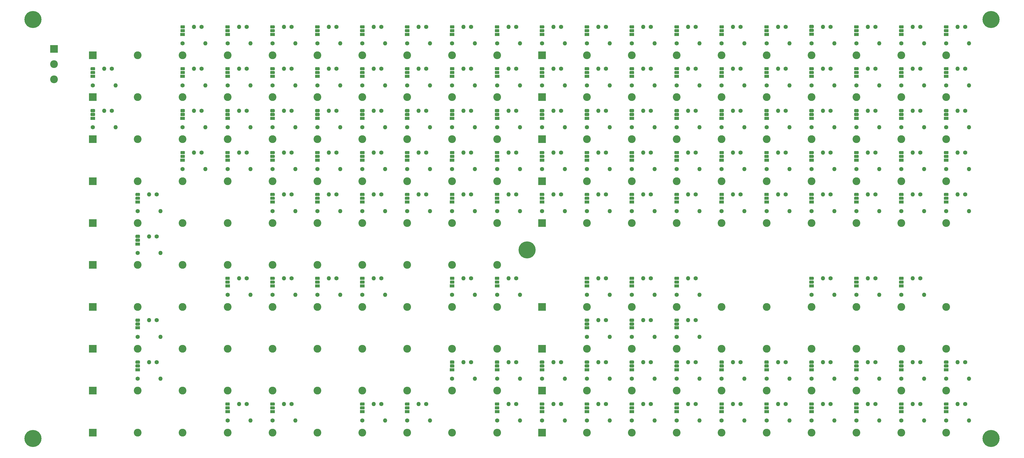
<source format=gbr>
G04 #@! TF.GenerationSoftware,KiCad,Pcbnew,(5.0.0)*
G04 #@! TF.CreationDate,2019-07-24T14:48:48+01:00*
G04 #@! TF.ProjectId,noname,6E6F6E616D652E6B696361645F706362,rev?*
G04 #@! TF.SameCoordinates,Original*
G04 #@! TF.FileFunction,Soldermask,Top*
G04 #@! TF.FilePolarity,Negative*
%FSLAX46Y46*%
G04 Gerber Fmt 4.6, Leading zero omitted, Abs format (unit mm)*
G04 Created by KiCad (PCBNEW (5.0.0)) date 07/24/19 14:48:48*
%MOMM*%
%LPD*%
G01*
G04 APERTURE LIST*
%ADD10C,2.600000*%
%ADD11R,2.600000X2.600000*%
%ADD12R,1.500000X1.050000*%
%ADD13C,0.100000*%
%ADD14C,1.050000*%
%ADD15C,1.400000*%
%ADD16O,1.400000X1.400000*%
%ADD17C,5.700000*%
G04 APERTURE END LIST*
D10*
G04 #@! TO.C,J12*
X215000000Y-117000000D03*
X200000000Y-117000000D03*
X185000000Y-117000000D03*
X170000000Y-117000000D03*
X155000000Y-117000000D03*
X140000000Y-117000000D03*
X125000000Y-117000000D03*
X110000000Y-117000000D03*
X95000000Y-117000000D03*
D11*
X80000000Y-117000000D03*
G04 #@! TD*
D10*
G04 #@! TO.C,J8*
X215000000Y-89000000D03*
X200000000Y-89000000D03*
X185000000Y-89000000D03*
X170000000Y-89000000D03*
X155000000Y-89000000D03*
X140000000Y-89000000D03*
X125000000Y-89000000D03*
X110000000Y-89000000D03*
X95000000Y-89000000D03*
D11*
X80000000Y-89000000D03*
G04 #@! TD*
D10*
G04 #@! TO.C,J14*
X215000000Y-131000000D03*
X200000000Y-131000000D03*
X185000000Y-131000000D03*
X170000000Y-131000000D03*
X155000000Y-131000000D03*
X140000000Y-131000000D03*
X125000000Y-131000000D03*
X110000000Y-131000000D03*
X95000000Y-131000000D03*
D11*
X80000000Y-131000000D03*
G04 #@! TD*
D10*
G04 #@! TO.C,J15*
X365000000Y-131000000D03*
X350000000Y-131000000D03*
X335000000Y-131000000D03*
X320000000Y-131000000D03*
X305000000Y-131000000D03*
X290000000Y-131000000D03*
X275000000Y-131000000D03*
X260000000Y-131000000D03*
X245000000Y-131000000D03*
D11*
X230000000Y-131000000D03*
G04 #@! TD*
D10*
G04 #@! TO.C,J10*
X215000000Y-103000000D03*
X200000000Y-103000000D03*
X185000000Y-103000000D03*
X170000000Y-103000000D03*
X155000000Y-103000000D03*
X140000000Y-103000000D03*
X125000000Y-103000000D03*
X110000000Y-103000000D03*
X95000000Y-103000000D03*
D11*
X80000000Y-103000000D03*
G04 #@! TD*
D10*
G04 #@! TO.C,J11*
X365000000Y-103000000D03*
X350000000Y-103000000D03*
X335000000Y-103000000D03*
X320000000Y-103000000D03*
X305000000Y-103000000D03*
X290000000Y-103000000D03*
X275000000Y-103000000D03*
X260000000Y-103000000D03*
X245000000Y-103000000D03*
D11*
X230000000Y-103000000D03*
G04 #@! TD*
D10*
G04 #@! TO.C,J19*
X365000000Y-159000000D03*
X350000000Y-159000000D03*
X335000000Y-159000000D03*
X320000000Y-159000000D03*
X305000000Y-159000000D03*
X290000000Y-159000000D03*
X275000000Y-159000000D03*
X260000000Y-159000000D03*
X245000000Y-159000000D03*
D11*
X230000000Y-159000000D03*
G04 #@! TD*
D10*
G04 #@! TO.C,J2*
X215000000Y-47000000D03*
X200000000Y-47000000D03*
X185000000Y-47000000D03*
X170000000Y-47000000D03*
X155000000Y-47000000D03*
X140000000Y-47000000D03*
X125000000Y-47000000D03*
X110000000Y-47000000D03*
X95000000Y-47000000D03*
D11*
X80000000Y-47000000D03*
G04 #@! TD*
D10*
G04 #@! TO.C,J4*
X215000000Y-60951600D03*
X200000000Y-60951600D03*
X185000000Y-60951600D03*
X170000000Y-60951600D03*
X155000000Y-60951600D03*
X140000000Y-60951600D03*
X125000000Y-60951600D03*
X110000000Y-60951600D03*
X95000000Y-60951600D03*
D11*
X80000000Y-60951600D03*
G04 #@! TD*
D10*
G04 #@! TO.C,J5*
X365000000Y-60951600D03*
X350000000Y-60951600D03*
X335000000Y-60951600D03*
X320000000Y-60951600D03*
X305000000Y-60951600D03*
X290000000Y-60951600D03*
X275000000Y-60951600D03*
X260000000Y-60951600D03*
X245000000Y-60951600D03*
D11*
X230000000Y-60951600D03*
G04 #@! TD*
D10*
G04 #@! TO.C,J3*
X365000000Y-47000000D03*
X350000000Y-47000000D03*
X335000000Y-47000000D03*
X320000000Y-47000000D03*
X305000000Y-47000000D03*
X290000000Y-47000000D03*
X275000000Y-47000000D03*
X260000000Y-47000000D03*
X245000000Y-47000000D03*
D11*
X230000000Y-47000000D03*
G04 #@! TD*
D10*
G04 #@! TO.C,J9*
X365000000Y-89000000D03*
X350000000Y-89000000D03*
X335000000Y-89000000D03*
X320000000Y-89000000D03*
X305000000Y-89000000D03*
X290000000Y-89000000D03*
X275000000Y-89000000D03*
X260000000Y-89000000D03*
X245000000Y-89000000D03*
D11*
X230000000Y-89000000D03*
G04 #@! TD*
D10*
G04 #@! TO.C,J6*
X215000000Y-75000000D03*
X200000000Y-75000000D03*
X185000000Y-75000000D03*
X170000000Y-75000000D03*
X155000000Y-75000000D03*
X140000000Y-75000000D03*
X125000000Y-75000000D03*
X110000000Y-75000000D03*
X95000000Y-75000000D03*
D11*
X80000000Y-75000000D03*
G04 #@! TD*
D10*
G04 #@! TO.C,J7*
X365000000Y-75000000D03*
X350000000Y-75000000D03*
X335000000Y-75000000D03*
X320000000Y-75000000D03*
X305000000Y-75000000D03*
X290000000Y-75000000D03*
X275000000Y-75000000D03*
X260000000Y-75000000D03*
X245000000Y-75000000D03*
D11*
X230000000Y-75000000D03*
G04 #@! TD*
D10*
G04 #@! TO.C,J18*
X215000000Y-159000000D03*
X200000000Y-159000000D03*
X185000000Y-159000000D03*
X170000000Y-159000000D03*
X155000000Y-159000000D03*
X140000000Y-159000000D03*
X125000000Y-159000000D03*
X110000000Y-159000000D03*
X95000000Y-159000000D03*
D11*
X80000000Y-159000000D03*
G04 #@! TD*
D10*
G04 #@! TO.C,J17*
X365000000Y-145000000D03*
X350000000Y-145000000D03*
X335000000Y-145000000D03*
X320000000Y-145000000D03*
X305000000Y-145000000D03*
X290000000Y-145000000D03*
X275000000Y-145000000D03*
X260000000Y-145000000D03*
X245000000Y-145000000D03*
D11*
X230000000Y-145000000D03*
G04 #@! TD*
D10*
G04 #@! TO.C,J16*
X215000000Y-145000000D03*
X200000000Y-145000000D03*
X185000000Y-145000000D03*
X170000000Y-145000000D03*
X155000000Y-145000000D03*
X140000000Y-145000000D03*
X125000000Y-145000000D03*
X110000000Y-145000000D03*
X95000000Y-145000000D03*
D11*
X80000000Y-145000000D03*
G04 #@! TD*
D10*
G04 #@! TO.C,J21*
X365000000Y-173000000D03*
X350000000Y-173000000D03*
X335000000Y-173000000D03*
X320000000Y-173000000D03*
X305000000Y-173000000D03*
X290000000Y-173000000D03*
X275000000Y-173000000D03*
X260000000Y-173000000D03*
X245000000Y-173000000D03*
D11*
X230000000Y-173000000D03*
G04 #@! TD*
D10*
G04 #@! TO.C,J20*
X215000000Y-173000000D03*
X200000000Y-173000000D03*
X185000000Y-173000000D03*
X170000000Y-173000000D03*
X155000000Y-173000000D03*
X140000000Y-173000000D03*
X125000000Y-173000000D03*
X110000000Y-173000000D03*
X95000000Y-173000000D03*
D11*
X80000000Y-173000000D03*
G04 #@! TD*
D10*
G04 #@! TO.C,J1*
X67068800Y-55016400D03*
X67068800Y-49936400D03*
D11*
X67068800Y-44856400D03*
G04 #@! TD*
D12*
G04 #@! TO.C,Q184*
X125000000Y-166000000D03*
D13*
G36*
X125513229Y-162936264D02*
X125538711Y-162940044D01*
X125563700Y-162946303D01*
X125587954Y-162954982D01*
X125611242Y-162965996D01*
X125633337Y-162979239D01*
X125654028Y-162994585D01*
X125673116Y-163011884D01*
X125690415Y-163030972D01*
X125705761Y-163051663D01*
X125719004Y-163073758D01*
X125730018Y-163097046D01*
X125738697Y-163121300D01*
X125744956Y-163146289D01*
X125748736Y-163171771D01*
X125750000Y-163197500D01*
X125750000Y-163722500D01*
X125748736Y-163748229D01*
X125744956Y-163773711D01*
X125738697Y-163798700D01*
X125730018Y-163822954D01*
X125719004Y-163846242D01*
X125705761Y-163868337D01*
X125690415Y-163889028D01*
X125673116Y-163908116D01*
X125654028Y-163925415D01*
X125633337Y-163940761D01*
X125611242Y-163954004D01*
X125587954Y-163965018D01*
X125563700Y-163973697D01*
X125538711Y-163979956D01*
X125513229Y-163983736D01*
X125487500Y-163985000D01*
X124512500Y-163985000D01*
X124486771Y-163983736D01*
X124461289Y-163979956D01*
X124436300Y-163973697D01*
X124412046Y-163965018D01*
X124388758Y-163954004D01*
X124366663Y-163940761D01*
X124345972Y-163925415D01*
X124326884Y-163908116D01*
X124309585Y-163889028D01*
X124294239Y-163868337D01*
X124280996Y-163846242D01*
X124269982Y-163822954D01*
X124261303Y-163798700D01*
X124255044Y-163773711D01*
X124251264Y-163748229D01*
X124250000Y-163722500D01*
X124250000Y-163197500D01*
X124251264Y-163171771D01*
X124255044Y-163146289D01*
X124261303Y-163121300D01*
X124269982Y-163097046D01*
X124280996Y-163073758D01*
X124294239Y-163051663D01*
X124309585Y-163030972D01*
X124326884Y-163011884D01*
X124345972Y-162994585D01*
X124366663Y-162979239D01*
X124388758Y-162965996D01*
X124412046Y-162954982D01*
X124436300Y-162946303D01*
X124461289Y-162940044D01*
X124486771Y-162936264D01*
X124512500Y-162935000D01*
X125487500Y-162935000D01*
X125513229Y-162936264D01*
X125513229Y-162936264D01*
G37*
D14*
X125000000Y-163460000D03*
D13*
G36*
X125513229Y-164206264D02*
X125538711Y-164210044D01*
X125563700Y-164216303D01*
X125587954Y-164224982D01*
X125611242Y-164235996D01*
X125633337Y-164249239D01*
X125654028Y-164264585D01*
X125673116Y-164281884D01*
X125690415Y-164300972D01*
X125705761Y-164321663D01*
X125719004Y-164343758D01*
X125730018Y-164367046D01*
X125738697Y-164391300D01*
X125744956Y-164416289D01*
X125748736Y-164441771D01*
X125750000Y-164467500D01*
X125750000Y-164992500D01*
X125748736Y-165018229D01*
X125744956Y-165043711D01*
X125738697Y-165068700D01*
X125730018Y-165092954D01*
X125719004Y-165116242D01*
X125705761Y-165138337D01*
X125690415Y-165159028D01*
X125673116Y-165178116D01*
X125654028Y-165195415D01*
X125633337Y-165210761D01*
X125611242Y-165224004D01*
X125587954Y-165235018D01*
X125563700Y-165243697D01*
X125538711Y-165249956D01*
X125513229Y-165253736D01*
X125487500Y-165255000D01*
X124512500Y-165255000D01*
X124486771Y-165253736D01*
X124461289Y-165249956D01*
X124436300Y-165243697D01*
X124412046Y-165235018D01*
X124388758Y-165224004D01*
X124366663Y-165210761D01*
X124345972Y-165195415D01*
X124326884Y-165178116D01*
X124309585Y-165159028D01*
X124294239Y-165138337D01*
X124280996Y-165116242D01*
X124269982Y-165092954D01*
X124261303Y-165068700D01*
X124255044Y-165043711D01*
X124251264Y-165018229D01*
X124250000Y-164992500D01*
X124250000Y-164467500D01*
X124251264Y-164441771D01*
X124255044Y-164416289D01*
X124261303Y-164391300D01*
X124269982Y-164367046D01*
X124280996Y-164343758D01*
X124294239Y-164321663D01*
X124309585Y-164300972D01*
X124326884Y-164281884D01*
X124345972Y-164264585D01*
X124366663Y-164249239D01*
X124388758Y-164235996D01*
X124412046Y-164224982D01*
X124436300Y-164216303D01*
X124461289Y-164210044D01*
X124486771Y-164206264D01*
X124512500Y-164205000D01*
X125487500Y-164205000D01*
X125513229Y-164206264D01*
X125513229Y-164206264D01*
G37*
D14*
X125000000Y-164730000D03*
G04 #@! TD*
D12*
G04 #@! TO.C,Q192*
X245000000Y-166000000D03*
D13*
G36*
X245513229Y-162936264D02*
X245538711Y-162940044D01*
X245563700Y-162946303D01*
X245587954Y-162954982D01*
X245611242Y-162965996D01*
X245633337Y-162979239D01*
X245654028Y-162994585D01*
X245673116Y-163011884D01*
X245690415Y-163030972D01*
X245705761Y-163051663D01*
X245719004Y-163073758D01*
X245730018Y-163097046D01*
X245738697Y-163121300D01*
X245744956Y-163146289D01*
X245748736Y-163171771D01*
X245750000Y-163197500D01*
X245750000Y-163722500D01*
X245748736Y-163748229D01*
X245744956Y-163773711D01*
X245738697Y-163798700D01*
X245730018Y-163822954D01*
X245719004Y-163846242D01*
X245705761Y-163868337D01*
X245690415Y-163889028D01*
X245673116Y-163908116D01*
X245654028Y-163925415D01*
X245633337Y-163940761D01*
X245611242Y-163954004D01*
X245587954Y-163965018D01*
X245563700Y-163973697D01*
X245538711Y-163979956D01*
X245513229Y-163983736D01*
X245487500Y-163985000D01*
X244512500Y-163985000D01*
X244486771Y-163983736D01*
X244461289Y-163979956D01*
X244436300Y-163973697D01*
X244412046Y-163965018D01*
X244388758Y-163954004D01*
X244366663Y-163940761D01*
X244345972Y-163925415D01*
X244326884Y-163908116D01*
X244309585Y-163889028D01*
X244294239Y-163868337D01*
X244280996Y-163846242D01*
X244269982Y-163822954D01*
X244261303Y-163798700D01*
X244255044Y-163773711D01*
X244251264Y-163748229D01*
X244250000Y-163722500D01*
X244250000Y-163197500D01*
X244251264Y-163171771D01*
X244255044Y-163146289D01*
X244261303Y-163121300D01*
X244269982Y-163097046D01*
X244280996Y-163073758D01*
X244294239Y-163051663D01*
X244309585Y-163030972D01*
X244326884Y-163011884D01*
X244345972Y-162994585D01*
X244366663Y-162979239D01*
X244388758Y-162965996D01*
X244412046Y-162954982D01*
X244436300Y-162946303D01*
X244461289Y-162940044D01*
X244486771Y-162936264D01*
X244512500Y-162935000D01*
X245487500Y-162935000D01*
X245513229Y-162936264D01*
X245513229Y-162936264D01*
G37*
D14*
X245000000Y-163460000D03*
D13*
G36*
X245513229Y-164206264D02*
X245538711Y-164210044D01*
X245563700Y-164216303D01*
X245587954Y-164224982D01*
X245611242Y-164235996D01*
X245633337Y-164249239D01*
X245654028Y-164264585D01*
X245673116Y-164281884D01*
X245690415Y-164300972D01*
X245705761Y-164321663D01*
X245719004Y-164343758D01*
X245730018Y-164367046D01*
X245738697Y-164391300D01*
X245744956Y-164416289D01*
X245748736Y-164441771D01*
X245750000Y-164467500D01*
X245750000Y-164992500D01*
X245748736Y-165018229D01*
X245744956Y-165043711D01*
X245738697Y-165068700D01*
X245730018Y-165092954D01*
X245719004Y-165116242D01*
X245705761Y-165138337D01*
X245690415Y-165159028D01*
X245673116Y-165178116D01*
X245654028Y-165195415D01*
X245633337Y-165210761D01*
X245611242Y-165224004D01*
X245587954Y-165235018D01*
X245563700Y-165243697D01*
X245538711Y-165249956D01*
X245513229Y-165253736D01*
X245487500Y-165255000D01*
X244512500Y-165255000D01*
X244486771Y-165253736D01*
X244461289Y-165249956D01*
X244436300Y-165243697D01*
X244412046Y-165235018D01*
X244388758Y-165224004D01*
X244366663Y-165210761D01*
X244345972Y-165195415D01*
X244326884Y-165178116D01*
X244309585Y-165159028D01*
X244294239Y-165138337D01*
X244280996Y-165116242D01*
X244269982Y-165092954D01*
X244261303Y-165068700D01*
X244255044Y-165043711D01*
X244251264Y-165018229D01*
X244250000Y-164992500D01*
X244250000Y-164467500D01*
X244251264Y-164441771D01*
X244255044Y-164416289D01*
X244261303Y-164391300D01*
X244269982Y-164367046D01*
X244280996Y-164343758D01*
X244294239Y-164321663D01*
X244309585Y-164300972D01*
X244326884Y-164281884D01*
X244345972Y-164264585D01*
X244366663Y-164249239D01*
X244388758Y-164235996D01*
X244412046Y-164224982D01*
X244436300Y-164216303D01*
X244461289Y-164210044D01*
X244486771Y-164206264D01*
X244512500Y-164205000D01*
X245487500Y-164205000D01*
X245513229Y-164206264D01*
X245513229Y-164206264D01*
G37*
D14*
X245000000Y-164730000D03*
G04 #@! TD*
D12*
G04 #@! TO.C,Q191*
X230000000Y-166000000D03*
D13*
G36*
X230513229Y-162936264D02*
X230538711Y-162940044D01*
X230563700Y-162946303D01*
X230587954Y-162954982D01*
X230611242Y-162965996D01*
X230633337Y-162979239D01*
X230654028Y-162994585D01*
X230673116Y-163011884D01*
X230690415Y-163030972D01*
X230705761Y-163051663D01*
X230719004Y-163073758D01*
X230730018Y-163097046D01*
X230738697Y-163121300D01*
X230744956Y-163146289D01*
X230748736Y-163171771D01*
X230750000Y-163197500D01*
X230750000Y-163722500D01*
X230748736Y-163748229D01*
X230744956Y-163773711D01*
X230738697Y-163798700D01*
X230730018Y-163822954D01*
X230719004Y-163846242D01*
X230705761Y-163868337D01*
X230690415Y-163889028D01*
X230673116Y-163908116D01*
X230654028Y-163925415D01*
X230633337Y-163940761D01*
X230611242Y-163954004D01*
X230587954Y-163965018D01*
X230563700Y-163973697D01*
X230538711Y-163979956D01*
X230513229Y-163983736D01*
X230487500Y-163985000D01*
X229512500Y-163985000D01*
X229486771Y-163983736D01*
X229461289Y-163979956D01*
X229436300Y-163973697D01*
X229412046Y-163965018D01*
X229388758Y-163954004D01*
X229366663Y-163940761D01*
X229345972Y-163925415D01*
X229326884Y-163908116D01*
X229309585Y-163889028D01*
X229294239Y-163868337D01*
X229280996Y-163846242D01*
X229269982Y-163822954D01*
X229261303Y-163798700D01*
X229255044Y-163773711D01*
X229251264Y-163748229D01*
X229250000Y-163722500D01*
X229250000Y-163197500D01*
X229251264Y-163171771D01*
X229255044Y-163146289D01*
X229261303Y-163121300D01*
X229269982Y-163097046D01*
X229280996Y-163073758D01*
X229294239Y-163051663D01*
X229309585Y-163030972D01*
X229326884Y-163011884D01*
X229345972Y-162994585D01*
X229366663Y-162979239D01*
X229388758Y-162965996D01*
X229412046Y-162954982D01*
X229436300Y-162946303D01*
X229461289Y-162940044D01*
X229486771Y-162936264D01*
X229512500Y-162935000D01*
X230487500Y-162935000D01*
X230513229Y-162936264D01*
X230513229Y-162936264D01*
G37*
D14*
X230000000Y-163460000D03*
D13*
G36*
X230513229Y-164206264D02*
X230538711Y-164210044D01*
X230563700Y-164216303D01*
X230587954Y-164224982D01*
X230611242Y-164235996D01*
X230633337Y-164249239D01*
X230654028Y-164264585D01*
X230673116Y-164281884D01*
X230690415Y-164300972D01*
X230705761Y-164321663D01*
X230719004Y-164343758D01*
X230730018Y-164367046D01*
X230738697Y-164391300D01*
X230744956Y-164416289D01*
X230748736Y-164441771D01*
X230750000Y-164467500D01*
X230750000Y-164992500D01*
X230748736Y-165018229D01*
X230744956Y-165043711D01*
X230738697Y-165068700D01*
X230730018Y-165092954D01*
X230719004Y-165116242D01*
X230705761Y-165138337D01*
X230690415Y-165159028D01*
X230673116Y-165178116D01*
X230654028Y-165195415D01*
X230633337Y-165210761D01*
X230611242Y-165224004D01*
X230587954Y-165235018D01*
X230563700Y-165243697D01*
X230538711Y-165249956D01*
X230513229Y-165253736D01*
X230487500Y-165255000D01*
X229512500Y-165255000D01*
X229486771Y-165253736D01*
X229461289Y-165249956D01*
X229436300Y-165243697D01*
X229412046Y-165235018D01*
X229388758Y-165224004D01*
X229366663Y-165210761D01*
X229345972Y-165195415D01*
X229326884Y-165178116D01*
X229309585Y-165159028D01*
X229294239Y-165138337D01*
X229280996Y-165116242D01*
X229269982Y-165092954D01*
X229261303Y-165068700D01*
X229255044Y-165043711D01*
X229251264Y-165018229D01*
X229250000Y-164992500D01*
X229250000Y-164467500D01*
X229251264Y-164441771D01*
X229255044Y-164416289D01*
X229261303Y-164391300D01*
X229269982Y-164367046D01*
X229280996Y-164343758D01*
X229294239Y-164321663D01*
X229309585Y-164300972D01*
X229326884Y-164281884D01*
X229345972Y-164264585D01*
X229366663Y-164249239D01*
X229388758Y-164235996D01*
X229412046Y-164224982D01*
X229436300Y-164216303D01*
X229461289Y-164210044D01*
X229486771Y-164206264D01*
X229512500Y-164205000D01*
X230487500Y-164205000D01*
X230513229Y-164206264D01*
X230513229Y-164206264D01*
G37*
D14*
X230000000Y-164730000D03*
G04 #@! TD*
D12*
G04 #@! TO.C,Q200*
X365000000Y-166000000D03*
D13*
G36*
X365513229Y-162936264D02*
X365538711Y-162940044D01*
X365563700Y-162946303D01*
X365587954Y-162954982D01*
X365611242Y-162965996D01*
X365633337Y-162979239D01*
X365654028Y-162994585D01*
X365673116Y-163011884D01*
X365690415Y-163030972D01*
X365705761Y-163051663D01*
X365719004Y-163073758D01*
X365730018Y-163097046D01*
X365738697Y-163121300D01*
X365744956Y-163146289D01*
X365748736Y-163171771D01*
X365750000Y-163197500D01*
X365750000Y-163722500D01*
X365748736Y-163748229D01*
X365744956Y-163773711D01*
X365738697Y-163798700D01*
X365730018Y-163822954D01*
X365719004Y-163846242D01*
X365705761Y-163868337D01*
X365690415Y-163889028D01*
X365673116Y-163908116D01*
X365654028Y-163925415D01*
X365633337Y-163940761D01*
X365611242Y-163954004D01*
X365587954Y-163965018D01*
X365563700Y-163973697D01*
X365538711Y-163979956D01*
X365513229Y-163983736D01*
X365487500Y-163985000D01*
X364512500Y-163985000D01*
X364486771Y-163983736D01*
X364461289Y-163979956D01*
X364436300Y-163973697D01*
X364412046Y-163965018D01*
X364388758Y-163954004D01*
X364366663Y-163940761D01*
X364345972Y-163925415D01*
X364326884Y-163908116D01*
X364309585Y-163889028D01*
X364294239Y-163868337D01*
X364280996Y-163846242D01*
X364269982Y-163822954D01*
X364261303Y-163798700D01*
X364255044Y-163773711D01*
X364251264Y-163748229D01*
X364250000Y-163722500D01*
X364250000Y-163197500D01*
X364251264Y-163171771D01*
X364255044Y-163146289D01*
X364261303Y-163121300D01*
X364269982Y-163097046D01*
X364280996Y-163073758D01*
X364294239Y-163051663D01*
X364309585Y-163030972D01*
X364326884Y-163011884D01*
X364345972Y-162994585D01*
X364366663Y-162979239D01*
X364388758Y-162965996D01*
X364412046Y-162954982D01*
X364436300Y-162946303D01*
X364461289Y-162940044D01*
X364486771Y-162936264D01*
X364512500Y-162935000D01*
X365487500Y-162935000D01*
X365513229Y-162936264D01*
X365513229Y-162936264D01*
G37*
D14*
X365000000Y-163460000D03*
D13*
G36*
X365513229Y-164206264D02*
X365538711Y-164210044D01*
X365563700Y-164216303D01*
X365587954Y-164224982D01*
X365611242Y-164235996D01*
X365633337Y-164249239D01*
X365654028Y-164264585D01*
X365673116Y-164281884D01*
X365690415Y-164300972D01*
X365705761Y-164321663D01*
X365719004Y-164343758D01*
X365730018Y-164367046D01*
X365738697Y-164391300D01*
X365744956Y-164416289D01*
X365748736Y-164441771D01*
X365750000Y-164467500D01*
X365750000Y-164992500D01*
X365748736Y-165018229D01*
X365744956Y-165043711D01*
X365738697Y-165068700D01*
X365730018Y-165092954D01*
X365719004Y-165116242D01*
X365705761Y-165138337D01*
X365690415Y-165159028D01*
X365673116Y-165178116D01*
X365654028Y-165195415D01*
X365633337Y-165210761D01*
X365611242Y-165224004D01*
X365587954Y-165235018D01*
X365563700Y-165243697D01*
X365538711Y-165249956D01*
X365513229Y-165253736D01*
X365487500Y-165255000D01*
X364512500Y-165255000D01*
X364486771Y-165253736D01*
X364461289Y-165249956D01*
X364436300Y-165243697D01*
X364412046Y-165235018D01*
X364388758Y-165224004D01*
X364366663Y-165210761D01*
X364345972Y-165195415D01*
X364326884Y-165178116D01*
X364309585Y-165159028D01*
X364294239Y-165138337D01*
X364280996Y-165116242D01*
X364269982Y-165092954D01*
X364261303Y-165068700D01*
X364255044Y-165043711D01*
X364251264Y-165018229D01*
X364250000Y-164992500D01*
X364250000Y-164467500D01*
X364251264Y-164441771D01*
X364255044Y-164416289D01*
X364261303Y-164391300D01*
X364269982Y-164367046D01*
X364280996Y-164343758D01*
X364294239Y-164321663D01*
X364309585Y-164300972D01*
X364326884Y-164281884D01*
X364345972Y-164264585D01*
X364366663Y-164249239D01*
X364388758Y-164235996D01*
X364412046Y-164224982D01*
X364436300Y-164216303D01*
X364461289Y-164210044D01*
X364486771Y-164206264D01*
X364512500Y-164205000D01*
X365487500Y-164205000D01*
X365513229Y-164206264D01*
X365513229Y-164206264D01*
G37*
D14*
X365000000Y-164730000D03*
G04 #@! TD*
D12*
G04 #@! TO.C,Q196*
X305000000Y-166000000D03*
D13*
G36*
X305513229Y-162936264D02*
X305538711Y-162940044D01*
X305563700Y-162946303D01*
X305587954Y-162954982D01*
X305611242Y-162965996D01*
X305633337Y-162979239D01*
X305654028Y-162994585D01*
X305673116Y-163011884D01*
X305690415Y-163030972D01*
X305705761Y-163051663D01*
X305719004Y-163073758D01*
X305730018Y-163097046D01*
X305738697Y-163121300D01*
X305744956Y-163146289D01*
X305748736Y-163171771D01*
X305750000Y-163197500D01*
X305750000Y-163722500D01*
X305748736Y-163748229D01*
X305744956Y-163773711D01*
X305738697Y-163798700D01*
X305730018Y-163822954D01*
X305719004Y-163846242D01*
X305705761Y-163868337D01*
X305690415Y-163889028D01*
X305673116Y-163908116D01*
X305654028Y-163925415D01*
X305633337Y-163940761D01*
X305611242Y-163954004D01*
X305587954Y-163965018D01*
X305563700Y-163973697D01*
X305538711Y-163979956D01*
X305513229Y-163983736D01*
X305487500Y-163985000D01*
X304512500Y-163985000D01*
X304486771Y-163983736D01*
X304461289Y-163979956D01*
X304436300Y-163973697D01*
X304412046Y-163965018D01*
X304388758Y-163954004D01*
X304366663Y-163940761D01*
X304345972Y-163925415D01*
X304326884Y-163908116D01*
X304309585Y-163889028D01*
X304294239Y-163868337D01*
X304280996Y-163846242D01*
X304269982Y-163822954D01*
X304261303Y-163798700D01*
X304255044Y-163773711D01*
X304251264Y-163748229D01*
X304250000Y-163722500D01*
X304250000Y-163197500D01*
X304251264Y-163171771D01*
X304255044Y-163146289D01*
X304261303Y-163121300D01*
X304269982Y-163097046D01*
X304280996Y-163073758D01*
X304294239Y-163051663D01*
X304309585Y-163030972D01*
X304326884Y-163011884D01*
X304345972Y-162994585D01*
X304366663Y-162979239D01*
X304388758Y-162965996D01*
X304412046Y-162954982D01*
X304436300Y-162946303D01*
X304461289Y-162940044D01*
X304486771Y-162936264D01*
X304512500Y-162935000D01*
X305487500Y-162935000D01*
X305513229Y-162936264D01*
X305513229Y-162936264D01*
G37*
D14*
X305000000Y-163460000D03*
D13*
G36*
X305513229Y-164206264D02*
X305538711Y-164210044D01*
X305563700Y-164216303D01*
X305587954Y-164224982D01*
X305611242Y-164235996D01*
X305633337Y-164249239D01*
X305654028Y-164264585D01*
X305673116Y-164281884D01*
X305690415Y-164300972D01*
X305705761Y-164321663D01*
X305719004Y-164343758D01*
X305730018Y-164367046D01*
X305738697Y-164391300D01*
X305744956Y-164416289D01*
X305748736Y-164441771D01*
X305750000Y-164467500D01*
X305750000Y-164992500D01*
X305748736Y-165018229D01*
X305744956Y-165043711D01*
X305738697Y-165068700D01*
X305730018Y-165092954D01*
X305719004Y-165116242D01*
X305705761Y-165138337D01*
X305690415Y-165159028D01*
X305673116Y-165178116D01*
X305654028Y-165195415D01*
X305633337Y-165210761D01*
X305611242Y-165224004D01*
X305587954Y-165235018D01*
X305563700Y-165243697D01*
X305538711Y-165249956D01*
X305513229Y-165253736D01*
X305487500Y-165255000D01*
X304512500Y-165255000D01*
X304486771Y-165253736D01*
X304461289Y-165249956D01*
X304436300Y-165243697D01*
X304412046Y-165235018D01*
X304388758Y-165224004D01*
X304366663Y-165210761D01*
X304345972Y-165195415D01*
X304326884Y-165178116D01*
X304309585Y-165159028D01*
X304294239Y-165138337D01*
X304280996Y-165116242D01*
X304269982Y-165092954D01*
X304261303Y-165068700D01*
X304255044Y-165043711D01*
X304251264Y-165018229D01*
X304250000Y-164992500D01*
X304250000Y-164467500D01*
X304251264Y-164441771D01*
X304255044Y-164416289D01*
X304261303Y-164391300D01*
X304269982Y-164367046D01*
X304280996Y-164343758D01*
X304294239Y-164321663D01*
X304309585Y-164300972D01*
X304326884Y-164281884D01*
X304345972Y-164264585D01*
X304366663Y-164249239D01*
X304388758Y-164235996D01*
X304412046Y-164224982D01*
X304436300Y-164216303D01*
X304461289Y-164210044D01*
X304486771Y-164206264D01*
X304512500Y-164205000D01*
X305487500Y-164205000D01*
X305513229Y-164206264D01*
X305513229Y-164206264D01*
G37*
D14*
X305000000Y-164730000D03*
G04 #@! TD*
D12*
G04 #@! TO.C,Q198*
X335000000Y-166000000D03*
D13*
G36*
X335513229Y-162936264D02*
X335538711Y-162940044D01*
X335563700Y-162946303D01*
X335587954Y-162954982D01*
X335611242Y-162965996D01*
X335633337Y-162979239D01*
X335654028Y-162994585D01*
X335673116Y-163011884D01*
X335690415Y-163030972D01*
X335705761Y-163051663D01*
X335719004Y-163073758D01*
X335730018Y-163097046D01*
X335738697Y-163121300D01*
X335744956Y-163146289D01*
X335748736Y-163171771D01*
X335750000Y-163197500D01*
X335750000Y-163722500D01*
X335748736Y-163748229D01*
X335744956Y-163773711D01*
X335738697Y-163798700D01*
X335730018Y-163822954D01*
X335719004Y-163846242D01*
X335705761Y-163868337D01*
X335690415Y-163889028D01*
X335673116Y-163908116D01*
X335654028Y-163925415D01*
X335633337Y-163940761D01*
X335611242Y-163954004D01*
X335587954Y-163965018D01*
X335563700Y-163973697D01*
X335538711Y-163979956D01*
X335513229Y-163983736D01*
X335487500Y-163985000D01*
X334512500Y-163985000D01*
X334486771Y-163983736D01*
X334461289Y-163979956D01*
X334436300Y-163973697D01*
X334412046Y-163965018D01*
X334388758Y-163954004D01*
X334366663Y-163940761D01*
X334345972Y-163925415D01*
X334326884Y-163908116D01*
X334309585Y-163889028D01*
X334294239Y-163868337D01*
X334280996Y-163846242D01*
X334269982Y-163822954D01*
X334261303Y-163798700D01*
X334255044Y-163773711D01*
X334251264Y-163748229D01*
X334250000Y-163722500D01*
X334250000Y-163197500D01*
X334251264Y-163171771D01*
X334255044Y-163146289D01*
X334261303Y-163121300D01*
X334269982Y-163097046D01*
X334280996Y-163073758D01*
X334294239Y-163051663D01*
X334309585Y-163030972D01*
X334326884Y-163011884D01*
X334345972Y-162994585D01*
X334366663Y-162979239D01*
X334388758Y-162965996D01*
X334412046Y-162954982D01*
X334436300Y-162946303D01*
X334461289Y-162940044D01*
X334486771Y-162936264D01*
X334512500Y-162935000D01*
X335487500Y-162935000D01*
X335513229Y-162936264D01*
X335513229Y-162936264D01*
G37*
D14*
X335000000Y-163460000D03*
D13*
G36*
X335513229Y-164206264D02*
X335538711Y-164210044D01*
X335563700Y-164216303D01*
X335587954Y-164224982D01*
X335611242Y-164235996D01*
X335633337Y-164249239D01*
X335654028Y-164264585D01*
X335673116Y-164281884D01*
X335690415Y-164300972D01*
X335705761Y-164321663D01*
X335719004Y-164343758D01*
X335730018Y-164367046D01*
X335738697Y-164391300D01*
X335744956Y-164416289D01*
X335748736Y-164441771D01*
X335750000Y-164467500D01*
X335750000Y-164992500D01*
X335748736Y-165018229D01*
X335744956Y-165043711D01*
X335738697Y-165068700D01*
X335730018Y-165092954D01*
X335719004Y-165116242D01*
X335705761Y-165138337D01*
X335690415Y-165159028D01*
X335673116Y-165178116D01*
X335654028Y-165195415D01*
X335633337Y-165210761D01*
X335611242Y-165224004D01*
X335587954Y-165235018D01*
X335563700Y-165243697D01*
X335538711Y-165249956D01*
X335513229Y-165253736D01*
X335487500Y-165255000D01*
X334512500Y-165255000D01*
X334486771Y-165253736D01*
X334461289Y-165249956D01*
X334436300Y-165243697D01*
X334412046Y-165235018D01*
X334388758Y-165224004D01*
X334366663Y-165210761D01*
X334345972Y-165195415D01*
X334326884Y-165178116D01*
X334309585Y-165159028D01*
X334294239Y-165138337D01*
X334280996Y-165116242D01*
X334269982Y-165092954D01*
X334261303Y-165068700D01*
X334255044Y-165043711D01*
X334251264Y-165018229D01*
X334250000Y-164992500D01*
X334250000Y-164467500D01*
X334251264Y-164441771D01*
X334255044Y-164416289D01*
X334261303Y-164391300D01*
X334269982Y-164367046D01*
X334280996Y-164343758D01*
X334294239Y-164321663D01*
X334309585Y-164300972D01*
X334326884Y-164281884D01*
X334345972Y-164264585D01*
X334366663Y-164249239D01*
X334388758Y-164235996D01*
X334412046Y-164224982D01*
X334436300Y-164216303D01*
X334461289Y-164210044D01*
X334486771Y-164206264D01*
X334512500Y-164205000D01*
X335487500Y-164205000D01*
X335513229Y-164206264D01*
X335513229Y-164206264D01*
G37*
D14*
X335000000Y-164730000D03*
G04 #@! TD*
D12*
G04 #@! TO.C,Q194*
X275000000Y-166000000D03*
D13*
G36*
X275513229Y-162936264D02*
X275538711Y-162940044D01*
X275563700Y-162946303D01*
X275587954Y-162954982D01*
X275611242Y-162965996D01*
X275633337Y-162979239D01*
X275654028Y-162994585D01*
X275673116Y-163011884D01*
X275690415Y-163030972D01*
X275705761Y-163051663D01*
X275719004Y-163073758D01*
X275730018Y-163097046D01*
X275738697Y-163121300D01*
X275744956Y-163146289D01*
X275748736Y-163171771D01*
X275750000Y-163197500D01*
X275750000Y-163722500D01*
X275748736Y-163748229D01*
X275744956Y-163773711D01*
X275738697Y-163798700D01*
X275730018Y-163822954D01*
X275719004Y-163846242D01*
X275705761Y-163868337D01*
X275690415Y-163889028D01*
X275673116Y-163908116D01*
X275654028Y-163925415D01*
X275633337Y-163940761D01*
X275611242Y-163954004D01*
X275587954Y-163965018D01*
X275563700Y-163973697D01*
X275538711Y-163979956D01*
X275513229Y-163983736D01*
X275487500Y-163985000D01*
X274512500Y-163985000D01*
X274486771Y-163983736D01*
X274461289Y-163979956D01*
X274436300Y-163973697D01*
X274412046Y-163965018D01*
X274388758Y-163954004D01*
X274366663Y-163940761D01*
X274345972Y-163925415D01*
X274326884Y-163908116D01*
X274309585Y-163889028D01*
X274294239Y-163868337D01*
X274280996Y-163846242D01*
X274269982Y-163822954D01*
X274261303Y-163798700D01*
X274255044Y-163773711D01*
X274251264Y-163748229D01*
X274250000Y-163722500D01*
X274250000Y-163197500D01*
X274251264Y-163171771D01*
X274255044Y-163146289D01*
X274261303Y-163121300D01*
X274269982Y-163097046D01*
X274280996Y-163073758D01*
X274294239Y-163051663D01*
X274309585Y-163030972D01*
X274326884Y-163011884D01*
X274345972Y-162994585D01*
X274366663Y-162979239D01*
X274388758Y-162965996D01*
X274412046Y-162954982D01*
X274436300Y-162946303D01*
X274461289Y-162940044D01*
X274486771Y-162936264D01*
X274512500Y-162935000D01*
X275487500Y-162935000D01*
X275513229Y-162936264D01*
X275513229Y-162936264D01*
G37*
D14*
X275000000Y-163460000D03*
D13*
G36*
X275513229Y-164206264D02*
X275538711Y-164210044D01*
X275563700Y-164216303D01*
X275587954Y-164224982D01*
X275611242Y-164235996D01*
X275633337Y-164249239D01*
X275654028Y-164264585D01*
X275673116Y-164281884D01*
X275690415Y-164300972D01*
X275705761Y-164321663D01*
X275719004Y-164343758D01*
X275730018Y-164367046D01*
X275738697Y-164391300D01*
X275744956Y-164416289D01*
X275748736Y-164441771D01*
X275750000Y-164467500D01*
X275750000Y-164992500D01*
X275748736Y-165018229D01*
X275744956Y-165043711D01*
X275738697Y-165068700D01*
X275730018Y-165092954D01*
X275719004Y-165116242D01*
X275705761Y-165138337D01*
X275690415Y-165159028D01*
X275673116Y-165178116D01*
X275654028Y-165195415D01*
X275633337Y-165210761D01*
X275611242Y-165224004D01*
X275587954Y-165235018D01*
X275563700Y-165243697D01*
X275538711Y-165249956D01*
X275513229Y-165253736D01*
X275487500Y-165255000D01*
X274512500Y-165255000D01*
X274486771Y-165253736D01*
X274461289Y-165249956D01*
X274436300Y-165243697D01*
X274412046Y-165235018D01*
X274388758Y-165224004D01*
X274366663Y-165210761D01*
X274345972Y-165195415D01*
X274326884Y-165178116D01*
X274309585Y-165159028D01*
X274294239Y-165138337D01*
X274280996Y-165116242D01*
X274269982Y-165092954D01*
X274261303Y-165068700D01*
X274255044Y-165043711D01*
X274251264Y-165018229D01*
X274250000Y-164992500D01*
X274250000Y-164467500D01*
X274251264Y-164441771D01*
X274255044Y-164416289D01*
X274261303Y-164391300D01*
X274269982Y-164367046D01*
X274280996Y-164343758D01*
X274294239Y-164321663D01*
X274309585Y-164300972D01*
X274326884Y-164281884D01*
X274345972Y-164264585D01*
X274366663Y-164249239D01*
X274388758Y-164235996D01*
X274412046Y-164224982D01*
X274436300Y-164216303D01*
X274461289Y-164210044D01*
X274486771Y-164206264D01*
X274512500Y-164205000D01*
X275487500Y-164205000D01*
X275513229Y-164206264D01*
X275513229Y-164206264D01*
G37*
D14*
X275000000Y-164730000D03*
G04 #@! TD*
D12*
G04 #@! TO.C,Q197*
X320000000Y-166000000D03*
D13*
G36*
X320513229Y-162936264D02*
X320538711Y-162940044D01*
X320563700Y-162946303D01*
X320587954Y-162954982D01*
X320611242Y-162965996D01*
X320633337Y-162979239D01*
X320654028Y-162994585D01*
X320673116Y-163011884D01*
X320690415Y-163030972D01*
X320705761Y-163051663D01*
X320719004Y-163073758D01*
X320730018Y-163097046D01*
X320738697Y-163121300D01*
X320744956Y-163146289D01*
X320748736Y-163171771D01*
X320750000Y-163197500D01*
X320750000Y-163722500D01*
X320748736Y-163748229D01*
X320744956Y-163773711D01*
X320738697Y-163798700D01*
X320730018Y-163822954D01*
X320719004Y-163846242D01*
X320705761Y-163868337D01*
X320690415Y-163889028D01*
X320673116Y-163908116D01*
X320654028Y-163925415D01*
X320633337Y-163940761D01*
X320611242Y-163954004D01*
X320587954Y-163965018D01*
X320563700Y-163973697D01*
X320538711Y-163979956D01*
X320513229Y-163983736D01*
X320487500Y-163985000D01*
X319512500Y-163985000D01*
X319486771Y-163983736D01*
X319461289Y-163979956D01*
X319436300Y-163973697D01*
X319412046Y-163965018D01*
X319388758Y-163954004D01*
X319366663Y-163940761D01*
X319345972Y-163925415D01*
X319326884Y-163908116D01*
X319309585Y-163889028D01*
X319294239Y-163868337D01*
X319280996Y-163846242D01*
X319269982Y-163822954D01*
X319261303Y-163798700D01*
X319255044Y-163773711D01*
X319251264Y-163748229D01*
X319250000Y-163722500D01*
X319250000Y-163197500D01*
X319251264Y-163171771D01*
X319255044Y-163146289D01*
X319261303Y-163121300D01*
X319269982Y-163097046D01*
X319280996Y-163073758D01*
X319294239Y-163051663D01*
X319309585Y-163030972D01*
X319326884Y-163011884D01*
X319345972Y-162994585D01*
X319366663Y-162979239D01*
X319388758Y-162965996D01*
X319412046Y-162954982D01*
X319436300Y-162946303D01*
X319461289Y-162940044D01*
X319486771Y-162936264D01*
X319512500Y-162935000D01*
X320487500Y-162935000D01*
X320513229Y-162936264D01*
X320513229Y-162936264D01*
G37*
D14*
X320000000Y-163460000D03*
D13*
G36*
X320513229Y-164206264D02*
X320538711Y-164210044D01*
X320563700Y-164216303D01*
X320587954Y-164224982D01*
X320611242Y-164235996D01*
X320633337Y-164249239D01*
X320654028Y-164264585D01*
X320673116Y-164281884D01*
X320690415Y-164300972D01*
X320705761Y-164321663D01*
X320719004Y-164343758D01*
X320730018Y-164367046D01*
X320738697Y-164391300D01*
X320744956Y-164416289D01*
X320748736Y-164441771D01*
X320750000Y-164467500D01*
X320750000Y-164992500D01*
X320748736Y-165018229D01*
X320744956Y-165043711D01*
X320738697Y-165068700D01*
X320730018Y-165092954D01*
X320719004Y-165116242D01*
X320705761Y-165138337D01*
X320690415Y-165159028D01*
X320673116Y-165178116D01*
X320654028Y-165195415D01*
X320633337Y-165210761D01*
X320611242Y-165224004D01*
X320587954Y-165235018D01*
X320563700Y-165243697D01*
X320538711Y-165249956D01*
X320513229Y-165253736D01*
X320487500Y-165255000D01*
X319512500Y-165255000D01*
X319486771Y-165253736D01*
X319461289Y-165249956D01*
X319436300Y-165243697D01*
X319412046Y-165235018D01*
X319388758Y-165224004D01*
X319366663Y-165210761D01*
X319345972Y-165195415D01*
X319326884Y-165178116D01*
X319309585Y-165159028D01*
X319294239Y-165138337D01*
X319280996Y-165116242D01*
X319269982Y-165092954D01*
X319261303Y-165068700D01*
X319255044Y-165043711D01*
X319251264Y-165018229D01*
X319250000Y-164992500D01*
X319250000Y-164467500D01*
X319251264Y-164441771D01*
X319255044Y-164416289D01*
X319261303Y-164391300D01*
X319269982Y-164367046D01*
X319280996Y-164343758D01*
X319294239Y-164321663D01*
X319309585Y-164300972D01*
X319326884Y-164281884D01*
X319345972Y-164264585D01*
X319366663Y-164249239D01*
X319388758Y-164235996D01*
X319412046Y-164224982D01*
X319436300Y-164216303D01*
X319461289Y-164210044D01*
X319486771Y-164206264D01*
X319512500Y-164205000D01*
X320487500Y-164205000D01*
X320513229Y-164206264D01*
X320513229Y-164206264D01*
G37*
D14*
X320000000Y-164730000D03*
G04 #@! TD*
D12*
G04 #@! TO.C,Q187*
X170000000Y-166000000D03*
D13*
G36*
X170513229Y-162936264D02*
X170538711Y-162940044D01*
X170563700Y-162946303D01*
X170587954Y-162954982D01*
X170611242Y-162965996D01*
X170633337Y-162979239D01*
X170654028Y-162994585D01*
X170673116Y-163011884D01*
X170690415Y-163030972D01*
X170705761Y-163051663D01*
X170719004Y-163073758D01*
X170730018Y-163097046D01*
X170738697Y-163121300D01*
X170744956Y-163146289D01*
X170748736Y-163171771D01*
X170750000Y-163197500D01*
X170750000Y-163722500D01*
X170748736Y-163748229D01*
X170744956Y-163773711D01*
X170738697Y-163798700D01*
X170730018Y-163822954D01*
X170719004Y-163846242D01*
X170705761Y-163868337D01*
X170690415Y-163889028D01*
X170673116Y-163908116D01*
X170654028Y-163925415D01*
X170633337Y-163940761D01*
X170611242Y-163954004D01*
X170587954Y-163965018D01*
X170563700Y-163973697D01*
X170538711Y-163979956D01*
X170513229Y-163983736D01*
X170487500Y-163985000D01*
X169512500Y-163985000D01*
X169486771Y-163983736D01*
X169461289Y-163979956D01*
X169436300Y-163973697D01*
X169412046Y-163965018D01*
X169388758Y-163954004D01*
X169366663Y-163940761D01*
X169345972Y-163925415D01*
X169326884Y-163908116D01*
X169309585Y-163889028D01*
X169294239Y-163868337D01*
X169280996Y-163846242D01*
X169269982Y-163822954D01*
X169261303Y-163798700D01*
X169255044Y-163773711D01*
X169251264Y-163748229D01*
X169250000Y-163722500D01*
X169250000Y-163197500D01*
X169251264Y-163171771D01*
X169255044Y-163146289D01*
X169261303Y-163121300D01*
X169269982Y-163097046D01*
X169280996Y-163073758D01*
X169294239Y-163051663D01*
X169309585Y-163030972D01*
X169326884Y-163011884D01*
X169345972Y-162994585D01*
X169366663Y-162979239D01*
X169388758Y-162965996D01*
X169412046Y-162954982D01*
X169436300Y-162946303D01*
X169461289Y-162940044D01*
X169486771Y-162936264D01*
X169512500Y-162935000D01*
X170487500Y-162935000D01*
X170513229Y-162936264D01*
X170513229Y-162936264D01*
G37*
D14*
X170000000Y-163460000D03*
D13*
G36*
X170513229Y-164206264D02*
X170538711Y-164210044D01*
X170563700Y-164216303D01*
X170587954Y-164224982D01*
X170611242Y-164235996D01*
X170633337Y-164249239D01*
X170654028Y-164264585D01*
X170673116Y-164281884D01*
X170690415Y-164300972D01*
X170705761Y-164321663D01*
X170719004Y-164343758D01*
X170730018Y-164367046D01*
X170738697Y-164391300D01*
X170744956Y-164416289D01*
X170748736Y-164441771D01*
X170750000Y-164467500D01*
X170750000Y-164992500D01*
X170748736Y-165018229D01*
X170744956Y-165043711D01*
X170738697Y-165068700D01*
X170730018Y-165092954D01*
X170719004Y-165116242D01*
X170705761Y-165138337D01*
X170690415Y-165159028D01*
X170673116Y-165178116D01*
X170654028Y-165195415D01*
X170633337Y-165210761D01*
X170611242Y-165224004D01*
X170587954Y-165235018D01*
X170563700Y-165243697D01*
X170538711Y-165249956D01*
X170513229Y-165253736D01*
X170487500Y-165255000D01*
X169512500Y-165255000D01*
X169486771Y-165253736D01*
X169461289Y-165249956D01*
X169436300Y-165243697D01*
X169412046Y-165235018D01*
X169388758Y-165224004D01*
X169366663Y-165210761D01*
X169345972Y-165195415D01*
X169326884Y-165178116D01*
X169309585Y-165159028D01*
X169294239Y-165138337D01*
X169280996Y-165116242D01*
X169269982Y-165092954D01*
X169261303Y-165068700D01*
X169255044Y-165043711D01*
X169251264Y-165018229D01*
X169250000Y-164992500D01*
X169250000Y-164467500D01*
X169251264Y-164441771D01*
X169255044Y-164416289D01*
X169261303Y-164391300D01*
X169269982Y-164367046D01*
X169280996Y-164343758D01*
X169294239Y-164321663D01*
X169309585Y-164300972D01*
X169326884Y-164281884D01*
X169345972Y-164264585D01*
X169366663Y-164249239D01*
X169388758Y-164235996D01*
X169412046Y-164224982D01*
X169436300Y-164216303D01*
X169461289Y-164210044D01*
X169486771Y-164206264D01*
X169512500Y-164205000D01*
X170487500Y-164205000D01*
X170513229Y-164206264D01*
X170513229Y-164206264D01*
G37*
D14*
X170000000Y-164730000D03*
G04 #@! TD*
D12*
G04 #@! TO.C,Q193*
X260000000Y-166000000D03*
D13*
G36*
X260513229Y-162936264D02*
X260538711Y-162940044D01*
X260563700Y-162946303D01*
X260587954Y-162954982D01*
X260611242Y-162965996D01*
X260633337Y-162979239D01*
X260654028Y-162994585D01*
X260673116Y-163011884D01*
X260690415Y-163030972D01*
X260705761Y-163051663D01*
X260719004Y-163073758D01*
X260730018Y-163097046D01*
X260738697Y-163121300D01*
X260744956Y-163146289D01*
X260748736Y-163171771D01*
X260750000Y-163197500D01*
X260750000Y-163722500D01*
X260748736Y-163748229D01*
X260744956Y-163773711D01*
X260738697Y-163798700D01*
X260730018Y-163822954D01*
X260719004Y-163846242D01*
X260705761Y-163868337D01*
X260690415Y-163889028D01*
X260673116Y-163908116D01*
X260654028Y-163925415D01*
X260633337Y-163940761D01*
X260611242Y-163954004D01*
X260587954Y-163965018D01*
X260563700Y-163973697D01*
X260538711Y-163979956D01*
X260513229Y-163983736D01*
X260487500Y-163985000D01*
X259512500Y-163985000D01*
X259486771Y-163983736D01*
X259461289Y-163979956D01*
X259436300Y-163973697D01*
X259412046Y-163965018D01*
X259388758Y-163954004D01*
X259366663Y-163940761D01*
X259345972Y-163925415D01*
X259326884Y-163908116D01*
X259309585Y-163889028D01*
X259294239Y-163868337D01*
X259280996Y-163846242D01*
X259269982Y-163822954D01*
X259261303Y-163798700D01*
X259255044Y-163773711D01*
X259251264Y-163748229D01*
X259250000Y-163722500D01*
X259250000Y-163197500D01*
X259251264Y-163171771D01*
X259255044Y-163146289D01*
X259261303Y-163121300D01*
X259269982Y-163097046D01*
X259280996Y-163073758D01*
X259294239Y-163051663D01*
X259309585Y-163030972D01*
X259326884Y-163011884D01*
X259345972Y-162994585D01*
X259366663Y-162979239D01*
X259388758Y-162965996D01*
X259412046Y-162954982D01*
X259436300Y-162946303D01*
X259461289Y-162940044D01*
X259486771Y-162936264D01*
X259512500Y-162935000D01*
X260487500Y-162935000D01*
X260513229Y-162936264D01*
X260513229Y-162936264D01*
G37*
D14*
X260000000Y-163460000D03*
D13*
G36*
X260513229Y-164206264D02*
X260538711Y-164210044D01*
X260563700Y-164216303D01*
X260587954Y-164224982D01*
X260611242Y-164235996D01*
X260633337Y-164249239D01*
X260654028Y-164264585D01*
X260673116Y-164281884D01*
X260690415Y-164300972D01*
X260705761Y-164321663D01*
X260719004Y-164343758D01*
X260730018Y-164367046D01*
X260738697Y-164391300D01*
X260744956Y-164416289D01*
X260748736Y-164441771D01*
X260750000Y-164467500D01*
X260750000Y-164992500D01*
X260748736Y-165018229D01*
X260744956Y-165043711D01*
X260738697Y-165068700D01*
X260730018Y-165092954D01*
X260719004Y-165116242D01*
X260705761Y-165138337D01*
X260690415Y-165159028D01*
X260673116Y-165178116D01*
X260654028Y-165195415D01*
X260633337Y-165210761D01*
X260611242Y-165224004D01*
X260587954Y-165235018D01*
X260563700Y-165243697D01*
X260538711Y-165249956D01*
X260513229Y-165253736D01*
X260487500Y-165255000D01*
X259512500Y-165255000D01*
X259486771Y-165253736D01*
X259461289Y-165249956D01*
X259436300Y-165243697D01*
X259412046Y-165235018D01*
X259388758Y-165224004D01*
X259366663Y-165210761D01*
X259345972Y-165195415D01*
X259326884Y-165178116D01*
X259309585Y-165159028D01*
X259294239Y-165138337D01*
X259280996Y-165116242D01*
X259269982Y-165092954D01*
X259261303Y-165068700D01*
X259255044Y-165043711D01*
X259251264Y-165018229D01*
X259250000Y-164992500D01*
X259250000Y-164467500D01*
X259251264Y-164441771D01*
X259255044Y-164416289D01*
X259261303Y-164391300D01*
X259269982Y-164367046D01*
X259280996Y-164343758D01*
X259294239Y-164321663D01*
X259309585Y-164300972D01*
X259326884Y-164281884D01*
X259345972Y-164264585D01*
X259366663Y-164249239D01*
X259388758Y-164235996D01*
X259412046Y-164224982D01*
X259436300Y-164216303D01*
X259461289Y-164210044D01*
X259486771Y-164206264D01*
X259512500Y-164205000D01*
X260487500Y-164205000D01*
X260513229Y-164206264D01*
X260513229Y-164206264D01*
G37*
D14*
X260000000Y-164730000D03*
G04 #@! TD*
D12*
G04 #@! TO.C,Q188*
X185000000Y-166000000D03*
D13*
G36*
X185513229Y-162936264D02*
X185538711Y-162940044D01*
X185563700Y-162946303D01*
X185587954Y-162954982D01*
X185611242Y-162965996D01*
X185633337Y-162979239D01*
X185654028Y-162994585D01*
X185673116Y-163011884D01*
X185690415Y-163030972D01*
X185705761Y-163051663D01*
X185719004Y-163073758D01*
X185730018Y-163097046D01*
X185738697Y-163121300D01*
X185744956Y-163146289D01*
X185748736Y-163171771D01*
X185750000Y-163197500D01*
X185750000Y-163722500D01*
X185748736Y-163748229D01*
X185744956Y-163773711D01*
X185738697Y-163798700D01*
X185730018Y-163822954D01*
X185719004Y-163846242D01*
X185705761Y-163868337D01*
X185690415Y-163889028D01*
X185673116Y-163908116D01*
X185654028Y-163925415D01*
X185633337Y-163940761D01*
X185611242Y-163954004D01*
X185587954Y-163965018D01*
X185563700Y-163973697D01*
X185538711Y-163979956D01*
X185513229Y-163983736D01*
X185487500Y-163985000D01*
X184512500Y-163985000D01*
X184486771Y-163983736D01*
X184461289Y-163979956D01*
X184436300Y-163973697D01*
X184412046Y-163965018D01*
X184388758Y-163954004D01*
X184366663Y-163940761D01*
X184345972Y-163925415D01*
X184326884Y-163908116D01*
X184309585Y-163889028D01*
X184294239Y-163868337D01*
X184280996Y-163846242D01*
X184269982Y-163822954D01*
X184261303Y-163798700D01*
X184255044Y-163773711D01*
X184251264Y-163748229D01*
X184250000Y-163722500D01*
X184250000Y-163197500D01*
X184251264Y-163171771D01*
X184255044Y-163146289D01*
X184261303Y-163121300D01*
X184269982Y-163097046D01*
X184280996Y-163073758D01*
X184294239Y-163051663D01*
X184309585Y-163030972D01*
X184326884Y-163011884D01*
X184345972Y-162994585D01*
X184366663Y-162979239D01*
X184388758Y-162965996D01*
X184412046Y-162954982D01*
X184436300Y-162946303D01*
X184461289Y-162940044D01*
X184486771Y-162936264D01*
X184512500Y-162935000D01*
X185487500Y-162935000D01*
X185513229Y-162936264D01*
X185513229Y-162936264D01*
G37*
D14*
X185000000Y-163460000D03*
D13*
G36*
X185513229Y-164206264D02*
X185538711Y-164210044D01*
X185563700Y-164216303D01*
X185587954Y-164224982D01*
X185611242Y-164235996D01*
X185633337Y-164249239D01*
X185654028Y-164264585D01*
X185673116Y-164281884D01*
X185690415Y-164300972D01*
X185705761Y-164321663D01*
X185719004Y-164343758D01*
X185730018Y-164367046D01*
X185738697Y-164391300D01*
X185744956Y-164416289D01*
X185748736Y-164441771D01*
X185750000Y-164467500D01*
X185750000Y-164992500D01*
X185748736Y-165018229D01*
X185744956Y-165043711D01*
X185738697Y-165068700D01*
X185730018Y-165092954D01*
X185719004Y-165116242D01*
X185705761Y-165138337D01*
X185690415Y-165159028D01*
X185673116Y-165178116D01*
X185654028Y-165195415D01*
X185633337Y-165210761D01*
X185611242Y-165224004D01*
X185587954Y-165235018D01*
X185563700Y-165243697D01*
X185538711Y-165249956D01*
X185513229Y-165253736D01*
X185487500Y-165255000D01*
X184512500Y-165255000D01*
X184486771Y-165253736D01*
X184461289Y-165249956D01*
X184436300Y-165243697D01*
X184412046Y-165235018D01*
X184388758Y-165224004D01*
X184366663Y-165210761D01*
X184345972Y-165195415D01*
X184326884Y-165178116D01*
X184309585Y-165159028D01*
X184294239Y-165138337D01*
X184280996Y-165116242D01*
X184269982Y-165092954D01*
X184261303Y-165068700D01*
X184255044Y-165043711D01*
X184251264Y-165018229D01*
X184250000Y-164992500D01*
X184250000Y-164467500D01*
X184251264Y-164441771D01*
X184255044Y-164416289D01*
X184261303Y-164391300D01*
X184269982Y-164367046D01*
X184280996Y-164343758D01*
X184294239Y-164321663D01*
X184309585Y-164300972D01*
X184326884Y-164281884D01*
X184345972Y-164264585D01*
X184366663Y-164249239D01*
X184388758Y-164235996D01*
X184412046Y-164224982D01*
X184436300Y-164216303D01*
X184461289Y-164210044D01*
X184486771Y-164206264D01*
X184512500Y-164205000D01*
X185487500Y-164205000D01*
X185513229Y-164206264D01*
X185513229Y-164206264D01*
G37*
D14*
X185000000Y-164730000D03*
G04 #@! TD*
D12*
G04 #@! TO.C,Q195*
X290000000Y-166000000D03*
D13*
G36*
X290513229Y-162936264D02*
X290538711Y-162940044D01*
X290563700Y-162946303D01*
X290587954Y-162954982D01*
X290611242Y-162965996D01*
X290633337Y-162979239D01*
X290654028Y-162994585D01*
X290673116Y-163011884D01*
X290690415Y-163030972D01*
X290705761Y-163051663D01*
X290719004Y-163073758D01*
X290730018Y-163097046D01*
X290738697Y-163121300D01*
X290744956Y-163146289D01*
X290748736Y-163171771D01*
X290750000Y-163197500D01*
X290750000Y-163722500D01*
X290748736Y-163748229D01*
X290744956Y-163773711D01*
X290738697Y-163798700D01*
X290730018Y-163822954D01*
X290719004Y-163846242D01*
X290705761Y-163868337D01*
X290690415Y-163889028D01*
X290673116Y-163908116D01*
X290654028Y-163925415D01*
X290633337Y-163940761D01*
X290611242Y-163954004D01*
X290587954Y-163965018D01*
X290563700Y-163973697D01*
X290538711Y-163979956D01*
X290513229Y-163983736D01*
X290487500Y-163985000D01*
X289512500Y-163985000D01*
X289486771Y-163983736D01*
X289461289Y-163979956D01*
X289436300Y-163973697D01*
X289412046Y-163965018D01*
X289388758Y-163954004D01*
X289366663Y-163940761D01*
X289345972Y-163925415D01*
X289326884Y-163908116D01*
X289309585Y-163889028D01*
X289294239Y-163868337D01*
X289280996Y-163846242D01*
X289269982Y-163822954D01*
X289261303Y-163798700D01*
X289255044Y-163773711D01*
X289251264Y-163748229D01*
X289250000Y-163722500D01*
X289250000Y-163197500D01*
X289251264Y-163171771D01*
X289255044Y-163146289D01*
X289261303Y-163121300D01*
X289269982Y-163097046D01*
X289280996Y-163073758D01*
X289294239Y-163051663D01*
X289309585Y-163030972D01*
X289326884Y-163011884D01*
X289345972Y-162994585D01*
X289366663Y-162979239D01*
X289388758Y-162965996D01*
X289412046Y-162954982D01*
X289436300Y-162946303D01*
X289461289Y-162940044D01*
X289486771Y-162936264D01*
X289512500Y-162935000D01*
X290487500Y-162935000D01*
X290513229Y-162936264D01*
X290513229Y-162936264D01*
G37*
D14*
X290000000Y-163460000D03*
D13*
G36*
X290513229Y-164206264D02*
X290538711Y-164210044D01*
X290563700Y-164216303D01*
X290587954Y-164224982D01*
X290611242Y-164235996D01*
X290633337Y-164249239D01*
X290654028Y-164264585D01*
X290673116Y-164281884D01*
X290690415Y-164300972D01*
X290705761Y-164321663D01*
X290719004Y-164343758D01*
X290730018Y-164367046D01*
X290738697Y-164391300D01*
X290744956Y-164416289D01*
X290748736Y-164441771D01*
X290750000Y-164467500D01*
X290750000Y-164992500D01*
X290748736Y-165018229D01*
X290744956Y-165043711D01*
X290738697Y-165068700D01*
X290730018Y-165092954D01*
X290719004Y-165116242D01*
X290705761Y-165138337D01*
X290690415Y-165159028D01*
X290673116Y-165178116D01*
X290654028Y-165195415D01*
X290633337Y-165210761D01*
X290611242Y-165224004D01*
X290587954Y-165235018D01*
X290563700Y-165243697D01*
X290538711Y-165249956D01*
X290513229Y-165253736D01*
X290487500Y-165255000D01*
X289512500Y-165255000D01*
X289486771Y-165253736D01*
X289461289Y-165249956D01*
X289436300Y-165243697D01*
X289412046Y-165235018D01*
X289388758Y-165224004D01*
X289366663Y-165210761D01*
X289345972Y-165195415D01*
X289326884Y-165178116D01*
X289309585Y-165159028D01*
X289294239Y-165138337D01*
X289280996Y-165116242D01*
X289269982Y-165092954D01*
X289261303Y-165068700D01*
X289255044Y-165043711D01*
X289251264Y-165018229D01*
X289250000Y-164992500D01*
X289250000Y-164467500D01*
X289251264Y-164441771D01*
X289255044Y-164416289D01*
X289261303Y-164391300D01*
X289269982Y-164367046D01*
X289280996Y-164343758D01*
X289294239Y-164321663D01*
X289309585Y-164300972D01*
X289326884Y-164281884D01*
X289345972Y-164264585D01*
X289366663Y-164249239D01*
X289388758Y-164235996D01*
X289412046Y-164224982D01*
X289436300Y-164216303D01*
X289461289Y-164210044D01*
X289486771Y-164206264D01*
X289512500Y-164205000D01*
X290487500Y-164205000D01*
X290513229Y-164206264D01*
X290513229Y-164206264D01*
G37*
D14*
X290000000Y-164730000D03*
G04 #@! TD*
D15*
G04 #@! TO.C,NE129*
X206350000Y-121460000D03*
D16*
X203810000Y-121460000D03*
G04 #@! TD*
D15*
G04 #@! TO.C,R125*
X125000000Y-127000000D03*
D16*
X132620000Y-127000000D03*
G04 #@! TD*
G04 #@! TO.C,NE134*
X278810000Y-121460000D03*
D15*
X281350000Y-121460000D03*
G04 #@! TD*
G04 #@! TO.C,R134*
X260000000Y-127000000D03*
D16*
X267620000Y-127000000D03*
G04 #@! TD*
G04 #@! TO.C,NE125*
X143810000Y-121460000D03*
D15*
X146350000Y-121460000D03*
G04 #@! TD*
D16*
G04 #@! TO.C,R127*
X162620000Y-127000000D03*
D15*
X155000000Y-127000000D03*
G04 #@! TD*
D16*
G04 #@! TO.C,NE102*
X98810000Y-107460000D03*
D15*
X101350000Y-107460000D03*
G04 #@! TD*
D16*
G04 #@! TO.C,R99*
X342620000Y-99000000D03*
D15*
X335000000Y-99000000D03*
G04 #@! TD*
D16*
G04 #@! TO.C,R96*
X297620000Y-99000000D03*
D15*
X290000000Y-99000000D03*
G04 #@! TD*
D16*
G04 #@! TO.C,R139*
X342620000Y-127000000D03*
D15*
X335000000Y-127000000D03*
G04 #@! TD*
G04 #@! TO.C,R130*
X200000000Y-127000000D03*
D16*
X207620000Y-127000000D03*
G04 #@! TD*
G04 #@! TO.C,R97*
X312620000Y-99000000D03*
D15*
X305000000Y-99000000D03*
G04 #@! TD*
G04 #@! TO.C,NE124*
X131350000Y-121460000D03*
D16*
X128810000Y-121460000D03*
G04 #@! TD*
G04 #@! TO.C,R101*
X372620000Y-99000000D03*
D15*
X365000000Y-99000000D03*
G04 #@! TD*
D16*
G04 #@! TO.C,NE100*
X368810000Y-93460000D03*
D15*
X371350000Y-93460000D03*
G04 #@! TD*
G04 #@! TO.C,R128*
X170000000Y-127000000D03*
D16*
X177620000Y-127000000D03*
G04 #@! TD*
D15*
G04 #@! TO.C,R100*
X350000000Y-99000000D03*
D16*
X357620000Y-99000000D03*
G04 #@! TD*
G04 #@! TO.C,NE96*
X308810000Y-93460000D03*
D15*
X311350000Y-93460000D03*
G04 #@! TD*
D16*
G04 #@! TO.C,NE130*
X218810000Y-121460000D03*
D15*
X221350000Y-121460000D03*
G04 #@! TD*
G04 #@! TO.C,R94*
X260000000Y-99000000D03*
D16*
X267620000Y-99000000D03*
G04 #@! TD*
G04 #@! TO.C,R95*
X282620000Y-99000000D03*
D15*
X275000000Y-99000000D03*
G04 #@! TD*
G04 #@! TO.C,NE139*
X356350000Y-121460000D03*
D16*
X353810000Y-121460000D03*
G04 #@! TD*
D15*
G04 #@! TO.C,R140*
X350000000Y-127000000D03*
D16*
X357620000Y-127000000D03*
G04 #@! TD*
G04 #@! TO.C,R138*
X327620000Y-127000000D03*
D15*
X320000000Y-127000000D03*
G04 #@! TD*
D16*
G04 #@! TO.C,NE127*
X173810000Y-121460000D03*
D15*
X176350000Y-121460000D03*
G04 #@! TD*
G04 #@! TO.C,R126*
X140000000Y-127000000D03*
D16*
X147620000Y-127000000D03*
G04 #@! TD*
G04 #@! TO.C,R103*
X102620000Y-113000000D03*
D15*
X95000000Y-113000000D03*
G04 #@! TD*
G04 #@! TO.C,R93*
X245000000Y-99000000D03*
D16*
X252620000Y-99000000D03*
G04 #@! TD*
G04 #@! TO.C,NE132*
X248810000Y-121460000D03*
D15*
X251350000Y-121460000D03*
G04 #@! TD*
G04 #@! TO.C,R92*
X230000000Y-99000000D03*
D16*
X237620000Y-99000000D03*
G04 #@! TD*
G04 #@! TO.C,R98*
X327620000Y-99000000D03*
D15*
X320000000Y-99000000D03*
G04 #@! TD*
G04 #@! TO.C,NE133*
X266350000Y-121460000D03*
D16*
X263810000Y-121460000D03*
G04 #@! TD*
D15*
G04 #@! TO.C,R133*
X245000000Y-127000000D03*
D16*
X252620000Y-127000000D03*
G04 #@! TD*
G04 #@! TO.C,R131*
X222620000Y-127000000D03*
D15*
X215000000Y-127000000D03*
G04 #@! TD*
G04 #@! TO.C,NE86*
X161350000Y-93460000D03*
D16*
X158810000Y-93460000D03*
G04 #@! TD*
D15*
G04 #@! TO.C,NE89*
X206350000Y-93460000D03*
D16*
X203810000Y-93460000D03*
G04 #@! TD*
G04 #@! TO.C,NE87*
X173810000Y-93460000D03*
D15*
X176350000Y-93460000D03*
G04 #@! TD*
G04 #@! TO.C,R78*
X320000000Y-85000000D03*
D16*
X327620000Y-85000000D03*
G04 #@! TD*
D15*
G04 #@! TO.C,R83*
X95000000Y-99000000D03*
D16*
X102620000Y-99000000D03*
G04 #@! TD*
G04 #@! TO.C,R72*
X237620000Y-85000000D03*
D15*
X230000000Y-85000000D03*
G04 #@! TD*
D16*
G04 #@! TO.C,NE90*
X218810000Y-93460000D03*
D15*
X221350000Y-93460000D03*
G04 #@! TD*
G04 #@! TO.C,R81*
X365000000Y-85000000D03*
D16*
X372620000Y-85000000D03*
G04 #@! TD*
D15*
G04 #@! TO.C,R76*
X290000000Y-85000000D03*
D16*
X297620000Y-85000000D03*
G04 #@! TD*
G04 #@! TO.C,NE79*
X353810000Y-79460000D03*
D15*
X356350000Y-79460000D03*
G04 #@! TD*
D16*
G04 #@! TO.C,R73*
X252620000Y-85000000D03*
D15*
X245000000Y-85000000D03*
G04 #@! TD*
G04 #@! TO.C,NE88*
X191350000Y-93460000D03*
D16*
X188810000Y-93460000D03*
G04 #@! TD*
D15*
G04 #@! TO.C,R86*
X140000000Y-99000000D03*
D16*
X147620000Y-99000000D03*
G04 #@! TD*
G04 #@! TO.C,R80*
X357620000Y-85000000D03*
D15*
X350000000Y-85000000D03*
G04 #@! TD*
G04 #@! TO.C,NE99*
X356350000Y-93460000D03*
D16*
X353810000Y-93460000D03*
G04 #@! TD*
D15*
G04 #@! TO.C,R75*
X275000000Y-85000000D03*
D16*
X282620000Y-85000000D03*
G04 #@! TD*
G04 #@! TO.C,NE94*
X278810000Y-93460000D03*
D15*
X281350000Y-93460000D03*
G04 #@! TD*
G04 #@! TO.C,NE82*
X101350000Y-93460000D03*
D16*
X98810000Y-93460000D03*
G04 #@! TD*
D15*
G04 #@! TO.C,R88*
X170000000Y-99000000D03*
D16*
X177620000Y-99000000D03*
G04 #@! TD*
D15*
G04 #@! TO.C,R89*
X185000000Y-99000000D03*
D16*
X192620000Y-99000000D03*
G04 #@! TD*
G04 #@! TO.C,R87*
X162620000Y-99000000D03*
D15*
X155000000Y-99000000D03*
G04 #@! TD*
D16*
G04 #@! TO.C,R74*
X267620000Y-85000000D03*
D15*
X260000000Y-85000000D03*
G04 #@! TD*
G04 #@! TO.C,NE95*
X296350000Y-93460000D03*
D16*
X293810000Y-93460000D03*
G04 #@! TD*
G04 #@! TO.C,R91*
X222620000Y-99000000D03*
D15*
X215000000Y-99000000D03*
G04 #@! TD*
G04 #@! TO.C,NE97*
X326350000Y-93460000D03*
D16*
X323810000Y-93460000D03*
G04 #@! TD*
D15*
G04 #@! TO.C,NE91*
X236350000Y-93460000D03*
D16*
X233810000Y-93460000D03*
G04 #@! TD*
G04 #@! TO.C,NE92*
X248810000Y-93460000D03*
D15*
X251350000Y-93460000D03*
G04 #@! TD*
G04 #@! TO.C,R90*
X200000000Y-99000000D03*
D16*
X207620000Y-99000000D03*
G04 #@! TD*
D15*
G04 #@! TO.C,NE93*
X266350000Y-93460000D03*
D16*
X263810000Y-93460000D03*
G04 #@! TD*
G04 #@! TO.C,NE85*
X143810000Y-93460000D03*
D15*
X146350000Y-93460000D03*
G04 #@! TD*
G04 #@! TO.C,R79*
X335000000Y-85000000D03*
D16*
X342620000Y-85000000D03*
G04 #@! TD*
D15*
G04 #@! TO.C,R77*
X305000000Y-85000000D03*
D16*
X312620000Y-85000000D03*
G04 #@! TD*
G04 #@! TO.C,NE98*
X338810000Y-93460000D03*
D15*
X341350000Y-93460000D03*
G04 #@! TD*
G04 #@! TO.C,NE80*
X371350000Y-79460000D03*
D16*
X368810000Y-79460000D03*
G04 #@! TD*
D12*
G04 #@! TO.C,Q20*
X365000000Y-40000000D03*
D13*
G36*
X365513229Y-36936264D02*
X365538711Y-36940044D01*
X365563700Y-36946303D01*
X365587954Y-36954982D01*
X365611242Y-36965996D01*
X365633337Y-36979239D01*
X365654028Y-36994585D01*
X365673116Y-37011884D01*
X365690415Y-37030972D01*
X365705761Y-37051663D01*
X365719004Y-37073758D01*
X365730018Y-37097046D01*
X365738697Y-37121300D01*
X365744956Y-37146289D01*
X365748736Y-37171771D01*
X365750000Y-37197500D01*
X365750000Y-37722500D01*
X365748736Y-37748229D01*
X365744956Y-37773711D01*
X365738697Y-37798700D01*
X365730018Y-37822954D01*
X365719004Y-37846242D01*
X365705761Y-37868337D01*
X365690415Y-37889028D01*
X365673116Y-37908116D01*
X365654028Y-37925415D01*
X365633337Y-37940761D01*
X365611242Y-37954004D01*
X365587954Y-37965018D01*
X365563700Y-37973697D01*
X365538711Y-37979956D01*
X365513229Y-37983736D01*
X365487500Y-37985000D01*
X364512500Y-37985000D01*
X364486771Y-37983736D01*
X364461289Y-37979956D01*
X364436300Y-37973697D01*
X364412046Y-37965018D01*
X364388758Y-37954004D01*
X364366663Y-37940761D01*
X364345972Y-37925415D01*
X364326884Y-37908116D01*
X364309585Y-37889028D01*
X364294239Y-37868337D01*
X364280996Y-37846242D01*
X364269982Y-37822954D01*
X364261303Y-37798700D01*
X364255044Y-37773711D01*
X364251264Y-37748229D01*
X364250000Y-37722500D01*
X364250000Y-37197500D01*
X364251264Y-37171771D01*
X364255044Y-37146289D01*
X364261303Y-37121300D01*
X364269982Y-37097046D01*
X364280996Y-37073758D01*
X364294239Y-37051663D01*
X364309585Y-37030972D01*
X364326884Y-37011884D01*
X364345972Y-36994585D01*
X364366663Y-36979239D01*
X364388758Y-36965996D01*
X364412046Y-36954982D01*
X364436300Y-36946303D01*
X364461289Y-36940044D01*
X364486771Y-36936264D01*
X364512500Y-36935000D01*
X365487500Y-36935000D01*
X365513229Y-36936264D01*
X365513229Y-36936264D01*
G37*
D14*
X365000000Y-37460000D03*
D13*
G36*
X365513229Y-38206264D02*
X365538711Y-38210044D01*
X365563700Y-38216303D01*
X365587954Y-38224982D01*
X365611242Y-38235996D01*
X365633337Y-38249239D01*
X365654028Y-38264585D01*
X365673116Y-38281884D01*
X365690415Y-38300972D01*
X365705761Y-38321663D01*
X365719004Y-38343758D01*
X365730018Y-38367046D01*
X365738697Y-38391300D01*
X365744956Y-38416289D01*
X365748736Y-38441771D01*
X365750000Y-38467500D01*
X365750000Y-38992500D01*
X365748736Y-39018229D01*
X365744956Y-39043711D01*
X365738697Y-39068700D01*
X365730018Y-39092954D01*
X365719004Y-39116242D01*
X365705761Y-39138337D01*
X365690415Y-39159028D01*
X365673116Y-39178116D01*
X365654028Y-39195415D01*
X365633337Y-39210761D01*
X365611242Y-39224004D01*
X365587954Y-39235018D01*
X365563700Y-39243697D01*
X365538711Y-39249956D01*
X365513229Y-39253736D01*
X365487500Y-39255000D01*
X364512500Y-39255000D01*
X364486771Y-39253736D01*
X364461289Y-39249956D01*
X364436300Y-39243697D01*
X364412046Y-39235018D01*
X364388758Y-39224004D01*
X364366663Y-39210761D01*
X364345972Y-39195415D01*
X364326884Y-39178116D01*
X364309585Y-39159028D01*
X364294239Y-39138337D01*
X364280996Y-39116242D01*
X364269982Y-39092954D01*
X364261303Y-39068700D01*
X364255044Y-39043711D01*
X364251264Y-39018229D01*
X364250000Y-38992500D01*
X364250000Y-38467500D01*
X364251264Y-38441771D01*
X364255044Y-38416289D01*
X364261303Y-38391300D01*
X364269982Y-38367046D01*
X364280996Y-38343758D01*
X364294239Y-38321663D01*
X364309585Y-38300972D01*
X364326884Y-38281884D01*
X364345972Y-38264585D01*
X364366663Y-38249239D01*
X364388758Y-38235996D01*
X364412046Y-38224982D01*
X364436300Y-38216303D01*
X364461289Y-38210044D01*
X364486771Y-38206264D01*
X364512500Y-38205000D01*
X365487500Y-38205000D01*
X365513229Y-38206264D01*
X365513229Y-38206264D01*
G37*
D14*
X365000000Y-38730000D03*
G04 #@! TD*
D12*
G04 #@! TO.C,Q18*
X335000000Y-40000000D03*
D13*
G36*
X335513229Y-36936264D02*
X335538711Y-36940044D01*
X335563700Y-36946303D01*
X335587954Y-36954982D01*
X335611242Y-36965996D01*
X335633337Y-36979239D01*
X335654028Y-36994585D01*
X335673116Y-37011884D01*
X335690415Y-37030972D01*
X335705761Y-37051663D01*
X335719004Y-37073758D01*
X335730018Y-37097046D01*
X335738697Y-37121300D01*
X335744956Y-37146289D01*
X335748736Y-37171771D01*
X335750000Y-37197500D01*
X335750000Y-37722500D01*
X335748736Y-37748229D01*
X335744956Y-37773711D01*
X335738697Y-37798700D01*
X335730018Y-37822954D01*
X335719004Y-37846242D01*
X335705761Y-37868337D01*
X335690415Y-37889028D01*
X335673116Y-37908116D01*
X335654028Y-37925415D01*
X335633337Y-37940761D01*
X335611242Y-37954004D01*
X335587954Y-37965018D01*
X335563700Y-37973697D01*
X335538711Y-37979956D01*
X335513229Y-37983736D01*
X335487500Y-37985000D01*
X334512500Y-37985000D01*
X334486771Y-37983736D01*
X334461289Y-37979956D01*
X334436300Y-37973697D01*
X334412046Y-37965018D01*
X334388758Y-37954004D01*
X334366663Y-37940761D01*
X334345972Y-37925415D01*
X334326884Y-37908116D01*
X334309585Y-37889028D01*
X334294239Y-37868337D01*
X334280996Y-37846242D01*
X334269982Y-37822954D01*
X334261303Y-37798700D01*
X334255044Y-37773711D01*
X334251264Y-37748229D01*
X334250000Y-37722500D01*
X334250000Y-37197500D01*
X334251264Y-37171771D01*
X334255044Y-37146289D01*
X334261303Y-37121300D01*
X334269982Y-37097046D01*
X334280996Y-37073758D01*
X334294239Y-37051663D01*
X334309585Y-37030972D01*
X334326884Y-37011884D01*
X334345972Y-36994585D01*
X334366663Y-36979239D01*
X334388758Y-36965996D01*
X334412046Y-36954982D01*
X334436300Y-36946303D01*
X334461289Y-36940044D01*
X334486771Y-36936264D01*
X334512500Y-36935000D01*
X335487500Y-36935000D01*
X335513229Y-36936264D01*
X335513229Y-36936264D01*
G37*
D14*
X335000000Y-37460000D03*
D13*
G36*
X335513229Y-38206264D02*
X335538711Y-38210044D01*
X335563700Y-38216303D01*
X335587954Y-38224982D01*
X335611242Y-38235996D01*
X335633337Y-38249239D01*
X335654028Y-38264585D01*
X335673116Y-38281884D01*
X335690415Y-38300972D01*
X335705761Y-38321663D01*
X335719004Y-38343758D01*
X335730018Y-38367046D01*
X335738697Y-38391300D01*
X335744956Y-38416289D01*
X335748736Y-38441771D01*
X335750000Y-38467500D01*
X335750000Y-38992500D01*
X335748736Y-39018229D01*
X335744956Y-39043711D01*
X335738697Y-39068700D01*
X335730018Y-39092954D01*
X335719004Y-39116242D01*
X335705761Y-39138337D01*
X335690415Y-39159028D01*
X335673116Y-39178116D01*
X335654028Y-39195415D01*
X335633337Y-39210761D01*
X335611242Y-39224004D01*
X335587954Y-39235018D01*
X335563700Y-39243697D01*
X335538711Y-39249956D01*
X335513229Y-39253736D01*
X335487500Y-39255000D01*
X334512500Y-39255000D01*
X334486771Y-39253736D01*
X334461289Y-39249956D01*
X334436300Y-39243697D01*
X334412046Y-39235018D01*
X334388758Y-39224004D01*
X334366663Y-39210761D01*
X334345972Y-39195415D01*
X334326884Y-39178116D01*
X334309585Y-39159028D01*
X334294239Y-39138337D01*
X334280996Y-39116242D01*
X334269982Y-39092954D01*
X334261303Y-39068700D01*
X334255044Y-39043711D01*
X334251264Y-39018229D01*
X334250000Y-38992500D01*
X334250000Y-38467500D01*
X334251264Y-38441771D01*
X334255044Y-38416289D01*
X334261303Y-38391300D01*
X334269982Y-38367046D01*
X334280996Y-38343758D01*
X334294239Y-38321663D01*
X334309585Y-38300972D01*
X334326884Y-38281884D01*
X334345972Y-38264585D01*
X334366663Y-38249239D01*
X334388758Y-38235996D01*
X334412046Y-38224982D01*
X334436300Y-38216303D01*
X334461289Y-38210044D01*
X334486771Y-38206264D01*
X334512500Y-38205000D01*
X335487500Y-38205000D01*
X335513229Y-38206264D01*
X335513229Y-38206264D01*
G37*
D14*
X335000000Y-38730000D03*
G04 #@! TD*
D12*
G04 #@! TO.C,Q21*
X80000000Y-54000000D03*
D13*
G36*
X80513229Y-50936264D02*
X80538711Y-50940044D01*
X80563700Y-50946303D01*
X80587954Y-50954982D01*
X80611242Y-50965996D01*
X80633337Y-50979239D01*
X80654028Y-50994585D01*
X80673116Y-51011884D01*
X80690415Y-51030972D01*
X80705761Y-51051663D01*
X80719004Y-51073758D01*
X80730018Y-51097046D01*
X80738697Y-51121300D01*
X80744956Y-51146289D01*
X80748736Y-51171771D01*
X80750000Y-51197500D01*
X80750000Y-51722500D01*
X80748736Y-51748229D01*
X80744956Y-51773711D01*
X80738697Y-51798700D01*
X80730018Y-51822954D01*
X80719004Y-51846242D01*
X80705761Y-51868337D01*
X80690415Y-51889028D01*
X80673116Y-51908116D01*
X80654028Y-51925415D01*
X80633337Y-51940761D01*
X80611242Y-51954004D01*
X80587954Y-51965018D01*
X80563700Y-51973697D01*
X80538711Y-51979956D01*
X80513229Y-51983736D01*
X80487500Y-51985000D01*
X79512500Y-51985000D01*
X79486771Y-51983736D01*
X79461289Y-51979956D01*
X79436300Y-51973697D01*
X79412046Y-51965018D01*
X79388758Y-51954004D01*
X79366663Y-51940761D01*
X79345972Y-51925415D01*
X79326884Y-51908116D01*
X79309585Y-51889028D01*
X79294239Y-51868337D01*
X79280996Y-51846242D01*
X79269982Y-51822954D01*
X79261303Y-51798700D01*
X79255044Y-51773711D01*
X79251264Y-51748229D01*
X79250000Y-51722500D01*
X79250000Y-51197500D01*
X79251264Y-51171771D01*
X79255044Y-51146289D01*
X79261303Y-51121300D01*
X79269982Y-51097046D01*
X79280996Y-51073758D01*
X79294239Y-51051663D01*
X79309585Y-51030972D01*
X79326884Y-51011884D01*
X79345972Y-50994585D01*
X79366663Y-50979239D01*
X79388758Y-50965996D01*
X79412046Y-50954982D01*
X79436300Y-50946303D01*
X79461289Y-50940044D01*
X79486771Y-50936264D01*
X79512500Y-50935000D01*
X80487500Y-50935000D01*
X80513229Y-50936264D01*
X80513229Y-50936264D01*
G37*
D14*
X80000000Y-51460000D03*
D13*
G36*
X80513229Y-52206264D02*
X80538711Y-52210044D01*
X80563700Y-52216303D01*
X80587954Y-52224982D01*
X80611242Y-52235996D01*
X80633337Y-52249239D01*
X80654028Y-52264585D01*
X80673116Y-52281884D01*
X80690415Y-52300972D01*
X80705761Y-52321663D01*
X80719004Y-52343758D01*
X80730018Y-52367046D01*
X80738697Y-52391300D01*
X80744956Y-52416289D01*
X80748736Y-52441771D01*
X80750000Y-52467500D01*
X80750000Y-52992500D01*
X80748736Y-53018229D01*
X80744956Y-53043711D01*
X80738697Y-53068700D01*
X80730018Y-53092954D01*
X80719004Y-53116242D01*
X80705761Y-53138337D01*
X80690415Y-53159028D01*
X80673116Y-53178116D01*
X80654028Y-53195415D01*
X80633337Y-53210761D01*
X80611242Y-53224004D01*
X80587954Y-53235018D01*
X80563700Y-53243697D01*
X80538711Y-53249956D01*
X80513229Y-53253736D01*
X80487500Y-53255000D01*
X79512500Y-53255000D01*
X79486771Y-53253736D01*
X79461289Y-53249956D01*
X79436300Y-53243697D01*
X79412046Y-53235018D01*
X79388758Y-53224004D01*
X79366663Y-53210761D01*
X79345972Y-53195415D01*
X79326884Y-53178116D01*
X79309585Y-53159028D01*
X79294239Y-53138337D01*
X79280996Y-53116242D01*
X79269982Y-53092954D01*
X79261303Y-53068700D01*
X79255044Y-53043711D01*
X79251264Y-53018229D01*
X79250000Y-52992500D01*
X79250000Y-52467500D01*
X79251264Y-52441771D01*
X79255044Y-52416289D01*
X79261303Y-52391300D01*
X79269982Y-52367046D01*
X79280996Y-52343758D01*
X79294239Y-52321663D01*
X79309585Y-52300972D01*
X79326884Y-52281884D01*
X79345972Y-52264585D01*
X79366663Y-52249239D01*
X79388758Y-52235996D01*
X79412046Y-52224982D01*
X79436300Y-52216303D01*
X79461289Y-52210044D01*
X79486771Y-52206264D01*
X79512500Y-52205000D01*
X80487500Y-52205000D01*
X80513229Y-52206264D01*
X80513229Y-52206264D01*
G37*
D14*
X80000000Y-52730000D03*
G04 #@! TD*
D12*
G04 #@! TO.C,Q12*
X245000000Y-40000000D03*
D13*
G36*
X245513229Y-36936264D02*
X245538711Y-36940044D01*
X245563700Y-36946303D01*
X245587954Y-36954982D01*
X245611242Y-36965996D01*
X245633337Y-36979239D01*
X245654028Y-36994585D01*
X245673116Y-37011884D01*
X245690415Y-37030972D01*
X245705761Y-37051663D01*
X245719004Y-37073758D01*
X245730018Y-37097046D01*
X245738697Y-37121300D01*
X245744956Y-37146289D01*
X245748736Y-37171771D01*
X245750000Y-37197500D01*
X245750000Y-37722500D01*
X245748736Y-37748229D01*
X245744956Y-37773711D01*
X245738697Y-37798700D01*
X245730018Y-37822954D01*
X245719004Y-37846242D01*
X245705761Y-37868337D01*
X245690415Y-37889028D01*
X245673116Y-37908116D01*
X245654028Y-37925415D01*
X245633337Y-37940761D01*
X245611242Y-37954004D01*
X245587954Y-37965018D01*
X245563700Y-37973697D01*
X245538711Y-37979956D01*
X245513229Y-37983736D01*
X245487500Y-37985000D01*
X244512500Y-37985000D01*
X244486771Y-37983736D01*
X244461289Y-37979956D01*
X244436300Y-37973697D01*
X244412046Y-37965018D01*
X244388758Y-37954004D01*
X244366663Y-37940761D01*
X244345972Y-37925415D01*
X244326884Y-37908116D01*
X244309585Y-37889028D01*
X244294239Y-37868337D01*
X244280996Y-37846242D01*
X244269982Y-37822954D01*
X244261303Y-37798700D01*
X244255044Y-37773711D01*
X244251264Y-37748229D01*
X244250000Y-37722500D01*
X244250000Y-37197500D01*
X244251264Y-37171771D01*
X244255044Y-37146289D01*
X244261303Y-37121300D01*
X244269982Y-37097046D01*
X244280996Y-37073758D01*
X244294239Y-37051663D01*
X244309585Y-37030972D01*
X244326884Y-37011884D01*
X244345972Y-36994585D01*
X244366663Y-36979239D01*
X244388758Y-36965996D01*
X244412046Y-36954982D01*
X244436300Y-36946303D01*
X244461289Y-36940044D01*
X244486771Y-36936264D01*
X244512500Y-36935000D01*
X245487500Y-36935000D01*
X245513229Y-36936264D01*
X245513229Y-36936264D01*
G37*
D14*
X245000000Y-37460000D03*
D13*
G36*
X245513229Y-38206264D02*
X245538711Y-38210044D01*
X245563700Y-38216303D01*
X245587954Y-38224982D01*
X245611242Y-38235996D01*
X245633337Y-38249239D01*
X245654028Y-38264585D01*
X245673116Y-38281884D01*
X245690415Y-38300972D01*
X245705761Y-38321663D01*
X245719004Y-38343758D01*
X245730018Y-38367046D01*
X245738697Y-38391300D01*
X245744956Y-38416289D01*
X245748736Y-38441771D01*
X245750000Y-38467500D01*
X245750000Y-38992500D01*
X245748736Y-39018229D01*
X245744956Y-39043711D01*
X245738697Y-39068700D01*
X245730018Y-39092954D01*
X245719004Y-39116242D01*
X245705761Y-39138337D01*
X245690415Y-39159028D01*
X245673116Y-39178116D01*
X245654028Y-39195415D01*
X245633337Y-39210761D01*
X245611242Y-39224004D01*
X245587954Y-39235018D01*
X245563700Y-39243697D01*
X245538711Y-39249956D01*
X245513229Y-39253736D01*
X245487500Y-39255000D01*
X244512500Y-39255000D01*
X244486771Y-39253736D01*
X244461289Y-39249956D01*
X244436300Y-39243697D01*
X244412046Y-39235018D01*
X244388758Y-39224004D01*
X244366663Y-39210761D01*
X244345972Y-39195415D01*
X244326884Y-39178116D01*
X244309585Y-39159028D01*
X244294239Y-39138337D01*
X244280996Y-39116242D01*
X244269982Y-39092954D01*
X244261303Y-39068700D01*
X244255044Y-39043711D01*
X244251264Y-39018229D01*
X244250000Y-38992500D01*
X244250000Y-38467500D01*
X244251264Y-38441771D01*
X244255044Y-38416289D01*
X244261303Y-38391300D01*
X244269982Y-38367046D01*
X244280996Y-38343758D01*
X244294239Y-38321663D01*
X244309585Y-38300972D01*
X244326884Y-38281884D01*
X244345972Y-38264585D01*
X244366663Y-38249239D01*
X244388758Y-38235996D01*
X244412046Y-38224982D01*
X244436300Y-38216303D01*
X244461289Y-38210044D01*
X244486771Y-38206264D01*
X244512500Y-38205000D01*
X245487500Y-38205000D01*
X245513229Y-38206264D01*
X245513229Y-38206264D01*
G37*
D14*
X245000000Y-38730000D03*
G04 #@! TD*
D12*
G04 #@! TO.C,Q8*
X185000000Y-40000000D03*
D13*
G36*
X185513229Y-36936264D02*
X185538711Y-36940044D01*
X185563700Y-36946303D01*
X185587954Y-36954982D01*
X185611242Y-36965996D01*
X185633337Y-36979239D01*
X185654028Y-36994585D01*
X185673116Y-37011884D01*
X185690415Y-37030972D01*
X185705761Y-37051663D01*
X185719004Y-37073758D01*
X185730018Y-37097046D01*
X185738697Y-37121300D01*
X185744956Y-37146289D01*
X185748736Y-37171771D01*
X185750000Y-37197500D01*
X185750000Y-37722500D01*
X185748736Y-37748229D01*
X185744956Y-37773711D01*
X185738697Y-37798700D01*
X185730018Y-37822954D01*
X185719004Y-37846242D01*
X185705761Y-37868337D01*
X185690415Y-37889028D01*
X185673116Y-37908116D01*
X185654028Y-37925415D01*
X185633337Y-37940761D01*
X185611242Y-37954004D01*
X185587954Y-37965018D01*
X185563700Y-37973697D01*
X185538711Y-37979956D01*
X185513229Y-37983736D01*
X185487500Y-37985000D01*
X184512500Y-37985000D01*
X184486771Y-37983736D01*
X184461289Y-37979956D01*
X184436300Y-37973697D01*
X184412046Y-37965018D01*
X184388758Y-37954004D01*
X184366663Y-37940761D01*
X184345972Y-37925415D01*
X184326884Y-37908116D01*
X184309585Y-37889028D01*
X184294239Y-37868337D01*
X184280996Y-37846242D01*
X184269982Y-37822954D01*
X184261303Y-37798700D01*
X184255044Y-37773711D01*
X184251264Y-37748229D01*
X184250000Y-37722500D01*
X184250000Y-37197500D01*
X184251264Y-37171771D01*
X184255044Y-37146289D01*
X184261303Y-37121300D01*
X184269982Y-37097046D01*
X184280996Y-37073758D01*
X184294239Y-37051663D01*
X184309585Y-37030972D01*
X184326884Y-37011884D01*
X184345972Y-36994585D01*
X184366663Y-36979239D01*
X184388758Y-36965996D01*
X184412046Y-36954982D01*
X184436300Y-36946303D01*
X184461289Y-36940044D01*
X184486771Y-36936264D01*
X184512500Y-36935000D01*
X185487500Y-36935000D01*
X185513229Y-36936264D01*
X185513229Y-36936264D01*
G37*
D14*
X185000000Y-37460000D03*
D13*
G36*
X185513229Y-38206264D02*
X185538711Y-38210044D01*
X185563700Y-38216303D01*
X185587954Y-38224982D01*
X185611242Y-38235996D01*
X185633337Y-38249239D01*
X185654028Y-38264585D01*
X185673116Y-38281884D01*
X185690415Y-38300972D01*
X185705761Y-38321663D01*
X185719004Y-38343758D01*
X185730018Y-38367046D01*
X185738697Y-38391300D01*
X185744956Y-38416289D01*
X185748736Y-38441771D01*
X185750000Y-38467500D01*
X185750000Y-38992500D01*
X185748736Y-39018229D01*
X185744956Y-39043711D01*
X185738697Y-39068700D01*
X185730018Y-39092954D01*
X185719004Y-39116242D01*
X185705761Y-39138337D01*
X185690415Y-39159028D01*
X185673116Y-39178116D01*
X185654028Y-39195415D01*
X185633337Y-39210761D01*
X185611242Y-39224004D01*
X185587954Y-39235018D01*
X185563700Y-39243697D01*
X185538711Y-39249956D01*
X185513229Y-39253736D01*
X185487500Y-39255000D01*
X184512500Y-39255000D01*
X184486771Y-39253736D01*
X184461289Y-39249956D01*
X184436300Y-39243697D01*
X184412046Y-39235018D01*
X184388758Y-39224004D01*
X184366663Y-39210761D01*
X184345972Y-39195415D01*
X184326884Y-39178116D01*
X184309585Y-39159028D01*
X184294239Y-39138337D01*
X184280996Y-39116242D01*
X184269982Y-39092954D01*
X184261303Y-39068700D01*
X184255044Y-39043711D01*
X184251264Y-39018229D01*
X184250000Y-38992500D01*
X184250000Y-38467500D01*
X184251264Y-38441771D01*
X184255044Y-38416289D01*
X184261303Y-38391300D01*
X184269982Y-38367046D01*
X184280996Y-38343758D01*
X184294239Y-38321663D01*
X184309585Y-38300972D01*
X184326884Y-38281884D01*
X184345972Y-38264585D01*
X184366663Y-38249239D01*
X184388758Y-38235996D01*
X184412046Y-38224982D01*
X184436300Y-38216303D01*
X184461289Y-38210044D01*
X184486771Y-38206264D01*
X184512500Y-38205000D01*
X185487500Y-38205000D01*
X185513229Y-38206264D01*
X185513229Y-38206264D01*
G37*
D14*
X185000000Y-38730000D03*
G04 #@! TD*
D12*
G04 #@! TO.C,Q23*
X110000000Y-54000000D03*
D13*
G36*
X110513229Y-50936264D02*
X110538711Y-50940044D01*
X110563700Y-50946303D01*
X110587954Y-50954982D01*
X110611242Y-50965996D01*
X110633337Y-50979239D01*
X110654028Y-50994585D01*
X110673116Y-51011884D01*
X110690415Y-51030972D01*
X110705761Y-51051663D01*
X110719004Y-51073758D01*
X110730018Y-51097046D01*
X110738697Y-51121300D01*
X110744956Y-51146289D01*
X110748736Y-51171771D01*
X110750000Y-51197500D01*
X110750000Y-51722500D01*
X110748736Y-51748229D01*
X110744956Y-51773711D01*
X110738697Y-51798700D01*
X110730018Y-51822954D01*
X110719004Y-51846242D01*
X110705761Y-51868337D01*
X110690415Y-51889028D01*
X110673116Y-51908116D01*
X110654028Y-51925415D01*
X110633337Y-51940761D01*
X110611242Y-51954004D01*
X110587954Y-51965018D01*
X110563700Y-51973697D01*
X110538711Y-51979956D01*
X110513229Y-51983736D01*
X110487500Y-51985000D01*
X109512500Y-51985000D01*
X109486771Y-51983736D01*
X109461289Y-51979956D01*
X109436300Y-51973697D01*
X109412046Y-51965018D01*
X109388758Y-51954004D01*
X109366663Y-51940761D01*
X109345972Y-51925415D01*
X109326884Y-51908116D01*
X109309585Y-51889028D01*
X109294239Y-51868337D01*
X109280996Y-51846242D01*
X109269982Y-51822954D01*
X109261303Y-51798700D01*
X109255044Y-51773711D01*
X109251264Y-51748229D01*
X109250000Y-51722500D01*
X109250000Y-51197500D01*
X109251264Y-51171771D01*
X109255044Y-51146289D01*
X109261303Y-51121300D01*
X109269982Y-51097046D01*
X109280996Y-51073758D01*
X109294239Y-51051663D01*
X109309585Y-51030972D01*
X109326884Y-51011884D01*
X109345972Y-50994585D01*
X109366663Y-50979239D01*
X109388758Y-50965996D01*
X109412046Y-50954982D01*
X109436300Y-50946303D01*
X109461289Y-50940044D01*
X109486771Y-50936264D01*
X109512500Y-50935000D01*
X110487500Y-50935000D01*
X110513229Y-50936264D01*
X110513229Y-50936264D01*
G37*
D14*
X110000000Y-51460000D03*
D13*
G36*
X110513229Y-52206264D02*
X110538711Y-52210044D01*
X110563700Y-52216303D01*
X110587954Y-52224982D01*
X110611242Y-52235996D01*
X110633337Y-52249239D01*
X110654028Y-52264585D01*
X110673116Y-52281884D01*
X110690415Y-52300972D01*
X110705761Y-52321663D01*
X110719004Y-52343758D01*
X110730018Y-52367046D01*
X110738697Y-52391300D01*
X110744956Y-52416289D01*
X110748736Y-52441771D01*
X110750000Y-52467500D01*
X110750000Y-52992500D01*
X110748736Y-53018229D01*
X110744956Y-53043711D01*
X110738697Y-53068700D01*
X110730018Y-53092954D01*
X110719004Y-53116242D01*
X110705761Y-53138337D01*
X110690415Y-53159028D01*
X110673116Y-53178116D01*
X110654028Y-53195415D01*
X110633337Y-53210761D01*
X110611242Y-53224004D01*
X110587954Y-53235018D01*
X110563700Y-53243697D01*
X110538711Y-53249956D01*
X110513229Y-53253736D01*
X110487500Y-53255000D01*
X109512500Y-53255000D01*
X109486771Y-53253736D01*
X109461289Y-53249956D01*
X109436300Y-53243697D01*
X109412046Y-53235018D01*
X109388758Y-53224004D01*
X109366663Y-53210761D01*
X109345972Y-53195415D01*
X109326884Y-53178116D01*
X109309585Y-53159028D01*
X109294239Y-53138337D01*
X109280996Y-53116242D01*
X109269982Y-53092954D01*
X109261303Y-53068700D01*
X109255044Y-53043711D01*
X109251264Y-53018229D01*
X109250000Y-52992500D01*
X109250000Y-52467500D01*
X109251264Y-52441771D01*
X109255044Y-52416289D01*
X109261303Y-52391300D01*
X109269982Y-52367046D01*
X109280996Y-52343758D01*
X109294239Y-52321663D01*
X109309585Y-52300972D01*
X109326884Y-52281884D01*
X109345972Y-52264585D01*
X109366663Y-52249239D01*
X109388758Y-52235996D01*
X109412046Y-52224982D01*
X109436300Y-52216303D01*
X109461289Y-52210044D01*
X109486771Y-52206264D01*
X109512500Y-52205000D01*
X110487500Y-52205000D01*
X110513229Y-52206264D01*
X110513229Y-52206264D01*
G37*
D14*
X110000000Y-52730000D03*
G04 #@! TD*
D12*
G04 #@! TO.C,Q24*
X125000000Y-54000000D03*
D13*
G36*
X125513229Y-50936264D02*
X125538711Y-50940044D01*
X125563700Y-50946303D01*
X125587954Y-50954982D01*
X125611242Y-50965996D01*
X125633337Y-50979239D01*
X125654028Y-50994585D01*
X125673116Y-51011884D01*
X125690415Y-51030972D01*
X125705761Y-51051663D01*
X125719004Y-51073758D01*
X125730018Y-51097046D01*
X125738697Y-51121300D01*
X125744956Y-51146289D01*
X125748736Y-51171771D01*
X125750000Y-51197500D01*
X125750000Y-51722500D01*
X125748736Y-51748229D01*
X125744956Y-51773711D01*
X125738697Y-51798700D01*
X125730018Y-51822954D01*
X125719004Y-51846242D01*
X125705761Y-51868337D01*
X125690415Y-51889028D01*
X125673116Y-51908116D01*
X125654028Y-51925415D01*
X125633337Y-51940761D01*
X125611242Y-51954004D01*
X125587954Y-51965018D01*
X125563700Y-51973697D01*
X125538711Y-51979956D01*
X125513229Y-51983736D01*
X125487500Y-51985000D01*
X124512500Y-51985000D01*
X124486771Y-51983736D01*
X124461289Y-51979956D01*
X124436300Y-51973697D01*
X124412046Y-51965018D01*
X124388758Y-51954004D01*
X124366663Y-51940761D01*
X124345972Y-51925415D01*
X124326884Y-51908116D01*
X124309585Y-51889028D01*
X124294239Y-51868337D01*
X124280996Y-51846242D01*
X124269982Y-51822954D01*
X124261303Y-51798700D01*
X124255044Y-51773711D01*
X124251264Y-51748229D01*
X124250000Y-51722500D01*
X124250000Y-51197500D01*
X124251264Y-51171771D01*
X124255044Y-51146289D01*
X124261303Y-51121300D01*
X124269982Y-51097046D01*
X124280996Y-51073758D01*
X124294239Y-51051663D01*
X124309585Y-51030972D01*
X124326884Y-51011884D01*
X124345972Y-50994585D01*
X124366663Y-50979239D01*
X124388758Y-50965996D01*
X124412046Y-50954982D01*
X124436300Y-50946303D01*
X124461289Y-50940044D01*
X124486771Y-50936264D01*
X124512500Y-50935000D01*
X125487500Y-50935000D01*
X125513229Y-50936264D01*
X125513229Y-50936264D01*
G37*
D14*
X125000000Y-51460000D03*
D13*
G36*
X125513229Y-52206264D02*
X125538711Y-52210044D01*
X125563700Y-52216303D01*
X125587954Y-52224982D01*
X125611242Y-52235996D01*
X125633337Y-52249239D01*
X125654028Y-52264585D01*
X125673116Y-52281884D01*
X125690415Y-52300972D01*
X125705761Y-52321663D01*
X125719004Y-52343758D01*
X125730018Y-52367046D01*
X125738697Y-52391300D01*
X125744956Y-52416289D01*
X125748736Y-52441771D01*
X125750000Y-52467500D01*
X125750000Y-52992500D01*
X125748736Y-53018229D01*
X125744956Y-53043711D01*
X125738697Y-53068700D01*
X125730018Y-53092954D01*
X125719004Y-53116242D01*
X125705761Y-53138337D01*
X125690415Y-53159028D01*
X125673116Y-53178116D01*
X125654028Y-53195415D01*
X125633337Y-53210761D01*
X125611242Y-53224004D01*
X125587954Y-53235018D01*
X125563700Y-53243697D01*
X125538711Y-53249956D01*
X125513229Y-53253736D01*
X125487500Y-53255000D01*
X124512500Y-53255000D01*
X124486771Y-53253736D01*
X124461289Y-53249956D01*
X124436300Y-53243697D01*
X124412046Y-53235018D01*
X124388758Y-53224004D01*
X124366663Y-53210761D01*
X124345972Y-53195415D01*
X124326884Y-53178116D01*
X124309585Y-53159028D01*
X124294239Y-53138337D01*
X124280996Y-53116242D01*
X124269982Y-53092954D01*
X124261303Y-53068700D01*
X124255044Y-53043711D01*
X124251264Y-53018229D01*
X124250000Y-52992500D01*
X124250000Y-52467500D01*
X124251264Y-52441771D01*
X124255044Y-52416289D01*
X124261303Y-52391300D01*
X124269982Y-52367046D01*
X124280996Y-52343758D01*
X124294239Y-52321663D01*
X124309585Y-52300972D01*
X124326884Y-52281884D01*
X124345972Y-52264585D01*
X124366663Y-52249239D01*
X124388758Y-52235996D01*
X124412046Y-52224982D01*
X124436300Y-52216303D01*
X124461289Y-52210044D01*
X124486771Y-52206264D01*
X124512500Y-52205000D01*
X125487500Y-52205000D01*
X125513229Y-52206264D01*
X125513229Y-52206264D01*
G37*
D14*
X125000000Y-52730000D03*
G04 #@! TD*
D12*
G04 #@! TO.C,Q14*
X275000000Y-40000000D03*
D13*
G36*
X275513229Y-36936264D02*
X275538711Y-36940044D01*
X275563700Y-36946303D01*
X275587954Y-36954982D01*
X275611242Y-36965996D01*
X275633337Y-36979239D01*
X275654028Y-36994585D01*
X275673116Y-37011884D01*
X275690415Y-37030972D01*
X275705761Y-37051663D01*
X275719004Y-37073758D01*
X275730018Y-37097046D01*
X275738697Y-37121300D01*
X275744956Y-37146289D01*
X275748736Y-37171771D01*
X275750000Y-37197500D01*
X275750000Y-37722500D01*
X275748736Y-37748229D01*
X275744956Y-37773711D01*
X275738697Y-37798700D01*
X275730018Y-37822954D01*
X275719004Y-37846242D01*
X275705761Y-37868337D01*
X275690415Y-37889028D01*
X275673116Y-37908116D01*
X275654028Y-37925415D01*
X275633337Y-37940761D01*
X275611242Y-37954004D01*
X275587954Y-37965018D01*
X275563700Y-37973697D01*
X275538711Y-37979956D01*
X275513229Y-37983736D01*
X275487500Y-37985000D01*
X274512500Y-37985000D01*
X274486771Y-37983736D01*
X274461289Y-37979956D01*
X274436300Y-37973697D01*
X274412046Y-37965018D01*
X274388758Y-37954004D01*
X274366663Y-37940761D01*
X274345972Y-37925415D01*
X274326884Y-37908116D01*
X274309585Y-37889028D01*
X274294239Y-37868337D01*
X274280996Y-37846242D01*
X274269982Y-37822954D01*
X274261303Y-37798700D01*
X274255044Y-37773711D01*
X274251264Y-37748229D01*
X274250000Y-37722500D01*
X274250000Y-37197500D01*
X274251264Y-37171771D01*
X274255044Y-37146289D01*
X274261303Y-37121300D01*
X274269982Y-37097046D01*
X274280996Y-37073758D01*
X274294239Y-37051663D01*
X274309585Y-37030972D01*
X274326884Y-37011884D01*
X274345972Y-36994585D01*
X274366663Y-36979239D01*
X274388758Y-36965996D01*
X274412046Y-36954982D01*
X274436300Y-36946303D01*
X274461289Y-36940044D01*
X274486771Y-36936264D01*
X274512500Y-36935000D01*
X275487500Y-36935000D01*
X275513229Y-36936264D01*
X275513229Y-36936264D01*
G37*
D14*
X275000000Y-37460000D03*
D13*
G36*
X275513229Y-38206264D02*
X275538711Y-38210044D01*
X275563700Y-38216303D01*
X275587954Y-38224982D01*
X275611242Y-38235996D01*
X275633337Y-38249239D01*
X275654028Y-38264585D01*
X275673116Y-38281884D01*
X275690415Y-38300972D01*
X275705761Y-38321663D01*
X275719004Y-38343758D01*
X275730018Y-38367046D01*
X275738697Y-38391300D01*
X275744956Y-38416289D01*
X275748736Y-38441771D01*
X275750000Y-38467500D01*
X275750000Y-38992500D01*
X275748736Y-39018229D01*
X275744956Y-39043711D01*
X275738697Y-39068700D01*
X275730018Y-39092954D01*
X275719004Y-39116242D01*
X275705761Y-39138337D01*
X275690415Y-39159028D01*
X275673116Y-39178116D01*
X275654028Y-39195415D01*
X275633337Y-39210761D01*
X275611242Y-39224004D01*
X275587954Y-39235018D01*
X275563700Y-39243697D01*
X275538711Y-39249956D01*
X275513229Y-39253736D01*
X275487500Y-39255000D01*
X274512500Y-39255000D01*
X274486771Y-39253736D01*
X274461289Y-39249956D01*
X274436300Y-39243697D01*
X274412046Y-39235018D01*
X274388758Y-39224004D01*
X274366663Y-39210761D01*
X274345972Y-39195415D01*
X274326884Y-39178116D01*
X274309585Y-39159028D01*
X274294239Y-39138337D01*
X274280996Y-39116242D01*
X274269982Y-39092954D01*
X274261303Y-39068700D01*
X274255044Y-39043711D01*
X274251264Y-39018229D01*
X274250000Y-38992500D01*
X274250000Y-38467500D01*
X274251264Y-38441771D01*
X274255044Y-38416289D01*
X274261303Y-38391300D01*
X274269982Y-38367046D01*
X274280996Y-38343758D01*
X274294239Y-38321663D01*
X274309585Y-38300972D01*
X274326884Y-38281884D01*
X274345972Y-38264585D01*
X274366663Y-38249239D01*
X274388758Y-38235996D01*
X274412046Y-38224982D01*
X274436300Y-38216303D01*
X274461289Y-38210044D01*
X274486771Y-38206264D01*
X274512500Y-38205000D01*
X275487500Y-38205000D01*
X275513229Y-38206264D01*
X275513229Y-38206264D01*
G37*
D14*
X275000000Y-38730000D03*
G04 #@! TD*
D12*
G04 #@! TO.C,Q25*
X140000000Y-54000000D03*
D13*
G36*
X140513229Y-50936264D02*
X140538711Y-50940044D01*
X140563700Y-50946303D01*
X140587954Y-50954982D01*
X140611242Y-50965996D01*
X140633337Y-50979239D01*
X140654028Y-50994585D01*
X140673116Y-51011884D01*
X140690415Y-51030972D01*
X140705761Y-51051663D01*
X140719004Y-51073758D01*
X140730018Y-51097046D01*
X140738697Y-51121300D01*
X140744956Y-51146289D01*
X140748736Y-51171771D01*
X140750000Y-51197500D01*
X140750000Y-51722500D01*
X140748736Y-51748229D01*
X140744956Y-51773711D01*
X140738697Y-51798700D01*
X140730018Y-51822954D01*
X140719004Y-51846242D01*
X140705761Y-51868337D01*
X140690415Y-51889028D01*
X140673116Y-51908116D01*
X140654028Y-51925415D01*
X140633337Y-51940761D01*
X140611242Y-51954004D01*
X140587954Y-51965018D01*
X140563700Y-51973697D01*
X140538711Y-51979956D01*
X140513229Y-51983736D01*
X140487500Y-51985000D01*
X139512500Y-51985000D01*
X139486771Y-51983736D01*
X139461289Y-51979956D01*
X139436300Y-51973697D01*
X139412046Y-51965018D01*
X139388758Y-51954004D01*
X139366663Y-51940761D01*
X139345972Y-51925415D01*
X139326884Y-51908116D01*
X139309585Y-51889028D01*
X139294239Y-51868337D01*
X139280996Y-51846242D01*
X139269982Y-51822954D01*
X139261303Y-51798700D01*
X139255044Y-51773711D01*
X139251264Y-51748229D01*
X139250000Y-51722500D01*
X139250000Y-51197500D01*
X139251264Y-51171771D01*
X139255044Y-51146289D01*
X139261303Y-51121300D01*
X139269982Y-51097046D01*
X139280996Y-51073758D01*
X139294239Y-51051663D01*
X139309585Y-51030972D01*
X139326884Y-51011884D01*
X139345972Y-50994585D01*
X139366663Y-50979239D01*
X139388758Y-50965996D01*
X139412046Y-50954982D01*
X139436300Y-50946303D01*
X139461289Y-50940044D01*
X139486771Y-50936264D01*
X139512500Y-50935000D01*
X140487500Y-50935000D01*
X140513229Y-50936264D01*
X140513229Y-50936264D01*
G37*
D14*
X140000000Y-51460000D03*
D13*
G36*
X140513229Y-52206264D02*
X140538711Y-52210044D01*
X140563700Y-52216303D01*
X140587954Y-52224982D01*
X140611242Y-52235996D01*
X140633337Y-52249239D01*
X140654028Y-52264585D01*
X140673116Y-52281884D01*
X140690415Y-52300972D01*
X140705761Y-52321663D01*
X140719004Y-52343758D01*
X140730018Y-52367046D01*
X140738697Y-52391300D01*
X140744956Y-52416289D01*
X140748736Y-52441771D01*
X140750000Y-52467500D01*
X140750000Y-52992500D01*
X140748736Y-53018229D01*
X140744956Y-53043711D01*
X140738697Y-53068700D01*
X140730018Y-53092954D01*
X140719004Y-53116242D01*
X140705761Y-53138337D01*
X140690415Y-53159028D01*
X140673116Y-53178116D01*
X140654028Y-53195415D01*
X140633337Y-53210761D01*
X140611242Y-53224004D01*
X140587954Y-53235018D01*
X140563700Y-53243697D01*
X140538711Y-53249956D01*
X140513229Y-53253736D01*
X140487500Y-53255000D01*
X139512500Y-53255000D01*
X139486771Y-53253736D01*
X139461289Y-53249956D01*
X139436300Y-53243697D01*
X139412046Y-53235018D01*
X139388758Y-53224004D01*
X139366663Y-53210761D01*
X139345972Y-53195415D01*
X139326884Y-53178116D01*
X139309585Y-53159028D01*
X139294239Y-53138337D01*
X139280996Y-53116242D01*
X139269982Y-53092954D01*
X139261303Y-53068700D01*
X139255044Y-53043711D01*
X139251264Y-53018229D01*
X139250000Y-52992500D01*
X139250000Y-52467500D01*
X139251264Y-52441771D01*
X139255044Y-52416289D01*
X139261303Y-52391300D01*
X139269982Y-52367046D01*
X139280996Y-52343758D01*
X139294239Y-52321663D01*
X139309585Y-52300972D01*
X139326884Y-52281884D01*
X139345972Y-52264585D01*
X139366663Y-52249239D01*
X139388758Y-52235996D01*
X139412046Y-52224982D01*
X139436300Y-52216303D01*
X139461289Y-52210044D01*
X139486771Y-52206264D01*
X139512500Y-52205000D01*
X140487500Y-52205000D01*
X140513229Y-52206264D01*
X140513229Y-52206264D01*
G37*
D14*
X140000000Y-52730000D03*
G04 #@! TD*
D12*
G04 #@! TO.C,Q13*
X260000000Y-40000000D03*
D13*
G36*
X260513229Y-36936264D02*
X260538711Y-36940044D01*
X260563700Y-36946303D01*
X260587954Y-36954982D01*
X260611242Y-36965996D01*
X260633337Y-36979239D01*
X260654028Y-36994585D01*
X260673116Y-37011884D01*
X260690415Y-37030972D01*
X260705761Y-37051663D01*
X260719004Y-37073758D01*
X260730018Y-37097046D01*
X260738697Y-37121300D01*
X260744956Y-37146289D01*
X260748736Y-37171771D01*
X260750000Y-37197500D01*
X260750000Y-37722500D01*
X260748736Y-37748229D01*
X260744956Y-37773711D01*
X260738697Y-37798700D01*
X260730018Y-37822954D01*
X260719004Y-37846242D01*
X260705761Y-37868337D01*
X260690415Y-37889028D01*
X260673116Y-37908116D01*
X260654028Y-37925415D01*
X260633337Y-37940761D01*
X260611242Y-37954004D01*
X260587954Y-37965018D01*
X260563700Y-37973697D01*
X260538711Y-37979956D01*
X260513229Y-37983736D01*
X260487500Y-37985000D01*
X259512500Y-37985000D01*
X259486771Y-37983736D01*
X259461289Y-37979956D01*
X259436300Y-37973697D01*
X259412046Y-37965018D01*
X259388758Y-37954004D01*
X259366663Y-37940761D01*
X259345972Y-37925415D01*
X259326884Y-37908116D01*
X259309585Y-37889028D01*
X259294239Y-37868337D01*
X259280996Y-37846242D01*
X259269982Y-37822954D01*
X259261303Y-37798700D01*
X259255044Y-37773711D01*
X259251264Y-37748229D01*
X259250000Y-37722500D01*
X259250000Y-37197500D01*
X259251264Y-37171771D01*
X259255044Y-37146289D01*
X259261303Y-37121300D01*
X259269982Y-37097046D01*
X259280996Y-37073758D01*
X259294239Y-37051663D01*
X259309585Y-37030972D01*
X259326884Y-37011884D01*
X259345972Y-36994585D01*
X259366663Y-36979239D01*
X259388758Y-36965996D01*
X259412046Y-36954982D01*
X259436300Y-36946303D01*
X259461289Y-36940044D01*
X259486771Y-36936264D01*
X259512500Y-36935000D01*
X260487500Y-36935000D01*
X260513229Y-36936264D01*
X260513229Y-36936264D01*
G37*
D14*
X260000000Y-37460000D03*
D13*
G36*
X260513229Y-38206264D02*
X260538711Y-38210044D01*
X260563700Y-38216303D01*
X260587954Y-38224982D01*
X260611242Y-38235996D01*
X260633337Y-38249239D01*
X260654028Y-38264585D01*
X260673116Y-38281884D01*
X260690415Y-38300972D01*
X260705761Y-38321663D01*
X260719004Y-38343758D01*
X260730018Y-38367046D01*
X260738697Y-38391300D01*
X260744956Y-38416289D01*
X260748736Y-38441771D01*
X260750000Y-38467500D01*
X260750000Y-38992500D01*
X260748736Y-39018229D01*
X260744956Y-39043711D01*
X260738697Y-39068700D01*
X260730018Y-39092954D01*
X260719004Y-39116242D01*
X260705761Y-39138337D01*
X260690415Y-39159028D01*
X260673116Y-39178116D01*
X260654028Y-39195415D01*
X260633337Y-39210761D01*
X260611242Y-39224004D01*
X260587954Y-39235018D01*
X260563700Y-39243697D01*
X260538711Y-39249956D01*
X260513229Y-39253736D01*
X260487500Y-39255000D01*
X259512500Y-39255000D01*
X259486771Y-39253736D01*
X259461289Y-39249956D01*
X259436300Y-39243697D01*
X259412046Y-39235018D01*
X259388758Y-39224004D01*
X259366663Y-39210761D01*
X259345972Y-39195415D01*
X259326884Y-39178116D01*
X259309585Y-39159028D01*
X259294239Y-39138337D01*
X259280996Y-39116242D01*
X259269982Y-39092954D01*
X259261303Y-39068700D01*
X259255044Y-39043711D01*
X259251264Y-39018229D01*
X259250000Y-38992500D01*
X259250000Y-38467500D01*
X259251264Y-38441771D01*
X259255044Y-38416289D01*
X259261303Y-38391300D01*
X259269982Y-38367046D01*
X259280996Y-38343758D01*
X259294239Y-38321663D01*
X259309585Y-38300972D01*
X259326884Y-38281884D01*
X259345972Y-38264585D01*
X259366663Y-38249239D01*
X259388758Y-38235996D01*
X259412046Y-38224982D01*
X259436300Y-38216303D01*
X259461289Y-38210044D01*
X259486771Y-38206264D01*
X259512500Y-38205000D01*
X260487500Y-38205000D01*
X260513229Y-38206264D01*
X260513229Y-38206264D01*
G37*
D14*
X260000000Y-38730000D03*
G04 #@! TD*
D12*
G04 #@! TO.C,Q19*
X350000000Y-40000000D03*
D13*
G36*
X350513229Y-36936264D02*
X350538711Y-36940044D01*
X350563700Y-36946303D01*
X350587954Y-36954982D01*
X350611242Y-36965996D01*
X350633337Y-36979239D01*
X350654028Y-36994585D01*
X350673116Y-37011884D01*
X350690415Y-37030972D01*
X350705761Y-37051663D01*
X350719004Y-37073758D01*
X350730018Y-37097046D01*
X350738697Y-37121300D01*
X350744956Y-37146289D01*
X350748736Y-37171771D01*
X350750000Y-37197500D01*
X350750000Y-37722500D01*
X350748736Y-37748229D01*
X350744956Y-37773711D01*
X350738697Y-37798700D01*
X350730018Y-37822954D01*
X350719004Y-37846242D01*
X350705761Y-37868337D01*
X350690415Y-37889028D01*
X350673116Y-37908116D01*
X350654028Y-37925415D01*
X350633337Y-37940761D01*
X350611242Y-37954004D01*
X350587954Y-37965018D01*
X350563700Y-37973697D01*
X350538711Y-37979956D01*
X350513229Y-37983736D01*
X350487500Y-37985000D01*
X349512500Y-37985000D01*
X349486771Y-37983736D01*
X349461289Y-37979956D01*
X349436300Y-37973697D01*
X349412046Y-37965018D01*
X349388758Y-37954004D01*
X349366663Y-37940761D01*
X349345972Y-37925415D01*
X349326884Y-37908116D01*
X349309585Y-37889028D01*
X349294239Y-37868337D01*
X349280996Y-37846242D01*
X349269982Y-37822954D01*
X349261303Y-37798700D01*
X349255044Y-37773711D01*
X349251264Y-37748229D01*
X349250000Y-37722500D01*
X349250000Y-37197500D01*
X349251264Y-37171771D01*
X349255044Y-37146289D01*
X349261303Y-37121300D01*
X349269982Y-37097046D01*
X349280996Y-37073758D01*
X349294239Y-37051663D01*
X349309585Y-37030972D01*
X349326884Y-37011884D01*
X349345972Y-36994585D01*
X349366663Y-36979239D01*
X349388758Y-36965996D01*
X349412046Y-36954982D01*
X349436300Y-36946303D01*
X349461289Y-36940044D01*
X349486771Y-36936264D01*
X349512500Y-36935000D01*
X350487500Y-36935000D01*
X350513229Y-36936264D01*
X350513229Y-36936264D01*
G37*
D14*
X350000000Y-37460000D03*
D13*
G36*
X350513229Y-38206264D02*
X350538711Y-38210044D01*
X350563700Y-38216303D01*
X350587954Y-38224982D01*
X350611242Y-38235996D01*
X350633337Y-38249239D01*
X350654028Y-38264585D01*
X350673116Y-38281884D01*
X350690415Y-38300972D01*
X350705761Y-38321663D01*
X350719004Y-38343758D01*
X350730018Y-38367046D01*
X350738697Y-38391300D01*
X350744956Y-38416289D01*
X350748736Y-38441771D01*
X350750000Y-38467500D01*
X350750000Y-38992500D01*
X350748736Y-39018229D01*
X350744956Y-39043711D01*
X350738697Y-39068700D01*
X350730018Y-39092954D01*
X350719004Y-39116242D01*
X350705761Y-39138337D01*
X350690415Y-39159028D01*
X350673116Y-39178116D01*
X350654028Y-39195415D01*
X350633337Y-39210761D01*
X350611242Y-39224004D01*
X350587954Y-39235018D01*
X350563700Y-39243697D01*
X350538711Y-39249956D01*
X350513229Y-39253736D01*
X350487500Y-39255000D01*
X349512500Y-39255000D01*
X349486771Y-39253736D01*
X349461289Y-39249956D01*
X349436300Y-39243697D01*
X349412046Y-39235018D01*
X349388758Y-39224004D01*
X349366663Y-39210761D01*
X349345972Y-39195415D01*
X349326884Y-39178116D01*
X349309585Y-39159028D01*
X349294239Y-39138337D01*
X349280996Y-39116242D01*
X349269982Y-39092954D01*
X349261303Y-39068700D01*
X349255044Y-39043711D01*
X349251264Y-39018229D01*
X349250000Y-38992500D01*
X349250000Y-38467500D01*
X349251264Y-38441771D01*
X349255044Y-38416289D01*
X349261303Y-38391300D01*
X349269982Y-38367046D01*
X349280996Y-38343758D01*
X349294239Y-38321663D01*
X349309585Y-38300972D01*
X349326884Y-38281884D01*
X349345972Y-38264585D01*
X349366663Y-38249239D01*
X349388758Y-38235996D01*
X349412046Y-38224982D01*
X349436300Y-38216303D01*
X349461289Y-38210044D01*
X349486771Y-38206264D01*
X349512500Y-38205000D01*
X350487500Y-38205000D01*
X350513229Y-38206264D01*
X350513229Y-38206264D01*
G37*
D14*
X350000000Y-38730000D03*
G04 #@! TD*
D12*
G04 #@! TO.C,Q9*
X200000000Y-40000000D03*
D13*
G36*
X200513229Y-36936264D02*
X200538711Y-36940044D01*
X200563700Y-36946303D01*
X200587954Y-36954982D01*
X200611242Y-36965996D01*
X200633337Y-36979239D01*
X200654028Y-36994585D01*
X200673116Y-37011884D01*
X200690415Y-37030972D01*
X200705761Y-37051663D01*
X200719004Y-37073758D01*
X200730018Y-37097046D01*
X200738697Y-37121300D01*
X200744956Y-37146289D01*
X200748736Y-37171771D01*
X200750000Y-37197500D01*
X200750000Y-37722500D01*
X200748736Y-37748229D01*
X200744956Y-37773711D01*
X200738697Y-37798700D01*
X200730018Y-37822954D01*
X200719004Y-37846242D01*
X200705761Y-37868337D01*
X200690415Y-37889028D01*
X200673116Y-37908116D01*
X200654028Y-37925415D01*
X200633337Y-37940761D01*
X200611242Y-37954004D01*
X200587954Y-37965018D01*
X200563700Y-37973697D01*
X200538711Y-37979956D01*
X200513229Y-37983736D01*
X200487500Y-37985000D01*
X199512500Y-37985000D01*
X199486771Y-37983736D01*
X199461289Y-37979956D01*
X199436300Y-37973697D01*
X199412046Y-37965018D01*
X199388758Y-37954004D01*
X199366663Y-37940761D01*
X199345972Y-37925415D01*
X199326884Y-37908116D01*
X199309585Y-37889028D01*
X199294239Y-37868337D01*
X199280996Y-37846242D01*
X199269982Y-37822954D01*
X199261303Y-37798700D01*
X199255044Y-37773711D01*
X199251264Y-37748229D01*
X199250000Y-37722500D01*
X199250000Y-37197500D01*
X199251264Y-37171771D01*
X199255044Y-37146289D01*
X199261303Y-37121300D01*
X199269982Y-37097046D01*
X199280996Y-37073758D01*
X199294239Y-37051663D01*
X199309585Y-37030972D01*
X199326884Y-37011884D01*
X199345972Y-36994585D01*
X199366663Y-36979239D01*
X199388758Y-36965996D01*
X199412046Y-36954982D01*
X199436300Y-36946303D01*
X199461289Y-36940044D01*
X199486771Y-36936264D01*
X199512500Y-36935000D01*
X200487500Y-36935000D01*
X200513229Y-36936264D01*
X200513229Y-36936264D01*
G37*
D14*
X200000000Y-37460000D03*
D13*
G36*
X200513229Y-38206264D02*
X200538711Y-38210044D01*
X200563700Y-38216303D01*
X200587954Y-38224982D01*
X200611242Y-38235996D01*
X200633337Y-38249239D01*
X200654028Y-38264585D01*
X200673116Y-38281884D01*
X200690415Y-38300972D01*
X200705761Y-38321663D01*
X200719004Y-38343758D01*
X200730018Y-38367046D01*
X200738697Y-38391300D01*
X200744956Y-38416289D01*
X200748736Y-38441771D01*
X200750000Y-38467500D01*
X200750000Y-38992500D01*
X200748736Y-39018229D01*
X200744956Y-39043711D01*
X200738697Y-39068700D01*
X200730018Y-39092954D01*
X200719004Y-39116242D01*
X200705761Y-39138337D01*
X200690415Y-39159028D01*
X200673116Y-39178116D01*
X200654028Y-39195415D01*
X200633337Y-39210761D01*
X200611242Y-39224004D01*
X200587954Y-39235018D01*
X200563700Y-39243697D01*
X200538711Y-39249956D01*
X200513229Y-39253736D01*
X200487500Y-39255000D01*
X199512500Y-39255000D01*
X199486771Y-39253736D01*
X199461289Y-39249956D01*
X199436300Y-39243697D01*
X199412046Y-39235018D01*
X199388758Y-39224004D01*
X199366663Y-39210761D01*
X199345972Y-39195415D01*
X199326884Y-39178116D01*
X199309585Y-39159028D01*
X199294239Y-39138337D01*
X199280996Y-39116242D01*
X199269982Y-39092954D01*
X199261303Y-39068700D01*
X199255044Y-39043711D01*
X199251264Y-39018229D01*
X199250000Y-38992500D01*
X199250000Y-38467500D01*
X199251264Y-38441771D01*
X199255044Y-38416289D01*
X199261303Y-38391300D01*
X199269982Y-38367046D01*
X199280996Y-38343758D01*
X199294239Y-38321663D01*
X199309585Y-38300972D01*
X199326884Y-38281884D01*
X199345972Y-38264585D01*
X199366663Y-38249239D01*
X199388758Y-38235996D01*
X199412046Y-38224982D01*
X199436300Y-38216303D01*
X199461289Y-38210044D01*
X199486771Y-38206264D01*
X199512500Y-38205000D01*
X200487500Y-38205000D01*
X200513229Y-38206264D01*
X200513229Y-38206264D01*
G37*
D14*
X200000000Y-38730000D03*
G04 #@! TD*
D12*
G04 #@! TO.C,Q15*
X290000000Y-40000000D03*
D13*
G36*
X290513229Y-36936264D02*
X290538711Y-36940044D01*
X290563700Y-36946303D01*
X290587954Y-36954982D01*
X290611242Y-36965996D01*
X290633337Y-36979239D01*
X290654028Y-36994585D01*
X290673116Y-37011884D01*
X290690415Y-37030972D01*
X290705761Y-37051663D01*
X290719004Y-37073758D01*
X290730018Y-37097046D01*
X290738697Y-37121300D01*
X290744956Y-37146289D01*
X290748736Y-37171771D01*
X290750000Y-37197500D01*
X290750000Y-37722500D01*
X290748736Y-37748229D01*
X290744956Y-37773711D01*
X290738697Y-37798700D01*
X290730018Y-37822954D01*
X290719004Y-37846242D01*
X290705761Y-37868337D01*
X290690415Y-37889028D01*
X290673116Y-37908116D01*
X290654028Y-37925415D01*
X290633337Y-37940761D01*
X290611242Y-37954004D01*
X290587954Y-37965018D01*
X290563700Y-37973697D01*
X290538711Y-37979956D01*
X290513229Y-37983736D01*
X290487500Y-37985000D01*
X289512500Y-37985000D01*
X289486771Y-37983736D01*
X289461289Y-37979956D01*
X289436300Y-37973697D01*
X289412046Y-37965018D01*
X289388758Y-37954004D01*
X289366663Y-37940761D01*
X289345972Y-37925415D01*
X289326884Y-37908116D01*
X289309585Y-37889028D01*
X289294239Y-37868337D01*
X289280996Y-37846242D01*
X289269982Y-37822954D01*
X289261303Y-37798700D01*
X289255044Y-37773711D01*
X289251264Y-37748229D01*
X289250000Y-37722500D01*
X289250000Y-37197500D01*
X289251264Y-37171771D01*
X289255044Y-37146289D01*
X289261303Y-37121300D01*
X289269982Y-37097046D01*
X289280996Y-37073758D01*
X289294239Y-37051663D01*
X289309585Y-37030972D01*
X289326884Y-37011884D01*
X289345972Y-36994585D01*
X289366663Y-36979239D01*
X289388758Y-36965996D01*
X289412046Y-36954982D01*
X289436300Y-36946303D01*
X289461289Y-36940044D01*
X289486771Y-36936264D01*
X289512500Y-36935000D01*
X290487500Y-36935000D01*
X290513229Y-36936264D01*
X290513229Y-36936264D01*
G37*
D14*
X290000000Y-37460000D03*
D13*
G36*
X290513229Y-38206264D02*
X290538711Y-38210044D01*
X290563700Y-38216303D01*
X290587954Y-38224982D01*
X290611242Y-38235996D01*
X290633337Y-38249239D01*
X290654028Y-38264585D01*
X290673116Y-38281884D01*
X290690415Y-38300972D01*
X290705761Y-38321663D01*
X290719004Y-38343758D01*
X290730018Y-38367046D01*
X290738697Y-38391300D01*
X290744956Y-38416289D01*
X290748736Y-38441771D01*
X290750000Y-38467500D01*
X290750000Y-38992500D01*
X290748736Y-39018229D01*
X290744956Y-39043711D01*
X290738697Y-39068700D01*
X290730018Y-39092954D01*
X290719004Y-39116242D01*
X290705761Y-39138337D01*
X290690415Y-39159028D01*
X290673116Y-39178116D01*
X290654028Y-39195415D01*
X290633337Y-39210761D01*
X290611242Y-39224004D01*
X290587954Y-39235018D01*
X290563700Y-39243697D01*
X290538711Y-39249956D01*
X290513229Y-39253736D01*
X290487500Y-39255000D01*
X289512500Y-39255000D01*
X289486771Y-39253736D01*
X289461289Y-39249956D01*
X289436300Y-39243697D01*
X289412046Y-39235018D01*
X289388758Y-39224004D01*
X289366663Y-39210761D01*
X289345972Y-39195415D01*
X289326884Y-39178116D01*
X289309585Y-39159028D01*
X289294239Y-39138337D01*
X289280996Y-39116242D01*
X289269982Y-39092954D01*
X289261303Y-39068700D01*
X289255044Y-39043711D01*
X289251264Y-39018229D01*
X289250000Y-38992500D01*
X289250000Y-38467500D01*
X289251264Y-38441771D01*
X289255044Y-38416289D01*
X289261303Y-38391300D01*
X289269982Y-38367046D01*
X289280996Y-38343758D01*
X289294239Y-38321663D01*
X289309585Y-38300972D01*
X289326884Y-38281884D01*
X289345972Y-38264585D01*
X289366663Y-38249239D01*
X289388758Y-38235996D01*
X289412046Y-38224982D01*
X289436300Y-38216303D01*
X289461289Y-38210044D01*
X289486771Y-38206264D01*
X289512500Y-38205000D01*
X290487500Y-38205000D01*
X290513229Y-38206264D01*
X290513229Y-38206264D01*
G37*
D14*
X290000000Y-38730000D03*
G04 #@! TD*
D12*
G04 #@! TO.C,Q10*
X215000000Y-40000000D03*
D13*
G36*
X215513229Y-36936264D02*
X215538711Y-36940044D01*
X215563700Y-36946303D01*
X215587954Y-36954982D01*
X215611242Y-36965996D01*
X215633337Y-36979239D01*
X215654028Y-36994585D01*
X215673116Y-37011884D01*
X215690415Y-37030972D01*
X215705761Y-37051663D01*
X215719004Y-37073758D01*
X215730018Y-37097046D01*
X215738697Y-37121300D01*
X215744956Y-37146289D01*
X215748736Y-37171771D01*
X215750000Y-37197500D01*
X215750000Y-37722500D01*
X215748736Y-37748229D01*
X215744956Y-37773711D01*
X215738697Y-37798700D01*
X215730018Y-37822954D01*
X215719004Y-37846242D01*
X215705761Y-37868337D01*
X215690415Y-37889028D01*
X215673116Y-37908116D01*
X215654028Y-37925415D01*
X215633337Y-37940761D01*
X215611242Y-37954004D01*
X215587954Y-37965018D01*
X215563700Y-37973697D01*
X215538711Y-37979956D01*
X215513229Y-37983736D01*
X215487500Y-37985000D01*
X214512500Y-37985000D01*
X214486771Y-37983736D01*
X214461289Y-37979956D01*
X214436300Y-37973697D01*
X214412046Y-37965018D01*
X214388758Y-37954004D01*
X214366663Y-37940761D01*
X214345972Y-37925415D01*
X214326884Y-37908116D01*
X214309585Y-37889028D01*
X214294239Y-37868337D01*
X214280996Y-37846242D01*
X214269982Y-37822954D01*
X214261303Y-37798700D01*
X214255044Y-37773711D01*
X214251264Y-37748229D01*
X214250000Y-37722500D01*
X214250000Y-37197500D01*
X214251264Y-37171771D01*
X214255044Y-37146289D01*
X214261303Y-37121300D01*
X214269982Y-37097046D01*
X214280996Y-37073758D01*
X214294239Y-37051663D01*
X214309585Y-37030972D01*
X214326884Y-37011884D01*
X214345972Y-36994585D01*
X214366663Y-36979239D01*
X214388758Y-36965996D01*
X214412046Y-36954982D01*
X214436300Y-36946303D01*
X214461289Y-36940044D01*
X214486771Y-36936264D01*
X214512500Y-36935000D01*
X215487500Y-36935000D01*
X215513229Y-36936264D01*
X215513229Y-36936264D01*
G37*
D14*
X215000000Y-37460000D03*
D13*
G36*
X215513229Y-38206264D02*
X215538711Y-38210044D01*
X215563700Y-38216303D01*
X215587954Y-38224982D01*
X215611242Y-38235996D01*
X215633337Y-38249239D01*
X215654028Y-38264585D01*
X215673116Y-38281884D01*
X215690415Y-38300972D01*
X215705761Y-38321663D01*
X215719004Y-38343758D01*
X215730018Y-38367046D01*
X215738697Y-38391300D01*
X215744956Y-38416289D01*
X215748736Y-38441771D01*
X215750000Y-38467500D01*
X215750000Y-38992500D01*
X215748736Y-39018229D01*
X215744956Y-39043711D01*
X215738697Y-39068700D01*
X215730018Y-39092954D01*
X215719004Y-39116242D01*
X215705761Y-39138337D01*
X215690415Y-39159028D01*
X215673116Y-39178116D01*
X215654028Y-39195415D01*
X215633337Y-39210761D01*
X215611242Y-39224004D01*
X215587954Y-39235018D01*
X215563700Y-39243697D01*
X215538711Y-39249956D01*
X215513229Y-39253736D01*
X215487500Y-39255000D01*
X214512500Y-39255000D01*
X214486771Y-39253736D01*
X214461289Y-39249956D01*
X214436300Y-39243697D01*
X214412046Y-39235018D01*
X214388758Y-39224004D01*
X214366663Y-39210761D01*
X214345972Y-39195415D01*
X214326884Y-39178116D01*
X214309585Y-39159028D01*
X214294239Y-39138337D01*
X214280996Y-39116242D01*
X214269982Y-39092954D01*
X214261303Y-39068700D01*
X214255044Y-39043711D01*
X214251264Y-39018229D01*
X214250000Y-38992500D01*
X214250000Y-38467500D01*
X214251264Y-38441771D01*
X214255044Y-38416289D01*
X214261303Y-38391300D01*
X214269982Y-38367046D01*
X214280996Y-38343758D01*
X214294239Y-38321663D01*
X214309585Y-38300972D01*
X214326884Y-38281884D01*
X214345972Y-38264585D01*
X214366663Y-38249239D01*
X214388758Y-38235996D01*
X214412046Y-38224982D01*
X214436300Y-38216303D01*
X214461289Y-38210044D01*
X214486771Y-38206264D01*
X214512500Y-38205000D01*
X215487500Y-38205000D01*
X215513229Y-38206264D01*
X215513229Y-38206264D01*
G37*
D14*
X215000000Y-38730000D03*
G04 #@! TD*
D12*
G04 #@! TO.C,Q11*
X230000000Y-40000000D03*
D13*
G36*
X230513229Y-36936264D02*
X230538711Y-36940044D01*
X230563700Y-36946303D01*
X230587954Y-36954982D01*
X230611242Y-36965996D01*
X230633337Y-36979239D01*
X230654028Y-36994585D01*
X230673116Y-37011884D01*
X230690415Y-37030972D01*
X230705761Y-37051663D01*
X230719004Y-37073758D01*
X230730018Y-37097046D01*
X230738697Y-37121300D01*
X230744956Y-37146289D01*
X230748736Y-37171771D01*
X230750000Y-37197500D01*
X230750000Y-37722500D01*
X230748736Y-37748229D01*
X230744956Y-37773711D01*
X230738697Y-37798700D01*
X230730018Y-37822954D01*
X230719004Y-37846242D01*
X230705761Y-37868337D01*
X230690415Y-37889028D01*
X230673116Y-37908116D01*
X230654028Y-37925415D01*
X230633337Y-37940761D01*
X230611242Y-37954004D01*
X230587954Y-37965018D01*
X230563700Y-37973697D01*
X230538711Y-37979956D01*
X230513229Y-37983736D01*
X230487500Y-37985000D01*
X229512500Y-37985000D01*
X229486771Y-37983736D01*
X229461289Y-37979956D01*
X229436300Y-37973697D01*
X229412046Y-37965018D01*
X229388758Y-37954004D01*
X229366663Y-37940761D01*
X229345972Y-37925415D01*
X229326884Y-37908116D01*
X229309585Y-37889028D01*
X229294239Y-37868337D01*
X229280996Y-37846242D01*
X229269982Y-37822954D01*
X229261303Y-37798700D01*
X229255044Y-37773711D01*
X229251264Y-37748229D01*
X229250000Y-37722500D01*
X229250000Y-37197500D01*
X229251264Y-37171771D01*
X229255044Y-37146289D01*
X229261303Y-37121300D01*
X229269982Y-37097046D01*
X229280996Y-37073758D01*
X229294239Y-37051663D01*
X229309585Y-37030972D01*
X229326884Y-37011884D01*
X229345972Y-36994585D01*
X229366663Y-36979239D01*
X229388758Y-36965996D01*
X229412046Y-36954982D01*
X229436300Y-36946303D01*
X229461289Y-36940044D01*
X229486771Y-36936264D01*
X229512500Y-36935000D01*
X230487500Y-36935000D01*
X230513229Y-36936264D01*
X230513229Y-36936264D01*
G37*
D14*
X230000000Y-37460000D03*
D13*
G36*
X230513229Y-38206264D02*
X230538711Y-38210044D01*
X230563700Y-38216303D01*
X230587954Y-38224982D01*
X230611242Y-38235996D01*
X230633337Y-38249239D01*
X230654028Y-38264585D01*
X230673116Y-38281884D01*
X230690415Y-38300972D01*
X230705761Y-38321663D01*
X230719004Y-38343758D01*
X230730018Y-38367046D01*
X230738697Y-38391300D01*
X230744956Y-38416289D01*
X230748736Y-38441771D01*
X230750000Y-38467500D01*
X230750000Y-38992500D01*
X230748736Y-39018229D01*
X230744956Y-39043711D01*
X230738697Y-39068700D01*
X230730018Y-39092954D01*
X230719004Y-39116242D01*
X230705761Y-39138337D01*
X230690415Y-39159028D01*
X230673116Y-39178116D01*
X230654028Y-39195415D01*
X230633337Y-39210761D01*
X230611242Y-39224004D01*
X230587954Y-39235018D01*
X230563700Y-39243697D01*
X230538711Y-39249956D01*
X230513229Y-39253736D01*
X230487500Y-39255000D01*
X229512500Y-39255000D01*
X229486771Y-39253736D01*
X229461289Y-39249956D01*
X229436300Y-39243697D01*
X229412046Y-39235018D01*
X229388758Y-39224004D01*
X229366663Y-39210761D01*
X229345972Y-39195415D01*
X229326884Y-39178116D01*
X229309585Y-39159028D01*
X229294239Y-39138337D01*
X229280996Y-39116242D01*
X229269982Y-39092954D01*
X229261303Y-39068700D01*
X229255044Y-39043711D01*
X229251264Y-39018229D01*
X229250000Y-38992500D01*
X229250000Y-38467500D01*
X229251264Y-38441771D01*
X229255044Y-38416289D01*
X229261303Y-38391300D01*
X229269982Y-38367046D01*
X229280996Y-38343758D01*
X229294239Y-38321663D01*
X229309585Y-38300972D01*
X229326884Y-38281884D01*
X229345972Y-38264585D01*
X229366663Y-38249239D01*
X229388758Y-38235996D01*
X229412046Y-38224982D01*
X229436300Y-38216303D01*
X229461289Y-38210044D01*
X229486771Y-38206264D01*
X229512500Y-38205000D01*
X230487500Y-38205000D01*
X230513229Y-38206264D01*
X230513229Y-38206264D01*
G37*
D14*
X230000000Y-38730000D03*
G04 #@! TD*
D12*
G04 #@! TO.C,Q7*
X170000000Y-40000000D03*
D13*
G36*
X170513229Y-36936264D02*
X170538711Y-36940044D01*
X170563700Y-36946303D01*
X170587954Y-36954982D01*
X170611242Y-36965996D01*
X170633337Y-36979239D01*
X170654028Y-36994585D01*
X170673116Y-37011884D01*
X170690415Y-37030972D01*
X170705761Y-37051663D01*
X170719004Y-37073758D01*
X170730018Y-37097046D01*
X170738697Y-37121300D01*
X170744956Y-37146289D01*
X170748736Y-37171771D01*
X170750000Y-37197500D01*
X170750000Y-37722500D01*
X170748736Y-37748229D01*
X170744956Y-37773711D01*
X170738697Y-37798700D01*
X170730018Y-37822954D01*
X170719004Y-37846242D01*
X170705761Y-37868337D01*
X170690415Y-37889028D01*
X170673116Y-37908116D01*
X170654028Y-37925415D01*
X170633337Y-37940761D01*
X170611242Y-37954004D01*
X170587954Y-37965018D01*
X170563700Y-37973697D01*
X170538711Y-37979956D01*
X170513229Y-37983736D01*
X170487500Y-37985000D01*
X169512500Y-37985000D01*
X169486771Y-37983736D01*
X169461289Y-37979956D01*
X169436300Y-37973697D01*
X169412046Y-37965018D01*
X169388758Y-37954004D01*
X169366663Y-37940761D01*
X169345972Y-37925415D01*
X169326884Y-37908116D01*
X169309585Y-37889028D01*
X169294239Y-37868337D01*
X169280996Y-37846242D01*
X169269982Y-37822954D01*
X169261303Y-37798700D01*
X169255044Y-37773711D01*
X169251264Y-37748229D01*
X169250000Y-37722500D01*
X169250000Y-37197500D01*
X169251264Y-37171771D01*
X169255044Y-37146289D01*
X169261303Y-37121300D01*
X169269982Y-37097046D01*
X169280996Y-37073758D01*
X169294239Y-37051663D01*
X169309585Y-37030972D01*
X169326884Y-37011884D01*
X169345972Y-36994585D01*
X169366663Y-36979239D01*
X169388758Y-36965996D01*
X169412046Y-36954982D01*
X169436300Y-36946303D01*
X169461289Y-36940044D01*
X169486771Y-36936264D01*
X169512500Y-36935000D01*
X170487500Y-36935000D01*
X170513229Y-36936264D01*
X170513229Y-36936264D01*
G37*
D14*
X170000000Y-37460000D03*
D13*
G36*
X170513229Y-38206264D02*
X170538711Y-38210044D01*
X170563700Y-38216303D01*
X170587954Y-38224982D01*
X170611242Y-38235996D01*
X170633337Y-38249239D01*
X170654028Y-38264585D01*
X170673116Y-38281884D01*
X170690415Y-38300972D01*
X170705761Y-38321663D01*
X170719004Y-38343758D01*
X170730018Y-38367046D01*
X170738697Y-38391300D01*
X170744956Y-38416289D01*
X170748736Y-38441771D01*
X170750000Y-38467500D01*
X170750000Y-38992500D01*
X170748736Y-39018229D01*
X170744956Y-39043711D01*
X170738697Y-39068700D01*
X170730018Y-39092954D01*
X170719004Y-39116242D01*
X170705761Y-39138337D01*
X170690415Y-39159028D01*
X170673116Y-39178116D01*
X170654028Y-39195415D01*
X170633337Y-39210761D01*
X170611242Y-39224004D01*
X170587954Y-39235018D01*
X170563700Y-39243697D01*
X170538711Y-39249956D01*
X170513229Y-39253736D01*
X170487500Y-39255000D01*
X169512500Y-39255000D01*
X169486771Y-39253736D01*
X169461289Y-39249956D01*
X169436300Y-39243697D01*
X169412046Y-39235018D01*
X169388758Y-39224004D01*
X169366663Y-39210761D01*
X169345972Y-39195415D01*
X169326884Y-39178116D01*
X169309585Y-39159028D01*
X169294239Y-39138337D01*
X169280996Y-39116242D01*
X169269982Y-39092954D01*
X169261303Y-39068700D01*
X169255044Y-39043711D01*
X169251264Y-39018229D01*
X169250000Y-38992500D01*
X169250000Y-38467500D01*
X169251264Y-38441771D01*
X169255044Y-38416289D01*
X169261303Y-38391300D01*
X169269982Y-38367046D01*
X169280996Y-38343758D01*
X169294239Y-38321663D01*
X169309585Y-38300972D01*
X169326884Y-38281884D01*
X169345972Y-38264585D01*
X169366663Y-38249239D01*
X169388758Y-38235996D01*
X169412046Y-38224982D01*
X169436300Y-38216303D01*
X169461289Y-38210044D01*
X169486771Y-38206264D01*
X169512500Y-38205000D01*
X170487500Y-38205000D01*
X170513229Y-38206264D01*
X170513229Y-38206264D01*
G37*
D14*
X170000000Y-38730000D03*
G04 #@! TD*
D12*
G04 #@! TO.C,Q17*
X320000000Y-39898400D03*
D13*
G36*
X320513229Y-36834664D02*
X320538711Y-36838444D01*
X320563700Y-36844703D01*
X320587954Y-36853382D01*
X320611242Y-36864396D01*
X320633337Y-36877639D01*
X320654028Y-36892985D01*
X320673116Y-36910284D01*
X320690415Y-36929372D01*
X320705761Y-36950063D01*
X320719004Y-36972158D01*
X320730018Y-36995446D01*
X320738697Y-37019700D01*
X320744956Y-37044689D01*
X320748736Y-37070171D01*
X320750000Y-37095900D01*
X320750000Y-37620900D01*
X320748736Y-37646629D01*
X320744956Y-37672111D01*
X320738697Y-37697100D01*
X320730018Y-37721354D01*
X320719004Y-37744642D01*
X320705761Y-37766737D01*
X320690415Y-37787428D01*
X320673116Y-37806516D01*
X320654028Y-37823815D01*
X320633337Y-37839161D01*
X320611242Y-37852404D01*
X320587954Y-37863418D01*
X320563700Y-37872097D01*
X320538711Y-37878356D01*
X320513229Y-37882136D01*
X320487500Y-37883400D01*
X319512500Y-37883400D01*
X319486771Y-37882136D01*
X319461289Y-37878356D01*
X319436300Y-37872097D01*
X319412046Y-37863418D01*
X319388758Y-37852404D01*
X319366663Y-37839161D01*
X319345972Y-37823815D01*
X319326884Y-37806516D01*
X319309585Y-37787428D01*
X319294239Y-37766737D01*
X319280996Y-37744642D01*
X319269982Y-37721354D01*
X319261303Y-37697100D01*
X319255044Y-37672111D01*
X319251264Y-37646629D01*
X319250000Y-37620900D01*
X319250000Y-37095900D01*
X319251264Y-37070171D01*
X319255044Y-37044689D01*
X319261303Y-37019700D01*
X319269982Y-36995446D01*
X319280996Y-36972158D01*
X319294239Y-36950063D01*
X319309585Y-36929372D01*
X319326884Y-36910284D01*
X319345972Y-36892985D01*
X319366663Y-36877639D01*
X319388758Y-36864396D01*
X319412046Y-36853382D01*
X319436300Y-36844703D01*
X319461289Y-36838444D01*
X319486771Y-36834664D01*
X319512500Y-36833400D01*
X320487500Y-36833400D01*
X320513229Y-36834664D01*
X320513229Y-36834664D01*
G37*
D14*
X320000000Y-37358400D03*
D13*
G36*
X320513229Y-38104664D02*
X320538711Y-38108444D01*
X320563700Y-38114703D01*
X320587954Y-38123382D01*
X320611242Y-38134396D01*
X320633337Y-38147639D01*
X320654028Y-38162985D01*
X320673116Y-38180284D01*
X320690415Y-38199372D01*
X320705761Y-38220063D01*
X320719004Y-38242158D01*
X320730018Y-38265446D01*
X320738697Y-38289700D01*
X320744956Y-38314689D01*
X320748736Y-38340171D01*
X320750000Y-38365900D01*
X320750000Y-38890900D01*
X320748736Y-38916629D01*
X320744956Y-38942111D01*
X320738697Y-38967100D01*
X320730018Y-38991354D01*
X320719004Y-39014642D01*
X320705761Y-39036737D01*
X320690415Y-39057428D01*
X320673116Y-39076516D01*
X320654028Y-39093815D01*
X320633337Y-39109161D01*
X320611242Y-39122404D01*
X320587954Y-39133418D01*
X320563700Y-39142097D01*
X320538711Y-39148356D01*
X320513229Y-39152136D01*
X320487500Y-39153400D01*
X319512500Y-39153400D01*
X319486771Y-39152136D01*
X319461289Y-39148356D01*
X319436300Y-39142097D01*
X319412046Y-39133418D01*
X319388758Y-39122404D01*
X319366663Y-39109161D01*
X319345972Y-39093815D01*
X319326884Y-39076516D01*
X319309585Y-39057428D01*
X319294239Y-39036737D01*
X319280996Y-39014642D01*
X319269982Y-38991354D01*
X319261303Y-38967100D01*
X319255044Y-38942111D01*
X319251264Y-38916629D01*
X319250000Y-38890900D01*
X319250000Y-38365900D01*
X319251264Y-38340171D01*
X319255044Y-38314689D01*
X319261303Y-38289700D01*
X319269982Y-38265446D01*
X319280996Y-38242158D01*
X319294239Y-38220063D01*
X319309585Y-38199372D01*
X319326884Y-38180284D01*
X319345972Y-38162985D01*
X319366663Y-38147639D01*
X319388758Y-38134396D01*
X319412046Y-38123382D01*
X319436300Y-38114703D01*
X319461289Y-38108444D01*
X319486771Y-38104664D01*
X319512500Y-38103400D01*
X320487500Y-38103400D01*
X320513229Y-38104664D01*
X320513229Y-38104664D01*
G37*
D14*
X320000000Y-38628400D03*
G04 #@! TD*
D12*
G04 #@! TO.C,Q16*
X305000000Y-40000000D03*
D13*
G36*
X305513229Y-36936264D02*
X305538711Y-36940044D01*
X305563700Y-36946303D01*
X305587954Y-36954982D01*
X305611242Y-36965996D01*
X305633337Y-36979239D01*
X305654028Y-36994585D01*
X305673116Y-37011884D01*
X305690415Y-37030972D01*
X305705761Y-37051663D01*
X305719004Y-37073758D01*
X305730018Y-37097046D01*
X305738697Y-37121300D01*
X305744956Y-37146289D01*
X305748736Y-37171771D01*
X305750000Y-37197500D01*
X305750000Y-37722500D01*
X305748736Y-37748229D01*
X305744956Y-37773711D01*
X305738697Y-37798700D01*
X305730018Y-37822954D01*
X305719004Y-37846242D01*
X305705761Y-37868337D01*
X305690415Y-37889028D01*
X305673116Y-37908116D01*
X305654028Y-37925415D01*
X305633337Y-37940761D01*
X305611242Y-37954004D01*
X305587954Y-37965018D01*
X305563700Y-37973697D01*
X305538711Y-37979956D01*
X305513229Y-37983736D01*
X305487500Y-37985000D01*
X304512500Y-37985000D01*
X304486771Y-37983736D01*
X304461289Y-37979956D01*
X304436300Y-37973697D01*
X304412046Y-37965018D01*
X304388758Y-37954004D01*
X304366663Y-37940761D01*
X304345972Y-37925415D01*
X304326884Y-37908116D01*
X304309585Y-37889028D01*
X304294239Y-37868337D01*
X304280996Y-37846242D01*
X304269982Y-37822954D01*
X304261303Y-37798700D01*
X304255044Y-37773711D01*
X304251264Y-37748229D01*
X304250000Y-37722500D01*
X304250000Y-37197500D01*
X304251264Y-37171771D01*
X304255044Y-37146289D01*
X304261303Y-37121300D01*
X304269982Y-37097046D01*
X304280996Y-37073758D01*
X304294239Y-37051663D01*
X304309585Y-37030972D01*
X304326884Y-37011884D01*
X304345972Y-36994585D01*
X304366663Y-36979239D01*
X304388758Y-36965996D01*
X304412046Y-36954982D01*
X304436300Y-36946303D01*
X304461289Y-36940044D01*
X304486771Y-36936264D01*
X304512500Y-36935000D01*
X305487500Y-36935000D01*
X305513229Y-36936264D01*
X305513229Y-36936264D01*
G37*
D14*
X305000000Y-37460000D03*
D13*
G36*
X305513229Y-38206264D02*
X305538711Y-38210044D01*
X305563700Y-38216303D01*
X305587954Y-38224982D01*
X305611242Y-38235996D01*
X305633337Y-38249239D01*
X305654028Y-38264585D01*
X305673116Y-38281884D01*
X305690415Y-38300972D01*
X305705761Y-38321663D01*
X305719004Y-38343758D01*
X305730018Y-38367046D01*
X305738697Y-38391300D01*
X305744956Y-38416289D01*
X305748736Y-38441771D01*
X305750000Y-38467500D01*
X305750000Y-38992500D01*
X305748736Y-39018229D01*
X305744956Y-39043711D01*
X305738697Y-39068700D01*
X305730018Y-39092954D01*
X305719004Y-39116242D01*
X305705761Y-39138337D01*
X305690415Y-39159028D01*
X305673116Y-39178116D01*
X305654028Y-39195415D01*
X305633337Y-39210761D01*
X305611242Y-39224004D01*
X305587954Y-39235018D01*
X305563700Y-39243697D01*
X305538711Y-39249956D01*
X305513229Y-39253736D01*
X305487500Y-39255000D01*
X304512500Y-39255000D01*
X304486771Y-39253736D01*
X304461289Y-39249956D01*
X304436300Y-39243697D01*
X304412046Y-39235018D01*
X304388758Y-39224004D01*
X304366663Y-39210761D01*
X304345972Y-39195415D01*
X304326884Y-39178116D01*
X304309585Y-39159028D01*
X304294239Y-39138337D01*
X304280996Y-39116242D01*
X304269982Y-39092954D01*
X304261303Y-39068700D01*
X304255044Y-39043711D01*
X304251264Y-39018229D01*
X304250000Y-38992500D01*
X304250000Y-38467500D01*
X304251264Y-38441771D01*
X304255044Y-38416289D01*
X304261303Y-38391300D01*
X304269982Y-38367046D01*
X304280996Y-38343758D01*
X304294239Y-38321663D01*
X304309585Y-38300972D01*
X304326884Y-38281884D01*
X304345972Y-38264585D01*
X304366663Y-38249239D01*
X304388758Y-38235996D01*
X304412046Y-38224982D01*
X304436300Y-38216303D01*
X304461289Y-38210044D01*
X304486771Y-38206264D01*
X304512500Y-38205000D01*
X305487500Y-38205000D01*
X305513229Y-38206264D01*
X305513229Y-38206264D01*
G37*
D14*
X305000000Y-38730000D03*
G04 #@! TD*
D12*
G04 #@! TO.C,Q29*
X200000000Y-54000000D03*
D13*
G36*
X200513229Y-50936264D02*
X200538711Y-50940044D01*
X200563700Y-50946303D01*
X200587954Y-50954982D01*
X200611242Y-50965996D01*
X200633337Y-50979239D01*
X200654028Y-50994585D01*
X200673116Y-51011884D01*
X200690415Y-51030972D01*
X200705761Y-51051663D01*
X200719004Y-51073758D01*
X200730018Y-51097046D01*
X200738697Y-51121300D01*
X200744956Y-51146289D01*
X200748736Y-51171771D01*
X200750000Y-51197500D01*
X200750000Y-51722500D01*
X200748736Y-51748229D01*
X200744956Y-51773711D01*
X200738697Y-51798700D01*
X200730018Y-51822954D01*
X200719004Y-51846242D01*
X200705761Y-51868337D01*
X200690415Y-51889028D01*
X200673116Y-51908116D01*
X200654028Y-51925415D01*
X200633337Y-51940761D01*
X200611242Y-51954004D01*
X200587954Y-51965018D01*
X200563700Y-51973697D01*
X200538711Y-51979956D01*
X200513229Y-51983736D01*
X200487500Y-51985000D01*
X199512500Y-51985000D01*
X199486771Y-51983736D01*
X199461289Y-51979956D01*
X199436300Y-51973697D01*
X199412046Y-51965018D01*
X199388758Y-51954004D01*
X199366663Y-51940761D01*
X199345972Y-51925415D01*
X199326884Y-51908116D01*
X199309585Y-51889028D01*
X199294239Y-51868337D01*
X199280996Y-51846242D01*
X199269982Y-51822954D01*
X199261303Y-51798700D01*
X199255044Y-51773711D01*
X199251264Y-51748229D01*
X199250000Y-51722500D01*
X199250000Y-51197500D01*
X199251264Y-51171771D01*
X199255044Y-51146289D01*
X199261303Y-51121300D01*
X199269982Y-51097046D01*
X199280996Y-51073758D01*
X199294239Y-51051663D01*
X199309585Y-51030972D01*
X199326884Y-51011884D01*
X199345972Y-50994585D01*
X199366663Y-50979239D01*
X199388758Y-50965996D01*
X199412046Y-50954982D01*
X199436300Y-50946303D01*
X199461289Y-50940044D01*
X199486771Y-50936264D01*
X199512500Y-50935000D01*
X200487500Y-50935000D01*
X200513229Y-50936264D01*
X200513229Y-50936264D01*
G37*
D14*
X200000000Y-51460000D03*
D13*
G36*
X200513229Y-52206264D02*
X200538711Y-52210044D01*
X200563700Y-52216303D01*
X200587954Y-52224982D01*
X200611242Y-52235996D01*
X200633337Y-52249239D01*
X200654028Y-52264585D01*
X200673116Y-52281884D01*
X200690415Y-52300972D01*
X200705761Y-52321663D01*
X200719004Y-52343758D01*
X200730018Y-52367046D01*
X200738697Y-52391300D01*
X200744956Y-52416289D01*
X200748736Y-52441771D01*
X200750000Y-52467500D01*
X200750000Y-52992500D01*
X200748736Y-53018229D01*
X200744956Y-53043711D01*
X200738697Y-53068700D01*
X200730018Y-53092954D01*
X200719004Y-53116242D01*
X200705761Y-53138337D01*
X200690415Y-53159028D01*
X200673116Y-53178116D01*
X200654028Y-53195415D01*
X200633337Y-53210761D01*
X200611242Y-53224004D01*
X200587954Y-53235018D01*
X200563700Y-53243697D01*
X200538711Y-53249956D01*
X200513229Y-53253736D01*
X200487500Y-53255000D01*
X199512500Y-53255000D01*
X199486771Y-53253736D01*
X199461289Y-53249956D01*
X199436300Y-53243697D01*
X199412046Y-53235018D01*
X199388758Y-53224004D01*
X199366663Y-53210761D01*
X199345972Y-53195415D01*
X199326884Y-53178116D01*
X199309585Y-53159028D01*
X199294239Y-53138337D01*
X199280996Y-53116242D01*
X199269982Y-53092954D01*
X199261303Y-53068700D01*
X199255044Y-53043711D01*
X199251264Y-53018229D01*
X199250000Y-52992500D01*
X199250000Y-52467500D01*
X199251264Y-52441771D01*
X199255044Y-52416289D01*
X199261303Y-52391300D01*
X199269982Y-52367046D01*
X199280996Y-52343758D01*
X199294239Y-52321663D01*
X199309585Y-52300972D01*
X199326884Y-52281884D01*
X199345972Y-52264585D01*
X199366663Y-52249239D01*
X199388758Y-52235996D01*
X199412046Y-52224982D01*
X199436300Y-52216303D01*
X199461289Y-52210044D01*
X199486771Y-52206264D01*
X199512500Y-52205000D01*
X200487500Y-52205000D01*
X200513229Y-52206264D01*
X200513229Y-52206264D01*
G37*
D14*
X200000000Y-52730000D03*
G04 #@! TD*
D12*
G04 #@! TO.C,Q28*
X185000000Y-54000000D03*
D13*
G36*
X185513229Y-50936264D02*
X185538711Y-50940044D01*
X185563700Y-50946303D01*
X185587954Y-50954982D01*
X185611242Y-50965996D01*
X185633337Y-50979239D01*
X185654028Y-50994585D01*
X185673116Y-51011884D01*
X185690415Y-51030972D01*
X185705761Y-51051663D01*
X185719004Y-51073758D01*
X185730018Y-51097046D01*
X185738697Y-51121300D01*
X185744956Y-51146289D01*
X185748736Y-51171771D01*
X185750000Y-51197500D01*
X185750000Y-51722500D01*
X185748736Y-51748229D01*
X185744956Y-51773711D01*
X185738697Y-51798700D01*
X185730018Y-51822954D01*
X185719004Y-51846242D01*
X185705761Y-51868337D01*
X185690415Y-51889028D01*
X185673116Y-51908116D01*
X185654028Y-51925415D01*
X185633337Y-51940761D01*
X185611242Y-51954004D01*
X185587954Y-51965018D01*
X185563700Y-51973697D01*
X185538711Y-51979956D01*
X185513229Y-51983736D01*
X185487500Y-51985000D01*
X184512500Y-51985000D01*
X184486771Y-51983736D01*
X184461289Y-51979956D01*
X184436300Y-51973697D01*
X184412046Y-51965018D01*
X184388758Y-51954004D01*
X184366663Y-51940761D01*
X184345972Y-51925415D01*
X184326884Y-51908116D01*
X184309585Y-51889028D01*
X184294239Y-51868337D01*
X184280996Y-51846242D01*
X184269982Y-51822954D01*
X184261303Y-51798700D01*
X184255044Y-51773711D01*
X184251264Y-51748229D01*
X184250000Y-51722500D01*
X184250000Y-51197500D01*
X184251264Y-51171771D01*
X184255044Y-51146289D01*
X184261303Y-51121300D01*
X184269982Y-51097046D01*
X184280996Y-51073758D01*
X184294239Y-51051663D01*
X184309585Y-51030972D01*
X184326884Y-51011884D01*
X184345972Y-50994585D01*
X184366663Y-50979239D01*
X184388758Y-50965996D01*
X184412046Y-50954982D01*
X184436300Y-50946303D01*
X184461289Y-50940044D01*
X184486771Y-50936264D01*
X184512500Y-50935000D01*
X185487500Y-50935000D01*
X185513229Y-50936264D01*
X185513229Y-50936264D01*
G37*
D14*
X185000000Y-51460000D03*
D13*
G36*
X185513229Y-52206264D02*
X185538711Y-52210044D01*
X185563700Y-52216303D01*
X185587954Y-52224982D01*
X185611242Y-52235996D01*
X185633337Y-52249239D01*
X185654028Y-52264585D01*
X185673116Y-52281884D01*
X185690415Y-52300972D01*
X185705761Y-52321663D01*
X185719004Y-52343758D01*
X185730018Y-52367046D01*
X185738697Y-52391300D01*
X185744956Y-52416289D01*
X185748736Y-52441771D01*
X185750000Y-52467500D01*
X185750000Y-52992500D01*
X185748736Y-53018229D01*
X185744956Y-53043711D01*
X185738697Y-53068700D01*
X185730018Y-53092954D01*
X185719004Y-53116242D01*
X185705761Y-53138337D01*
X185690415Y-53159028D01*
X185673116Y-53178116D01*
X185654028Y-53195415D01*
X185633337Y-53210761D01*
X185611242Y-53224004D01*
X185587954Y-53235018D01*
X185563700Y-53243697D01*
X185538711Y-53249956D01*
X185513229Y-53253736D01*
X185487500Y-53255000D01*
X184512500Y-53255000D01*
X184486771Y-53253736D01*
X184461289Y-53249956D01*
X184436300Y-53243697D01*
X184412046Y-53235018D01*
X184388758Y-53224004D01*
X184366663Y-53210761D01*
X184345972Y-53195415D01*
X184326884Y-53178116D01*
X184309585Y-53159028D01*
X184294239Y-53138337D01*
X184280996Y-53116242D01*
X184269982Y-53092954D01*
X184261303Y-53068700D01*
X184255044Y-53043711D01*
X184251264Y-53018229D01*
X184250000Y-52992500D01*
X184250000Y-52467500D01*
X184251264Y-52441771D01*
X184255044Y-52416289D01*
X184261303Y-52391300D01*
X184269982Y-52367046D01*
X184280996Y-52343758D01*
X184294239Y-52321663D01*
X184309585Y-52300972D01*
X184326884Y-52281884D01*
X184345972Y-52264585D01*
X184366663Y-52249239D01*
X184388758Y-52235996D01*
X184412046Y-52224982D01*
X184436300Y-52216303D01*
X184461289Y-52210044D01*
X184486771Y-52206264D01*
X184512500Y-52205000D01*
X185487500Y-52205000D01*
X185513229Y-52206264D01*
X185513229Y-52206264D01*
G37*
D14*
X185000000Y-52730000D03*
G04 #@! TD*
D12*
G04 #@! TO.C,Q31*
X230000000Y-54000000D03*
D13*
G36*
X230513229Y-50936264D02*
X230538711Y-50940044D01*
X230563700Y-50946303D01*
X230587954Y-50954982D01*
X230611242Y-50965996D01*
X230633337Y-50979239D01*
X230654028Y-50994585D01*
X230673116Y-51011884D01*
X230690415Y-51030972D01*
X230705761Y-51051663D01*
X230719004Y-51073758D01*
X230730018Y-51097046D01*
X230738697Y-51121300D01*
X230744956Y-51146289D01*
X230748736Y-51171771D01*
X230750000Y-51197500D01*
X230750000Y-51722500D01*
X230748736Y-51748229D01*
X230744956Y-51773711D01*
X230738697Y-51798700D01*
X230730018Y-51822954D01*
X230719004Y-51846242D01*
X230705761Y-51868337D01*
X230690415Y-51889028D01*
X230673116Y-51908116D01*
X230654028Y-51925415D01*
X230633337Y-51940761D01*
X230611242Y-51954004D01*
X230587954Y-51965018D01*
X230563700Y-51973697D01*
X230538711Y-51979956D01*
X230513229Y-51983736D01*
X230487500Y-51985000D01*
X229512500Y-51985000D01*
X229486771Y-51983736D01*
X229461289Y-51979956D01*
X229436300Y-51973697D01*
X229412046Y-51965018D01*
X229388758Y-51954004D01*
X229366663Y-51940761D01*
X229345972Y-51925415D01*
X229326884Y-51908116D01*
X229309585Y-51889028D01*
X229294239Y-51868337D01*
X229280996Y-51846242D01*
X229269982Y-51822954D01*
X229261303Y-51798700D01*
X229255044Y-51773711D01*
X229251264Y-51748229D01*
X229250000Y-51722500D01*
X229250000Y-51197500D01*
X229251264Y-51171771D01*
X229255044Y-51146289D01*
X229261303Y-51121300D01*
X229269982Y-51097046D01*
X229280996Y-51073758D01*
X229294239Y-51051663D01*
X229309585Y-51030972D01*
X229326884Y-51011884D01*
X229345972Y-50994585D01*
X229366663Y-50979239D01*
X229388758Y-50965996D01*
X229412046Y-50954982D01*
X229436300Y-50946303D01*
X229461289Y-50940044D01*
X229486771Y-50936264D01*
X229512500Y-50935000D01*
X230487500Y-50935000D01*
X230513229Y-50936264D01*
X230513229Y-50936264D01*
G37*
D14*
X230000000Y-51460000D03*
D13*
G36*
X230513229Y-52206264D02*
X230538711Y-52210044D01*
X230563700Y-52216303D01*
X230587954Y-52224982D01*
X230611242Y-52235996D01*
X230633337Y-52249239D01*
X230654028Y-52264585D01*
X230673116Y-52281884D01*
X230690415Y-52300972D01*
X230705761Y-52321663D01*
X230719004Y-52343758D01*
X230730018Y-52367046D01*
X230738697Y-52391300D01*
X230744956Y-52416289D01*
X230748736Y-52441771D01*
X230750000Y-52467500D01*
X230750000Y-52992500D01*
X230748736Y-53018229D01*
X230744956Y-53043711D01*
X230738697Y-53068700D01*
X230730018Y-53092954D01*
X230719004Y-53116242D01*
X230705761Y-53138337D01*
X230690415Y-53159028D01*
X230673116Y-53178116D01*
X230654028Y-53195415D01*
X230633337Y-53210761D01*
X230611242Y-53224004D01*
X230587954Y-53235018D01*
X230563700Y-53243697D01*
X230538711Y-53249956D01*
X230513229Y-53253736D01*
X230487500Y-53255000D01*
X229512500Y-53255000D01*
X229486771Y-53253736D01*
X229461289Y-53249956D01*
X229436300Y-53243697D01*
X229412046Y-53235018D01*
X229388758Y-53224004D01*
X229366663Y-53210761D01*
X229345972Y-53195415D01*
X229326884Y-53178116D01*
X229309585Y-53159028D01*
X229294239Y-53138337D01*
X229280996Y-53116242D01*
X229269982Y-53092954D01*
X229261303Y-53068700D01*
X229255044Y-53043711D01*
X229251264Y-53018229D01*
X229250000Y-52992500D01*
X229250000Y-52467500D01*
X229251264Y-52441771D01*
X229255044Y-52416289D01*
X229261303Y-52391300D01*
X229269982Y-52367046D01*
X229280996Y-52343758D01*
X229294239Y-52321663D01*
X229309585Y-52300972D01*
X229326884Y-52281884D01*
X229345972Y-52264585D01*
X229366663Y-52249239D01*
X229388758Y-52235996D01*
X229412046Y-52224982D01*
X229436300Y-52216303D01*
X229461289Y-52210044D01*
X229486771Y-52206264D01*
X229512500Y-52205000D01*
X230487500Y-52205000D01*
X230513229Y-52206264D01*
X230513229Y-52206264D01*
G37*
D14*
X230000000Y-52730000D03*
G04 #@! TD*
D12*
G04 #@! TO.C,Q35*
X290000000Y-54000000D03*
D13*
G36*
X290513229Y-50936264D02*
X290538711Y-50940044D01*
X290563700Y-50946303D01*
X290587954Y-50954982D01*
X290611242Y-50965996D01*
X290633337Y-50979239D01*
X290654028Y-50994585D01*
X290673116Y-51011884D01*
X290690415Y-51030972D01*
X290705761Y-51051663D01*
X290719004Y-51073758D01*
X290730018Y-51097046D01*
X290738697Y-51121300D01*
X290744956Y-51146289D01*
X290748736Y-51171771D01*
X290750000Y-51197500D01*
X290750000Y-51722500D01*
X290748736Y-51748229D01*
X290744956Y-51773711D01*
X290738697Y-51798700D01*
X290730018Y-51822954D01*
X290719004Y-51846242D01*
X290705761Y-51868337D01*
X290690415Y-51889028D01*
X290673116Y-51908116D01*
X290654028Y-51925415D01*
X290633337Y-51940761D01*
X290611242Y-51954004D01*
X290587954Y-51965018D01*
X290563700Y-51973697D01*
X290538711Y-51979956D01*
X290513229Y-51983736D01*
X290487500Y-51985000D01*
X289512500Y-51985000D01*
X289486771Y-51983736D01*
X289461289Y-51979956D01*
X289436300Y-51973697D01*
X289412046Y-51965018D01*
X289388758Y-51954004D01*
X289366663Y-51940761D01*
X289345972Y-51925415D01*
X289326884Y-51908116D01*
X289309585Y-51889028D01*
X289294239Y-51868337D01*
X289280996Y-51846242D01*
X289269982Y-51822954D01*
X289261303Y-51798700D01*
X289255044Y-51773711D01*
X289251264Y-51748229D01*
X289250000Y-51722500D01*
X289250000Y-51197500D01*
X289251264Y-51171771D01*
X289255044Y-51146289D01*
X289261303Y-51121300D01*
X289269982Y-51097046D01*
X289280996Y-51073758D01*
X289294239Y-51051663D01*
X289309585Y-51030972D01*
X289326884Y-51011884D01*
X289345972Y-50994585D01*
X289366663Y-50979239D01*
X289388758Y-50965996D01*
X289412046Y-50954982D01*
X289436300Y-50946303D01*
X289461289Y-50940044D01*
X289486771Y-50936264D01*
X289512500Y-50935000D01*
X290487500Y-50935000D01*
X290513229Y-50936264D01*
X290513229Y-50936264D01*
G37*
D14*
X290000000Y-51460000D03*
D13*
G36*
X290513229Y-52206264D02*
X290538711Y-52210044D01*
X290563700Y-52216303D01*
X290587954Y-52224982D01*
X290611242Y-52235996D01*
X290633337Y-52249239D01*
X290654028Y-52264585D01*
X290673116Y-52281884D01*
X290690415Y-52300972D01*
X290705761Y-52321663D01*
X290719004Y-52343758D01*
X290730018Y-52367046D01*
X290738697Y-52391300D01*
X290744956Y-52416289D01*
X290748736Y-52441771D01*
X290750000Y-52467500D01*
X290750000Y-52992500D01*
X290748736Y-53018229D01*
X290744956Y-53043711D01*
X290738697Y-53068700D01*
X290730018Y-53092954D01*
X290719004Y-53116242D01*
X290705761Y-53138337D01*
X290690415Y-53159028D01*
X290673116Y-53178116D01*
X290654028Y-53195415D01*
X290633337Y-53210761D01*
X290611242Y-53224004D01*
X290587954Y-53235018D01*
X290563700Y-53243697D01*
X290538711Y-53249956D01*
X290513229Y-53253736D01*
X290487500Y-53255000D01*
X289512500Y-53255000D01*
X289486771Y-53253736D01*
X289461289Y-53249956D01*
X289436300Y-53243697D01*
X289412046Y-53235018D01*
X289388758Y-53224004D01*
X289366663Y-53210761D01*
X289345972Y-53195415D01*
X289326884Y-53178116D01*
X289309585Y-53159028D01*
X289294239Y-53138337D01*
X289280996Y-53116242D01*
X289269982Y-53092954D01*
X289261303Y-53068700D01*
X289255044Y-53043711D01*
X289251264Y-53018229D01*
X289250000Y-52992500D01*
X289250000Y-52467500D01*
X289251264Y-52441771D01*
X289255044Y-52416289D01*
X289261303Y-52391300D01*
X289269982Y-52367046D01*
X289280996Y-52343758D01*
X289294239Y-52321663D01*
X289309585Y-52300972D01*
X289326884Y-52281884D01*
X289345972Y-52264585D01*
X289366663Y-52249239D01*
X289388758Y-52235996D01*
X289412046Y-52224982D01*
X289436300Y-52216303D01*
X289461289Y-52210044D01*
X289486771Y-52206264D01*
X289512500Y-52205000D01*
X290487500Y-52205000D01*
X290513229Y-52206264D01*
X290513229Y-52206264D01*
G37*
D14*
X290000000Y-52730000D03*
G04 #@! TD*
D12*
G04 #@! TO.C,Q38*
X335000000Y-54000000D03*
D13*
G36*
X335513229Y-50936264D02*
X335538711Y-50940044D01*
X335563700Y-50946303D01*
X335587954Y-50954982D01*
X335611242Y-50965996D01*
X335633337Y-50979239D01*
X335654028Y-50994585D01*
X335673116Y-51011884D01*
X335690415Y-51030972D01*
X335705761Y-51051663D01*
X335719004Y-51073758D01*
X335730018Y-51097046D01*
X335738697Y-51121300D01*
X335744956Y-51146289D01*
X335748736Y-51171771D01*
X335750000Y-51197500D01*
X335750000Y-51722500D01*
X335748736Y-51748229D01*
X335744956Y-51773711D01*
X335738697Y-51798700D01*
X335730018Y-51822954D01*
X335719004Y-51846242D01*
X335705761Y-51868337D01*
X335690415Y-51889028D01*
X335673116Y-51908116D01*
X335654028Y-51925415D01*
X335633337Y-51940761D01*
X335611242Y-51954004D01*
X335587954Y-51965018D01*
X335563700Y-51973697D01*
X335538711Y-51979956D01*
X335513229Y-51983736D01*
X335487500Y-51985000D01*
X334512500Y-51985000D01*
X334486771Y-51983736D01*
X334461289Y-51979956D01*
X334436300Y-51973697D01*
X334412046Y-51965018D01*
X334388758Y-51954004D01*
X334366663Y-51940761D01*
X334345972Y-51925415D01*
X334326884Y-51908116D01*
X334309585Y-51889028D01*
X334294239Y-51868337D01*
X334280996Y-51846242D01*
X334269982Y-51822954D01*
X334261303Y-51798700D01*
X334255044Y-51773711D01*
X334251264Y-51748229D01*
X334250000Y-51722500D01*
X334250000Y-51197500D01*
X334251264Y-51171771D01*
X334255044Y-51146289D01*
X334261303Y-51121300D01*
X334269982Y-51097046D01*
X334280996Y-51073758D01*
X334294239Y-51051663D01*
X334309585Y-51030972D01*
X334326884Y-51011884D01*
X334345972Y-50994585D01*
X334366663Y-50979239D01*
X334388758Y-50965996D01*
X334412046Y-50954982D01*
X334436300Y-50946303D01*
X334461289Y-50940044D01*
X334486771Y-50936264D01*
X334512500Y-50935000D01*
X335487500Y-50935000D01*
X335513229Y-50936264D01*
X335513229Y-50936264D01*
G37*
D14*
X335000000Y-51460000D03*
D13*
G36*
X335513229Y-52206264D02*
X335538711Y-52210044D01*
X335563700Y-52216303D01*
X335587954Y-52224982D01*
X335611242Y-52235996D01*
X335633337Y-52249239D01*
X335654028Y-52264585D01*
X335673116Y-52281884D01*
X335690415Y-52300972D01*
X335705761Y-52321663D01*
X335719004Y-52343758D01*
X335730018Y-52367046D01*
X335738697Y-52391300D01*
X335744956Y-52416289D01*
X335748736Y-52441771D01*
X335750000Y-52467500D01*
X335750000Y-52992500D01*
X335748736Y-53018229D01*
X335744956Y-53043711D01*
X335738697Y-53068700D01*
X335730018Y-53092954D01*
X335719004Y-53116242D01*
X335705761Y-53138337D01*
X335690415Y-53159028D01*
X335673116Y-53178116D01*
X335654028Y-53195415D01*
X335633337Y-53210761D01*
X335611242Y-53224004D01*
X335587954Y-53235018D01*
X335563700Y-53243697D01*
X335538711Y-53249956D01*
X335513229Y-53253736D01*
X335487500Y-53255000D01*
X334512500Y-53255000D01*
X334486771Y-53253736D01*
X334461289Y-53249956D01*
X334436300Y-53243697D01*
X334412046Y-53235018D01*
X334388758Y-53224004D01*
X334366663Y-53210761D01*
X334345972Y-53195415D01*
X334326884Y-53178116D01*
X334309585Y-53159028D01*
X334294239Y-53138337D01*
X334280996Y-53116242D01*
X334269982Y-53092954D01*
X334261303Y-53068700D01*
X334255044Y-53043711D01*
X334251264Y-53018229D01*
X334250000Y-52992500D01*
X334250000Y-52467500D01*
X334251264Y-52441771D01*
X334255044Y-52416289D01*
X334261303Y-52391300D01*
X334269982Y-52367046D01*
X334280996Y-52343758D01*
X334294239Y-52321663D01*
X334309585Y-52300972D01*
X334326884Y-52281884D01*
X334345972Y-52264585D01*
X334366663Y-52249239D01*
X334388758Y-52235996D01*
X334412046Y-52224982D01*
X334436300Y-52216303D01*
X334461289Y-52210044D01*
X334486771Y-52206264D01*
X334512500Y-52205000D01*
X335487500Y-52205000D01*
X335513229Y-52206264D01*
X335513229Y-52206264D01*
G37*
D14*
X335000000Y-52730000D03*
G04 #@! TD*
D12*
G04 #@! TO.C,Q39*
X350000000Y-54000000D03*
D13*
G36*
X350513229Y-50936264D02*
X350538711Y-50940044D01*
X350563700Y-50946303D01*
X350587954Y-50954982D01*
X350611242Y-50965996D01*
X350633337Y-50979239D01*
X350654028Y-50994585D01*
X350673116Y-51011884D01*
X350690415Y-51030972D01*
X350705761Y-51051663D01*
X350719004Y-51073758D01*
X350730018Y-51097046D01*
X350738697Y-51121300D01*
X350744956Y-51146289D01*
X350748736Y-51171771D01*
X350750000Y-51197500D01*
X350750000Y-51722500D01*
X350748736Y-51748229D01*
X350744956Y-51773711D01*
X350738697Y-51798700D01*
X350730018Y-51822954D01*
X350719004Y-51846242D01*
X350705761Y-51868337D01*
X350690415Y-51889028D01*
X350673116Y-51908116D01*
X350654028Y-51925415D01*
X350633337Y-51940761D01*
X350611242Y-51954004D01*
X350587954Y-51965018D01*
X350563700Y-51973697D01*
X350538711Y-51979956D01*
X350513229Y-51983736D01*
X350487500Y-51985000D01*
X349512500Y-51985000D01*
X349486771Y-51983736D01*
X349461289Y-51979956D01*
X349436300Y-51973697D01*
X349412046Y-51965018D01*
X349388758Y-51954004D01*
X349366663Y-51940761D01*
X349345972Y-51925415D01*
X349326884Y-51908116D01*
X349309585Y-51889028D01*
X349294239Y-51868337D01*
X349280996Y-51846242D01*
X349269982Y-51822954D01*
X349261303Y-51798700D01*
X349255044Y-51773711D01*
X349251264Y-51748229D01*
X349250000Y-51722500D01*
X349250000Y-51197500D01*
X349251264Y-51171771D01*
X349255044Y-51146289D01*
X349261303Y-51121300D01*
X349269982Y-51097046D01*
X349280996Y-51073758D01*
X349294239Y-51051663D01*
X349309585Y-51030972D01*
X349326884Y-51011884D01*
X349345972Y-50994585D01*
X349366663Y-50979239D01*
X349388758Y-50965996D01*
X349412046Y-50954982D01*
X349436300Y-50946303D01*
X349461289Y-50940044D01*
X349486771Y-50936264D01*
X349512500Y-50935000D01*
X350487500Y-50935000D01*
X350513229Y-50936264D01*
X350513229Y-50936264D01*
G37*
D14*
X350000000Y-51460000D03*
D13*
G36*
X350513229Y-52206264D02*
X350538711Y-52210044D01*
X350563700Y-52216303D01*
X350587954Y-52224982D01*
X350611242Y-52235996D01*
X350633337Y-52249239D01*
X350654028Y-52264585D01*
X350673116Y-52281884D01*
X350690415Y-52300972D01*
X350705761Y-52321663D01*
X350719004Y-52343758D01*
X350730018Y-52367046D01*
X350738697Y-52391300D01*
X350744956Y-52416289D01*
X350748736Y-52441771D01*
X350750000Y-52467500D01*
X350750000Y-52992500D01*
X350748736Y-53018229D01*
X350744956Y-53043711D01*
X350738697Y-53068700D01*
X350730018Y-53092954D01*
X350719004Y-53116242D01*
X350705761Y-53138337D01*
X350690415Y-53159028D01*
X350673116Y-53178116D01*
X350654028Y-53195415D01*
X350633337Y-53210761D01*
X350611242Y-53224004D01*
X350587954Y-53235018D01*
X350563700Y-53243697D01*
X350538711Y-53249956D01*
X350513229Y-53253736D01*
X350487500Y-53255000D01*
X349512500Y-53255000D01*
X349486771Y-53253736D01*
X349461289Y-53249956D01*
X349436300Y-53243697D01*
X349412046Y-53235018D01*
X349388758Y-53224004D01*
X349366663Y-53210761D01*
X349345972Y-53195415D01*
X349326884Y-53178116D01*
X349309585Y-53159028D01*
X349294239Y-53138337D01*
X349280996Y-53116242D01*
X349269982Y-53092954D01*
X349261303Y-53068700D01*
X349255044Y-53043711D01*
X349251264Y-53018229D01*
X349250000Y-52992500D01*
X349250000Y-52467500D01*
X349251264Y-52441771D01*
X349255044Y-52416289D01*
X349261303Y-52391300D01*
X349269982Y-52367046D01*
X349280996Y-52343758D01*
X349294239Y-52321663D01*
X349309585Y-52300972D01*
X349326884Y-52281884D01*
X349345972Y-52264585D01*
X349366663Y-52249239D01*
X349388758Y-52235996D01*
X349412046Y-52224982D01*
X349436300Y-52216303D01*
X349461289Y-52210044D01*
X349486771Y-52206264D01*
X349512500Y-52205000D01*
X350487500Y-52205000D01*
X350513229Y-52206264D01*
X350513229Y-52206264D01*
G37*
D14*
X350000000Y-52730000D03*
G04 #@! TD*
D12*
G04 #@! TO.C,Q40*
X365000000Y-54000000D03*
D13*
G36*
X365513229Y-50936264D02*
X365538711Y-50940044D01*
X365563700Y-50946303D01*
X365587954Y-50954982D01*
X365611242Y-50965996D01*
X365633337Y-50979239D01*
X365654028Y-50994585D01*
X365673116Y-51011884D01*
X365690415Y-51030972D01*
X365705761Y-51051663D01*
X365719004Y-51073758D01*
X365730018Y-51097046D01*
X365738697Y-51121300D01*
X365744956Y-51146289D01*
X365748736Y-51171771D01*
X365750000Y-51197500D01*
X365750000Y-51722500D01*
X365748736Y-51748229D01*
X365744956Y-51773711D01*
X365738697Y-51798700D01*
X365730018Y-51822954D01*
X365719004Y-51846242D01*
X365705761Y-51868337D01*
X365690415Y-51889028D01*
X365673116Y-51908116D01*
X365654028Y-51925415D01*
X365633337Y-51940761D01*
X365611242Y-51954004D01*
X365587954Y-51965018D01*
X365563700Y-51973697D01*
X365538711Y-51979956D01*
X365513229Y-51983736D01*
X365487500Y-51985000D01*
X364512500Y-51985000D01*
X364486771Y-51983736D01*
X364461289Y-51979956D01*
X364436300Y-51973697D01*
X364412046Y-51965018D01*
X364388758Y-51954004D01*
X364366663Y-51940761D01*
X364345972Y-51925415D01*
X364326884Y-51908116D01*
X364309585Y-51889028D01*
X364294239Y-51868337D01*
X364280996Y-51846242D01*
X364269982Y-51822954D01*
X364261303Y-51798700D01*
X364255044Y-51773711D01*
X364251264Y-51748229D01*
X364250000Y-51722500D01*
X364250000Y-51197500D01*
X364251264Y-51171771D01*
X364255044Y-51146289D01*
X364261303Y-51121300D01*
X364269982Y-51097046D01*
X364280996Y-51073758D01*
X364294239Y-51051663D01*
X364309585Y-51030972D01*
X364326884Y-51011884D01*
X364345972Y-50994585D01*
X364366663Y-50979239D01*
X364388758Y-50965996D01*
X364412046Y-50954982D01*
X364436300Y-50946303D01*
X364461289Y-50940044D01*
X364486771Y-50936264D01*
X364512500Y-50935000D01*
X365487500Y-50935000D01*
X365513229Y-50936264D01*
X365513229Y-50936264D01*
G37*
D14*
X365000000Y-51460000D03*
D13*
G36*
X365513229Y-52206264D02*
X365538711Y-52210044D01*
X365563700Y-52216303D01*
X365587954Y-52224982D01*
X365611242Y-52235996D01*
X365633337Y-52249239D01*
X365654028Y-52264585D01*
X365673116Y-52281884D01*
X365690415Y-52300972D01*
X365705761Y-52321663D01*
X365719004Y-52343758D01*
X365730018Y-52367046D01*
X365738697Y-52391300D01*
X365744956Y-52416289D01*
X365748736Y-52441771D01*
X365750000Y-52467500D01*
X365750000Y-52992500D01*
X365748736Y-53018229D01*
X365744956Y-53043711D01*
X365738697Y-53068700D01*
X365730018Y-53092954D01*
X365719004Y-53116242D01*
X365705761Y-53138337D01*
X365690415Y-53159028D01*
X365673116Y-53178116D01*
X365654028Y-53195415D01*
X365633337Y-53210761D01*
X365611242Y-53224004D01*
X365587954Y-53235018D01*
X365563700Y-53243697D01*
X365538711Y-53249956D01*
X365513229Y-53253736D01*
X365487500Y-53255000D01*
X364512500Y-53255000D01*
X364486771Y-53253736D01*
X364461289Y-53249956D01*
X364436300Y-53243697D01*
X364412046Y-53235018D01*
X364388758Y-53224004D01*
X364366663Y-53210761D01*
X364345972Y-53195415D01*
X364326884Y-53178116D01*
X364309585Y-53159028D01*
X364294239Y-53138337D01*
X364280996Y-53116242D01*
X364269982Y-53092954D01*
X364261303Y-53068700D01*
X364255044Y-53043711D01*
X364251264Y-53018229D01*
X364250000Y-52992500D01*
X364250000Y-52467500D01*
X364251264Y-52441771D01*
X364255044Y-52416289D01*
X364261303Y-52391300D01*
X364269982Y-52367046D01*
X364280996Y-52343758D01*
X364294239Y-52321663D01*
X364309585Y-52300972D01*
X364326884Y-52281884D01*
X364345972Y-52264585D01*
X364366663Y-52249239D01*
X364388758Y-52235996D01*
X364412046Y-52224982D01*
X364436300Y-52216303D01*
X364461289Y-52210044D01*
X364486771Y-52206264D01*
X364512500Y-52205000D01*
X365487500Y-52205000D01*
X365513229Y-52206264D01*
X365513229Y-52206264D01*
G37*
D14*
X365000000Y-52730000D03*
G04 #@! TD*
D12*
G04 #@! TO.C,Q41*
X80000000Y-68000000D03*
D13*
G36*
X80513229Y-64936264D02*
X80538711Y-64940044D01*
X80563700Y-64946303D01*
X80587954Y-64954982D01*
X80611242Y-64965996D01*
X80633337Y-64979239D01*
X80654028Y-64994585D01*
X80673116Y-65011884D01*
X80690415Y-65030972D01*
X80705761Y-65051663D01*
X80719004Y-65073758D01*
X80730018Y-65097046D01*
X80738697Y-65121300D01*
X80744956Y-65146289D01*
X80748736Y-65171771D01*
X80750000Y-65197500D01*
X80750000Y-65722500D01*
X80748736Y-65748229D01*
X80744956Y-65773711D01*
X80738697Y-65798700D01*
X80730018Y-65822954D01*
X80719004Y-65846242D01*
X80705761Y-65868337D01*
X80690415Y-65889028D01*
X80673116Y-65908116D01*
X80654028Y-65925415D01*
X80633337Y-65940761D01*
X80611242Y-65954004D01*
X80587954Y-65965018D01*
X80563700Y-65973697D01*
X80538711Y-65979956D01*
X80513229Y-65983736D01*
X80487500Y-65985000D01*
X79512500Y-65985000D01*
X79486771Y-65983736D01*
X79461289Y-65979956D01*
X79436300Y-65973697D01*
X79412046Y-65965018D01*
X79388758Y-65954004D01*
X79366663Y-65940761D01*
X79345972Y-65925415D01*
X79326884Y-65908116D01*
X79309585Y-65889028D01*
X79294239Y-65868337D01*
X79280996Y-65846242D01*
X79269982Y-65822954D01*
X79261303Y-65798700D01*
X79255044Y-65773711D01*
X79251264Y-65748229D01*
X79250000Y-65722500D01*
X79250000Y-65197500D01*
X79251264Y-65171771D01*
X79255044Y-65146289D01*
X79261303Y-65121300D01*
X79269982Y-65097046D01*
X79280996Y-65073758D01*
X79294239Y-65051663D01*
X79309585Y-65030972D01*
X79326884Y-65011884D01*
X79345972Y-64994585D01*
X79366663Y-64979239D01*
X79388758Y-64965996D01*
X79412046Y-64954982D01*
X79436300Y-64946303D01*
X79461289Y-64940044D01*
X79486771Y-64936264D01*
X79512500Y-64935000D01*
X80487500Y-64935000D01*
X80513229Y-64936264D01*
X80513229Y-64936264D01*
G37*
D14*
X80000000Y-65460000D03*
D13*
G36*
X80513229Y-66206264D02*
X80538711Y-66210044D01*
X80563700Y-66216303D01*
X80587954Y-66224982D01*
X80611242Y-66235996D01*
X80633337Y-66249239D01*
X80654028Y-66264585D01*
X80673116Y-66281884D01*
X80690415Y-66300972D01*
X80705761Y-66321663D01*
X80719004Y-66343758D01*
X80730018Y-66367046D01*
X80738697Y-66391300D01*
X80744956Y-66416289D01*
X80748736Y-66441771D01*
X80750000Y-66467500D01*
X80750000Y-66992500D01*
X80748736Y-67018229D01*
X80744956Y-67043711D01*
X80738697Y-67068700D01*
X80730018Y-67092954D01*
X80719004Y-67116242D01*
X80705761Y-67138337D01*
X80690415Y-67159028D01*
X80673116Y-67178116D01*
X80654028Y-67195415D01*
X80633337Y-67210761D01*
X80611242Y-67224004D01*
X80587954Y-67235018D01*
X80563700Y-67243697D01*
X80538711Y-67249956D01*
X80513229Y-67253736D01*
X80487500Y-67255000D01*
X79512500Y-67255000D01*
X79486771Y-67253736D01*
X79461289Y-67249956D01*
X79436300Y-67243697D01*
X79412046Y-67235018D01*
X79388758Y-67224004D01*
X79366663Y-67210761D01*
X79345972Y-67195415D01*
X79326884Y-67178116D01*
X79309585Y-67159028D01*
X79294239Y-67138337D01*
X79280996Y-67116242D01*
X79269982Y-67092954D01*
X79261303Y-67068700D01*
X79255044Y-67043711D01*
X79251264Y-67018229D01*
X79250000Y-66992500D01*
X79250000Y-66467500D01*
X79251264Y-66441771D01*
X79255044Y-66416289D01*
X79261303Y-66391300D01*
X79269982Y-66367046D01*
X79280996Y-66343758D01*
X79294239Y-66321663D01*
X79309585Y-66300972D01*
X79326884Y-66281884D01*
X79345972Y-66264585D01*
X79366663Y-66249239D01*
X79388758Y-66235996D01*
X79412046Y-66224982D01*
X79436300Y-66216303D01*
X79461289Y-66210044D01*
X79486771Y-66206264D01*
X79512500Y-66205000D01*
X80487500Y-66205000D01*
X80513229Y-66206264D01*
X80513229Y-66206264D01*
G37*
D14*
X80000000Y-66730000D03*
G04 #@! TD*
D12*
G04 #@! TO.C,Q43*
X110000000Y-68000000D03*
D13*
G36*
X110513229Y-64936264D02*
X110538711Y-64940044D01*
X110563700Y-64946303D01*
X110587954Y-64954982D01*
X110611242Y-64965996D01*
X110633337Y-64979239D01*
X110654028Y-64994585D01*
X110673116Y-65011884D01*
X110690415Y-65030972D01*
X110705761Y-65051663D01*
X110719004Y-65073758D01*
X110730018Y-65097046D01*
X110738697Y-65121300D01*
X110744956Y-65146289D01*
X110748736Y-65171771D01*
X110750000Y-65197500D01*
X110750000Y-65722500D01*
X110748736Y-65748229D01*
X110744956Y-65773711D01*
X110738697Y-65798700D01*
X110730018Y-65822954D01*
X110719004Y-65846242D01*
X110705761Y-65868337D01*
X110690415Y-65889028D01*
X110673116Y-65908116D01*
X110654028Y-65925415D01*
X110633337Y-65940761D01*
X110611242Y-65954004D01*
X110587954Y-65965018D01*
X110563700Y-65973697D01*
X110538711Y-65979956D01*
X110513229Y-65983736D01*
X110487500Y-65985000D01*
X109512500Y-65985000D01*
X109486771Y-65983736D01*
X109461289Y-65979956D01*
X109436300Y-65973697D01*
X109412046Y-65965018D01*
X109388758Y-65954004D01*
X109366663Y-65940761D01*
X109345972Y-65925415D01*
X109326884Y-65908116D01*
X109309585Y-65889028D01*
X109294239Y-65868337D01*
X109280996Y-65846242D01*
X109269982Y-65822954D01*
X109261303Y-65798700D01*
X109255044Y-65773711D01*
X109251264Y-65748229D01*
X109250000Y-65722500D01*
X109250000Y-65197500D01*
X109251264Y-65171771D01*
X109255044Y-65146289D01*
X109261303Y-65121300D01*
X109269982Y-65097046D01*
X109280996Y-65073758D01*
X109294239Y-65051663D01*
X109309585Y-65030972D01*
X109326884Y-65011884D01*
X109345972Y-64994585D01*
X109366663Y-64979239D01*
X109388758Y-64965996D01*
X109412046Y-64954982D01*
X109436300Y-64946303D01*
X109461289Y-64940044D01*
X109486771Y-64936264D01*
X109512500Y-64935000D01*
X110487500Y-64935000D01*
X110513229Y-64936264D01*
X110513229Y-64936264D01*
G37*
D14*
X110000000Y-65460000D03*
D13*
G36*
X110513229Y-66206264D02*
X110538711Y-66210044D01*
X110563700Y-66216303D01*
X110587954Y-66224982D01*
X110611242Y-66235996D01*
X110633337Y-66249239D01*
X110654028Y-66264585D01*
X110673116Y-66281884D01*
X110690415Y-66300972D01*
X110705761Y-66321663D01*
X110719004Y-66343758D01*
X110730018Y-66367046D01*
X110738697Y-66391300D01*
X110744956Y-66416289D01*
X110748736Y-66441771D01*
X110750000Y-66467500D01*
X110750000Y-66992500D01*
X110748736Y-67018229D01*
X110744956Y-67043711D01*
X110738697Y-67068700D01*
X110730018Y-67092954D01*
X110719004Y-67116242D01*
X110705761Y-67138337D01*
X110690415Y-67159028D01*
X110673116Y-67178116D01*
X110654028Y-67195415D01*
X110633337Y-67210761D01*
X110611242Y-67224004D01*
X110587954Y-67235018D01*
X110563700Y-67243697D01*
X110538711Y-67249956D01*
X110513229Y-67253736D01*
X110487500Y-67255000D01*
X109512500Y-67255000D01*
X109486771Y-67253736D01*
X109461289Y-67249956D01*
X109436300Y-67243697D01*
X109412046Y-67235018D01*
X109388758Y-67224004D01*
X109366663Y-67210761D01*
X109345972Y-67195415D01*
X109326884Y-67178116D01*
X109309585Y-67159028D01*
X109294239Y-67138337D01*
X109280996Y-67116242D01*
X109269982Y-67092954D01*
X109261303Y-67068700D01*
X109255044Y-67043711D01*
X109251264Y-67018229D01*
X109250000Y-66992500D01*
X109250000Y-66467500D01*
X109251264Y-66441771D01*
X109255044Y-66416289D01*
X109261303Y-66391300D01*
X109269982Y-66367046D01*
X109280996Y-66343758D01*
X109294239Y-66321663D01*
X109309585Y-66300972D01*
X109326884Y-66281884D01*
X109345972Y-66264585D01*
X109366663Y-66249239D01*
X109388758Y-66235996D01*
X109412046Y-66224982D01*
X109436300Y-66216303D01*
X109461289Y-66210044D01*
X109486771Y-66206264D01*
X109512500Y-66205000D01*
X110487500Y-66205000D01*
X110513229Y-66206264D01*
X110513229Y-66206264D01*
G37*
D14*
X110000000Y-66730000D03*
G04 #@! TD*
D12*
G04 #@! TO.C,Q32*
X245000000Y-54000000D03*
D13*
G36*
X245513229Y-50936264D02*
X245538711Y-50940044D01*
X245563700Y-50946303D01*
X245587954Y-50954982D01*
X245611242Y-50965996D01*
X245633337Y-50979239D01*
X245654028Y-50994585D01*
X245673116Y-51011884D01*
X245690415Y-51030972D01*
X245705761Y-51051663D01*
X245719004Y-51073758D01*
X245730018Y-51097046D01*
X245738697Y-51121300D01*
X245744956Y-51146289D01*
X245748736Y-51171771D01*
X245750000Y-51197500D01*
X245750000Y-51722500D01*
X245748736Y-51748229D01*
X245744956Y-51773711D01*
X245738697Y-51798700D01*
X245730018Y-51822954D01*
X245719004Y-51846242D01*
X245705761Y-51868337D01*
X245690415Y-51889028D01*
X245673116Y-51908116D01*
X245654028Y-51925415D01*
X245633337Y-51940761D01*
X245611242Y-51954004D01*
X245587954Y-51965018D01*
X245563700Y-51973697D01*
X245538711Y-51979956D01*
X245513229Y-51983736D01*
X245487500Y-51985000D01*
X244512500Y-51985000D01*
X244486771Y-51983736D01*
X244461289Y-51979956D01*
X244436300Y-51973697D01*
X244412046Y-51965018D01*
X244388758Y-51954004D01*
X244366663Y-51940761D01*
X244345972Y-51925415D01*
X244326884Y-51908116D01*
X244309585Y-51889028D01*
X244294239Y-51868337D01*
X244280996Y-51846242D01*
X244269982Y-51822954D01*
X244261303Y-51798700D01*
X244255044Y-51773711D01*
X244251264Y-51748229D01*
X244250000Y-51722500D01*
X244250000Y-51197500D01*
X244251264Y-51171771D01*
X244255044Y-51146289D01*
X244261303Y-51121300D01*
X244269982Y-51097046D01*
X244280996Y-51073758D01*
X244294239Y-51051663D01*
X244309585Y-51030972D01*
X244326884Y-51011884D01*
X244345972Y-50994585D01*
X244366663Y-50979239D01*
X244388758Y-50965996D01*
X244412046Y-50954982D01*
X244436300Y-50946303D01*
X244461289Y-50940044D01*
X244486771Y-50936264D01*
X244512500Y-50935000D01*
X245487500Y-50935000D01*
X245513229Y-50936264D01*
X245513229Y-50936264D01*
G37*
D14*
X245000000Y-51460000D03*
D13*
G36*
X245513229Y-52206264D02*
X245538711Y-52210044D01*
X245563700Y-52216303D01*
X245587954Y-52224982D01*
X245611242Y-52235996D01*
X245633337Y-52249239D01*
X245654028Y-52264585D01*
X245673116Y-52281884D01*
X245690415Y-52300972D01*
X245705761Y-52321663D01*
X245719004Y-52343758D01*
X245730018Y-52367046D01*
X245738697Y-52391300D01*
X245744956Y-52416289D01*
X245748736Y-52441771D01*
X245750000Y-52467500D01*
X245750000Y-52992500D01*
X245748736Y-53018229D01*
X245744956Y-53043711D01*
X245738697Y-53068700D01*
X245730018Y-53092954D01*
X245719004Y-53116242D01*
X245705761Y-53138337D01*
X245690415Y-53159028D01*
X245673116Y-53178116D01*
X245654028Y-53195415D01*
X245633337Y-53210761D01*
X245611242Y-53224004D01*
X245587954Y-53235018D01*
X245563700Y-53243697D01*
X245538711Y-53249956D01*
X245513229Y-53253736D01*
X245487500Y-53255000D01*
X244512500Y-53255000D01*
X244486771Y-53253736D01*
X244461289Y-53249956D01*
X244436300Y-53243697D01*
X244412046Y-53235018D01*
X244388758Y-53224004D01*
X244366663Y-53210761D01*
X244345972Y-53195415D01*
X244326884Y-53178116D01*
X244309585Y-53159028D01*
X244294239Y-53138337D01*
X244280996Y-53116242D01*
X244269982Y-53092954D01*
X244261303Y-53068700D01*
X244255044Y-53043711D01*
X244251264Y-53018229D01*
X244250000Y-52992500D01*
X244250000Y-52467500D01*
X244251264Y-52441771D01*
X244255044Y-52416289D01*
X244261303Y-52391300D01*
X244269982Y-52367046D01*
X244280996Y-52343758D01*
X244294239Y-52321663D01*
X244309585Y-52300972D01*
X244326884Y-52281884D01*
X244345972Y-52264585D01*
X244366663Y-52249239D01*
X244388758Y-52235996D01*
X244412046Y-52224982D01*
X244436300Y-52216303D01*
X244461289Y-52210044D01*
X244486771Y-52206264D01*
X244512500Y-52205000D01*
X245487500Y-52205000D01*
X245513229Y-52206264D01*
X245513229Y-52206264D01*
G37*
D14*
X245000000Y-52730000D03*
G04 #@! TD*
D12*
G04 #@! TO.C,Q30*
X215000000Y-54000000D03*
D13*
G36*
X215513229Y-50936264D02*
X215538711Y-50940044D01*
X215563700Y-50946303D01*
X215587954Y-50954982D01*
X215611242Y-50965996D01*
X215633337Y-50979239D01*
X215654028Y-50994585D01*
X215673116Y-51011884D01*
X215690415Y-51030972D01*
X215705761Y-51051663D01*
X215719004Y-51073758D01*
X215730018Y-51097046D01*
X215738697Y-51121300D01*
X215744956Y-51146289D01*
X215748736Y-51171771D01*
X215750000Y-51197500D01*
X215750000Y-51722500D01*
X215748736Y-51748229D01*
X215744956Y-51773711D01*
X215738697Y-51798700D01*
X215730018Y-51822954D01*
X215719004Y-51846242D01*
X215705761Y-51868337D01*
X215690415Y-51889028D01*
X215673116Y-51908116D01*
X215654028Y-51925415D01*
X215633337Y-51940761D01*
X215611242Y-51954004D01*
X215587954Y-51965018D01*
X215563700Y-51973697D01*
X215538711Y-51979956D01*
X215513229Y-51983736D01*
X215487500Y-51985000D01*
X214512500Y-51985000D01*
X214486771Y-51983736D01*
X214461289Y-51979956D01*
X214436300Y-51973697D01*
X214412046Y-51965018D01*
X214388758Y-51954004D01*
X214366663Y-51940761D01*
X214345972Y-51925415D01*
X214326884Y-51908116D01*
X214309585Y-51889028D01*
X214294239Y-51868337D01*
X214280996Y-51846242D01*
X214269982Y-51822954D01*
X214261303Y-51798700D01*
X214255044Y-51773711D01*
X214251264Y-51748229D01*
X214250000Y-51722500D01*
X214250000Y-51197500D01*
X214251264Y-51171771D01*
X214255044Y-51146289D01*
X214261303Y-51121300D01*
X214269982Y-51097046D01*
X214280996Y-51073758D01*
X214294239Y-51051663D01*
X214309585Y-51030972D01*
X214326884Y-51011884D01*
X214345972Y-50994585D01*
X214366663Y-50979239D01*
X214388758Y-50965996D01*
X214412046Y-50954982D01*
X214436300Y-50946303D01*
X214461289Y-50940044D01*
X214486771Y-50936264D01*
X214512500Y-50935000D01*
X215487500Y-50935000D01*
X215513229Y-50936264D01*
X215513229Y-50936264D01*
G37*
D14*
X215000000Y-51460000D03*
D13*
G36*
X215513229Y-52206264D02*
X215538711Y-52210044D01*
X215563700Y-52216303D01*
X215587954Y-52224982D01*
X215611242Y-52235996D01*
X215633337Y-52249239D01*
X215654028Y-52264585D01*
X215673116Y-52281884D01*
X215690415Y-52300972D01*
X215705761Y-52321663D01*
X215719004Y-52343758D01*
X215730018Y-52367046D01*
X215738697Y-52391300D01*
X215744956Y-52416289D01*
X215748736Y-52441771D01*
X215750000Y-52467500D01*
X215750000Y-52992500D01*
X215748736Y-53018229D01*
X215744956Y-53043711D01*
X215738697Y-53068700D01*
X215730018Y-53092954D01*
X215719004Y-53116242D01*
X215705761Y-53138337D01*
X215690415Y-53159028D01*
X215673116Y-53178116D01*
X215654028Y-53195415D01*
X215633337Y-53210761D01*
X215611242Y-53224004D01*
X215587954Y-53235018D01*
X215563700Y-53243697D01*
X215538711Y-53249956D01*
X215513229Y-53253736D01*
X215487500Y-53255000D01*
X214512500Y-53255000D01*
X214486771Y-53253736D01*
X214461289Y-53249956D01*
X214436300Y-53243697D01*
X214412046Y-53235018D01*
X214388758Y-53224004D01*
X214366663Y-53210761D01*
X214345972Y-53195415D01*
X214326884Y-53178116D01*
X214309585Y-53159028D01*
X214294239Y-53138337D01*
X214280996Y-53116242D01*
X214269982Y-53092954D01*
X214261303Y-53068700D01*
X214255044Y-53043711D01*
X214251264Y-53018229D01*
X214250000Y-52992500D01*
X214250000Y-52467500D01*
X214251264Y-52441771D01*
X214255044Y-52416289D01*
X214261303Y-52391300D01*
X214269982Y-52367046D01*
X214280996Y-52343758D01*
X214294239Y-52321663D01*
X214309585Y-52300972D01*
X214326884Y-52281884D01*
X214345972Y-52264585D01*
X214366663Y-52249239D01*
X214388758Y-52235996D01*
X214412046Y-52224982D01*
X214436300Y-52216303D01*
X214461289Y-52210044D01*
X214486771Y-52206264D01*
X214512500Y-52205000D01*
X215487500Y-52205000D01*
X215513229Y-52206264D01*
X215513229Y-52206264D01*
G37*
D14*
X215000000Y-52730000D03*
G04 #@! TD*
D12*
G04 #@! TO.C,Q34*
X275000000Y-54000000D03*
D13*
G36*
X275513229Y-50936264D02*
X275538711Y-50940044D01*
X275563700Y-50946303D01*
X275587954Y-50954982D01*
X275611242Y-50965996D01*
X275633337Y-50979239D01*
X275654028Y-50994585D01*
X275673116Y-51011884D01*
X275690415Y-51030972D01*
X275705761Y-51051663D01*
X275719004Y-51073758D01*
X275730018Y-51097046D01*
X275738697Y-51121300D01*
X275744956Y-51146289D01*
X275748736Y-51171771D01*
X275750000Y-51197500D01*
X275750000Y-51722500D01*
X275748736Y-51748229D01*
X275744956Y-51773711D01*
X275738697Y-51798700D01*
X275730018Y-51822954D01*
X275719004Y-51846242D01*
X275705761Y-51868337D01*
X275690415Y-51889028D01*
X275673116Y-51908116D01*
X275654028Y-51925415D01*
X275633337Y-51940761D01*
X275611242Y-51954004D01*
X275587954Y-51965018D01*
X275563700Y-51973697D01*
X275538711Y-51979956D01*
X275513229Y-51983736D01*
X275487500Y-51985000D01*
X274512500Y-51985000D01*
X274486771Y-51983736D01*
X274461289Y-51979956D01*
X274436300Y-51973697D01*
X274412046Y-51965018D01*
X274388758Y-51954004D01*
X274366663Y-51940761D01*
X274345972Y-51925415D01*
X274326884Y-51908116D01*
X274309585Y-51889028D01*
X274294239Y-51868337D01*
X274280996Y-51846242D01*
X274269982Y-51822954D01*
X274261303Y-51798700D01*
X274255044Y-51773711D01*
X274251264Y-51748229D01*
X274250000Y-51722500D01*
X274250000Y-51197500D01*
X274251264Y-51171771D01*
X274255044Y-51146289D01*
X274261303Y-51121300D01*
X274269982Y-51097046D01*
X274280996Y-51073758D01*
X274294239Y-51051663D01*
X274309585Y-51030972D01*
X274326884Y-51011884D01*
X274345972Y-50994585D01*
X274366663Y-50979239D01*
X274388758Y-50965996D01*
X274412046Y-50954982D01*
X274436300Y-50946303D01*
X274461289Y-50940044D01*
X274486771Y-50936264D01*
X274512500Y-50935000D01*
X275487500Y-50935000D01*
X275513229Y-50936264D01*
X275513229Y-50936264D01*
G37*
D14*
X275000000Y-51460000D03*
D13*
G36*
X275513229Y-52206264D02*
X275538711Y-52210044D01*
X275563700Y-52216303D01*
X275587954Y-52224982D01*
X275611242Y-52235996D01*
X275633337Y-52249239D01*
X275654028Y-52264585D01*
X275673116Y-52281884D01*
X275690415Y-52300972D01*
X275705761Y-52321663D01*
X275719004Y-52343758D01*
X275730018Y-52367046D01*
X275738697Y-52391300D01*
X275744956Y-52416289D01*
X275748736Y-52441771D01*
X275750000Y-52467500D01*
X275750000Y-52992500D01*
X275748736Y-53018229D01*
X275744956Y-53043711D01*
X275738697Y-53068700D01*
X275730018Y-53092954D01*
X275719004Y-53116242D01*
X275705761Y-53138337D01*
X275690415Y-53159028D01*
X275673116Y-53178116D01*
X275654028Y-53195415D01*
X275633337Y-53210761D01*
X275611242Y-53224004D01*
X275587954Y-53235018D01*
X275563700Y-53243697D01*
X275538711Y-53249956D01*
X275513229Y-53253736D01*
X275487500Y-53255000D01*
X274512500Y-53255000D01*
X274486771Y-53253736D01*
X274461289Y-53249956D01*
X274436300Y-53243697D01*
X274412046Y-53235018D01*
X274388758Y-53224004D01*
X274366663Y-53210761D01*
X274345972Y-53195415D01*
X274326884Y-53178116D01*
X274309585Y-53159028D01*
X274294239Y-53138337D01*
X274280996Y-53116242D01*
X274269982Y-53092954D01*
X274261303Y-53068700D01*
X274255044Y-53043711D01*
X274251264Y-53018229D01*
X274250000Y-52992500D01*
X274250000Y-52467500D01*
X274251264Y-52441771D01*
X274255044Y-52416289D01*
X274261303Y-52391300D01*
X274269982Y-52367046D01*
X274280996Y-52343758D01*
X274294239Y-52321663D01*
X274309585Y-52300972D01*
X274326884Y-52281884D01*
X274345972Y-52264585D01*
X274366663Y-52249239D01*
X274388758Y-52235996D01*
X274412046Y-52224982D01*
X274436300Y-52216303D01*
X274461289Y-52210044D01*
X274486771Y-52206264D01*
X274512500Y-52205000D01*
X275487500Y-52205000D01*
X275513229Y-52206264D01*
X275513229Y-52206264D01*
G37*
D14*
X275000000Y-52730000D03*
G04 #@! TD*
D12*
G04 #@! TO.C,Q44*
X125000000Y-68000000D03*
D13*
G36*
X125513229Y-64936264D02*
X125538711Y-64940044D01*
X125563700Y-64946303D01*
X125587954Y-64954982D01*
X125611242Y-64965996D01*
X125633337Y-64979239D01*
X125654028Y-64994585D01*
X125673116Y-65011884D01*
X125690415Y-65030972D01*
X125705761Y-65051663D01*
X125719004Y-65073758D01*
X125730018Y-65097046D01*
X125738697Y-65121300D01*
X125744956Y-65146289D01*
X125748736Y-65171771D01*
X125750000Y-65197500D01*
X125750000Y-65722500D01*
X125748736Y-65748229D01*
X125744956Y-65773711D01*
X125738697Y-65798700D01*
X125730018Y-65822954D01*
X125719004Y-65846242D01*
X125705761Y-65868337D01*
X125690415Y-65889028D01*
X125673116Y-65908116D01*
X125654028Y-65925415D01*
X125633337Y-65940761D01*
X125611242Y-65954004D01*
X125587954Y-65965018D01*
X125563700Y-65973697D01*
X125538711Y-65979956D01*
X125513229Y-65983736D01*
X125487500Y-65985000D01*
X124512500Y-65985000D01*
X124486771Y-65983736D01*
X124461289Y-65979956D01*
X124436300Y-65973697D01*
X124412046Y-65965018D01*
X124388758Y-65954004D01*
X124366663Y-65940761D01*
X124345972Y-65925415D01*
X124326884Y-65908116D01*
X124309585Y-65889028D01*
X124294239Y-65868337D01*
X124280996Y-65846242D01*
X124269982Y-65822954D01*
X124261303Y-65798700D01*
X124255044Y-65773711D01*
X124251264Y-65748229D01*
X124250000Y-65722500D01*
X124250000Y-65197500D01*
X124251264Y-65171771D01*
X124255044Y-65146289D01*
X124261303Y-65121300D01*
X124269982Y-65097046D01*
X124280996Y-65073758D01*
X124294239Y-65051663D01*
X124309585Y-65030972D01*
X124326884Y-65011884D01*
X124345972Y-64994585D01*
X124366663Y-64979239D01*
X124388758Y-64965996D01*
X124412046Y-64954982D01*
X124436300Y-64946303D01*
X124461289Y-64940044D01*
X124486771Y-64936264D01*
X124512500Y-64935000D01*
X125487500Y-64935000D01*
X125513229Y-64936264D01*
X125513229Y-64936264D01*
G37*
D14*
X125000000Y-65460000D03*
D13*
G36*
X125513229Y-66206264D02*
X125538711Y-66210044D01*
X125563700Y-66216303D01*
X125587954Y-66224982D01*
X125611242Y-66235996D01*
X125633337Y-66249239D01*
X125654028Y-66264585D01*
X125673116Y-66281884D01*
X125690415Y-66300972D01*
X125705761Y-66321663D01*
X125719004Y-66343758D01*
X125730018Y-66367046D01*
X125738697Y-66391300D01*
X125744956Y-66416289D01*
X125748736Y-66441771D01*
X125750000Y-66467500D01*
X125750000Y-66992500D01*
X125748736Y-67018229D01*
X125744956Y-67043711D01*
X125738697Y-67068700D01*
X125730018Y-67092954D01*
X125719004Y-67116242D01*
X125705761Y-67138337D01*
X125690415Y-67159028D01*
X125673116Y-67178116D01*
X125654028Y-67195415D01*
X125633337Y-67210761D01*
X125611242Y-67224004D01*
X125587954Y-67235018D01*
X125563700Y-67243697D01*
X125538711Y-67249956D01*
X125513229Y-67253736D01*
X125487500Y-67255000D01*
X124512500Y-67255000D01*
X124486771Y-67253736D01*
X124461289Y-67249956D01*
X124436300Y-67243697D01*
X124412046Y-67235018D01*
X124388758Y-67224004D01*
X124366663Y-67210761D01*
X124345972Y-67195415D01*
X124326884Y-67178116D01*
X124309585Y-67159028D01*
X124294239Y-67138337D01*
X124280996Y-67116242D01*
X124269982Y-67092954D01*
X124261303Y-67068700D01*
X124255044Y-67043711D01*
X124251264Y-67018229D01*
X124250000Y-66992500D01*
X124250000Y-66467500D01*
X124251264Y-66441771D01*
X124255044Y-66416289D01*
X124261303Y-66391300D01*
X124269982Y-66367046D01*
X124280996Y-66343758D01*
X124294239Y-66321663D01*
X124309585Y-66300972D01*
X124326884Y-66281884D01*
X124345972Y-66264585D01*
X124366663Y-66249239D01*
X124388758Y-66235996D01*
X124412046Y-66224982D01*
X124436300Y-66216303D01*
X124461289Y-66210044D01*
X124486771Y-66206264D01*
X124512500Y-66205000D01*
X125487500Y-66205000D01*
X125513229Y-66206264D01*
X125513229Y-66206264D01*
G37*
D14*
X125000000Y-66730000D03*
G04 #@! TD*
D12*
G04 #@! TO.C,Q37*
X320000000Y-54000000D03*
D13*
G36*
X320513229Y-50936264D02*
X320538711Y-50940044D01*
X320563700Y-50946303D01*
X320587954Y-50954982D01*
X320611242Y-50965996D01*
X320633337Y-50979239D01*
X320654028Y-50994585D01*
X320673116Y-51011884D01*
X320690415Y-51030972D01*
X320705761Y-51051663D01*
X320719004Y-51073758D01*
X320730018Y-51097046D01*
X320738697Y-51121300D01*
X320744956Y-51146289D01*
X320748736Y-51171771D01*
X320750000Y-51197500D01*
X320750000Y-51722500D01*
X320748736Y-51748229D01*
X320744956Y-51773711D01*
X320738697Y-51798700D01*
X320730018Y-51822954D01*
X320719004Y-51846242D01*
X320705761Y-51868337D01*
X320690415Y-51889028D01*
X320673116Y-51908116D01*
X320654028Y-51925415D01*
X320633337Y-51940761D01*
X320611242Y-51954004D01*
X320587954Y-51965018D01*
X320563700Y-51973697D01*
X320538711Y-51979956D01*
X320513229Y-51983736D01*
X320487500Y-51985000D01*
X319512500Y-51985000D01*
X319486771Y-51983736D01*
X319461289Y-51979956D01*
X319436300Y-51973697D01*
X319412046Y-51965018D01*
X319388758Y-51954004D01*
X319366663Y-51940761D01*
X319345972Y-51925415D01*
X319326884Y-51908116D01*
X319309585Y-51889028D01*
X319294239Y-51868337D01*
X319280996Y-51846242D01*
X319269982Y-51822954D01*
X319261303Y-51798700D01*
X319255044Y-51773711D01*
X319251264Y-51748229D01*
X319250000Y-51722500D01*
X319250000Y-51197500D01*
X319251264Y-51171771D01*
X319255044Y-51146289D01*
X319261303Y-51121300D01*
X319269982Y-51097046D01*
X319280996Y-51073758D01*
X319294239Y-51051663D01*
X319309585Y-51030972D01*
X319326884Y-51011884D01*
X319345972Y-50994585D01*
X319366663Y-50979239D01*
X319388758Y-50965996D01*
X319412046Y-50954982D01*
X319436300Y-50946303D01*
X319461289Y-50940044D01*
X319486771Y-50936264D01*
X319512500Y-50935000D01*
X320487500Y-50935000D01*
X320513229Y-50936264D01*
X320513229Y-50936264D01*
G37*
D14*
X320000000Y-51460000D03*
D13*
G36*
X320513229Y-52206264D02*
X320538711Y-52210044D01*
X320563700Y-52216303D01*
X320587954Y-52224982D01*
X320611242Y-52235996D01*
X320633337Y-52249239D01*
X320654028Y-52264585D01*
X320673116Y-52281884D01*
X320690415Y-52300972D01*
X320705761Y-52321663D01*
X320719004Y-52343758D01*
X320730018Y-52367046D01*
X320738697Y-52391300D01*
X320744956Y-52416289D01*
X320748736Y-52441771D01*
X320750000Y-52467500D01*
X320750000Y-52992500D01*
X320748736Y-53018229D01*
X320744956Y-53043711D01*
X320738697Y-53068700D01*
X320730018Y-53092954D01*
X320719004Y-53116242D01*
X320705761Y-53138337D01*
X320690415Y-53159028D01*
X320673116Y-53178116D01*
X320654028Y-53195415D01*
X320633337Y-53210761D01*
X320611242Y-53224004D01*
X320587954Y-53235018D01*
X320563700Y-53243697D01*
X320538711Y-53249956D01*
X320513229Y-53253736D01*
X320487500Y-53255000D01*
X319512500Y-53255000D01*
X319486771Y-53253736D01*
X319461289Y-53249956D01*
X319436300Y-53243697D01*
X319412046Y-53235018D01*
X319388758Y-53224004D01*
X319366663Y-53210761D01*
X319345972Y-53195415D01*
X319326884Y-53178116D01*
X319309585Y-53159028D01*
X319294239Y-53138337D01*
X319280996Y-53116242D01*
X319269982Y-53092954D01*
X319261303Y-53068700D01*
X319255044Y-53043711D01*
X319251264Y-53018229D01*
X319250000Y-52992500D01*
X319250000Y-52467500D01*
X319251264Y-52441771D01*
X319255044Y-52416289D01*
X319261303Y-52391300D01*
X319269982Y-52367046D01*
X319280996Y-52343758D01*
X319294239Y-52321663D01*
X319309585Y-52300972D01*
X319326884Y-52281884D01*
X319345972Y-52264585D01*
X319366663Y-52249239D01*
X319388758Y-52235996D01*
X319412046Y-52224982D01*
X319436300Y-52216303D01*
X319461289Y-52210044D01*
X319486771Y-52206264D01*
X319512500Y-52205000D01*
X320487500Y-52205000D01*
X320513229Y-52206264D01*
X320513229Y-52206264D01*
G37*
D14*
X320000000Y-52730000D03*
G04 #@! TD*
D12*
G04 #@! TO.C,Q27*
X170000000Y-54000000D03*
D13*
G36*
X170513229Y-50936264D02*
X170538711Y-50940044D01*
X170563700Y-50946303D01*
X170587954Y-50954982D01*
X170611242Y-50965996D01*
X170633337Y-50979239D01*
X170654028Y-50994585D01*
X170673116Y-51011884D01*
X170690415Y-51030972D01*
X170705761Y-51051663D01*
X170719004Y-51073758D01*
X170730018Y-51097046D01*
X170738697Y-51121300D01*
X170744956Y-51146289D01*
X170748736Y-51171771D01*
X170750000Y-51197500D01*
X170750000Y-51722500D01*
X170748736Y-51748229D01*
X170744956Y-51773711D01*
X170738697Y-51798700D01*
X170730018Y-51822954D01*
X170719004Y-51846242D01*
X170705761Y-51868337D01*
X170690415Y-51889028D01*
X170673116Y-51908116D01*
X170654028Y-51925415D01*
X170633337Y-51940761D01*
X170611242Y-51954004D01*
X170587954Y-51965018D01*
X170563700Y-51973697D01*
X170538711Y-51979956D01*
X170513229Y-51983736D01*
X170487500Y-51985000D01*
X169512500Y-51985000D01*
X169486771Y-51983736D01*
X169461289Y-51979956D01*
X169436300Y-51973697D01*
X169412046Y-51965018D01*
X169388758Y-51954004D01*
X169366663Y-51940761D01*
X169345972Y-51925415D01*
X169326884Y-51908116D01*
X169309585Y-51889028D01*
X169294239Y-51868337D01*
X169280996Y-51846242D01*
X169269982Y-51822954D01*
X169261303Y-51798700D01*
X169255044Y-51773711D01*
X169251264Y-51748229D01*
X169250000Y-51722500D01*
X169250000Y-51197500D01*
X169251264Y-51171771D01*
X169255044Y-51146289D01*
X169261303Y-51121300D01*
X169269982Y-51097046D01*
X169280996Y-51073758D01*
X169294239Y-51051663D01*
X169309585Y-51030972D01*
X169326884Y-51011884D01*
X169345972Y-50994585D01*
X169366663Y-50979239D01*
X169388758Y-50965996D01*
X169412046Y-50954982D01*
X169436300Y-50946303D01*
X169461289Y-50940044D01*
X169486771Y-50936264D01*
X169512500Y-50935000D01*
X170487500Y-50935000D01*
X170513229Y-50936264D01*
X170513229Y-50936264D01*
G37*
D14*
X170000000Y-51460000D03*
D13*
G36*
X170513229Y-52206264D02*
X170538711Y-52210044D01*
X170563700Y-52216303D01*
X170587954Y-52224982D01*
X170611242Y-52235996D01*
X170633337Y-52249239D01*
X170654028Y-52264585D01*
X170673116Y-52281884D01*
X170690415Y-52300972D01*
X170705761Y-52321663D01*
X170719004Y-52343758D01*
X170730018Y-52367046D01*
X170738697Y-52391300D01*
X170744956Y-52416289D01*
X170748736Y-52441771D01*
X170750000Y-52467500D01*
X170750000Y-52992500D01*
X170748736Y-53018229D01*
X170744956Y-53043711D01*
X170738697Y-53068700D01*
X170730018Y-53092954D01*
X170719004Y-53116242D01*
X170705761Y-53138337D01*
X170690415Y-53159028D01*
X170673116Y-53178116D01*
X170654028Y-53195415D01*
X170633337Y-53210761D01*
X170611242Y-53224004D01*
X170587954Y-53235018D01*
X170563700Y-53243697D01*
X170538711Y-53249956D01*
X170513229Y-53253736D01*
X170487500Y-53255000D01*
X169512500Y-53255000D01*
X169486771Y-53253736D01*
X169461289Y-53249956D01*
X169436300Y-53243697D01*
X169412046Y-53235018D01*
X169388758Y-53224004D01*
X169366663Y-53210761D01*
X169345972Y-53195415D01*
X169326884Y-53178116D01*
X169309585Y-53159028D01*
X169294239Y-53138337D01*
X169280996Y-53116242D01*
X169269982Y-53092954D01*
X169261303Y-53068700D01*
X169255044Y-53043711D01*
X169251264Y-53018229D01*
X169250000Y-52992500D01*
X169250000Y-52467500D01*
X169251264Y-52441771D01*
X169255044Y-52416289D01*
X169261303Y-52391300D01*
X169269982Y-52367046D01*
X169280996Y-52343758D01*
X169294239Y-52321663D01*
X169309585Y-52300972D01*
X169326884Y-52281884D01*
X169345972Y-52264585D01*
X169366663Y-52249239D01*
X169388758Y-52235996D01*
X169412046Y-52224982D01*
X169436300Y-52216303D01*
X169461289Y-52210044D01*
X169486771Y-52206264D01*
X169512500Y-52205000D01*
X170487500Y-52205000D01*
X170513229Y-52206264D01*
X170513229Y-52206264D01*
G37*
D14*
X170000000Y-52730000D03*
G04 #@! TD*
D12*
G04 #@! TO.C,Q26*
X155000000Y-54000000D03*
D13*
G36*
X155513229Y-50936264D02*
X155538711Y-50940044D01*
X155563700Y-50946303D01*
X155587954Y-50954982D01*
X155611242Y-50965996D01*
X155633337Y-50979239D01*
X155654028Y-50994585D01*
X155673116Y-51011884D01*
X155690415Y-51030972D01*
X155705761Y-51051663D01*
X155719004Y-51073758D01*
X155730018Y-51097046D01*
X155738697Y-51121300D01*
X155744956Y-51146289D01*
X155748736Y-51171771D01*
X155750000Y-51197500D01*
X155750000Y-51722500D01*
X155748736Y-51748229D01*
X155744956Y-51773711D01*
X155738697Y-51798700D01*
X155730018Y-51822954D01*
X155719004Y-51846242D01*
X155705761Y-51868337D01*
X155690415Y-51889028D01*
X155673116Y-51908116D01*
X155654028Y-51925415D01*
X155633337Y-51940761D01*
X155611242Y-51954004D01*
X155587954Y-51965018D01*
X155563700Y-51973697D01*
X155538711Y-51979956D01*
X155513229Y-51983736D01*
X155487500Y-51985000D01*
X154512500Y-51985000D01*
X154486771Y-51983736D01*
X154461289Y-51979956D01*
X154436300Y-51973697D01*
X154412046Y-51965018D01*
X154388758Y-51954004D01*
X154366663Y-51940761D01*
X154345972Y-51925415D01*
X154326884Y-51908116D01*
X154309585Y-51889028D01*
X154294239Y-51868337D01*
X154280996Y-51846242D01*
X154269982Y-51822954D01*
X154261303Y-51798700D01*
X154255044Y-51773711D01*
X154251264Y-51748229D01*
X154250000Y-51722500D01*
X154250000Y-51197500D01*
X154251264Y-51171771D01*
X154255044Y-51146289D01*
X154261303Y-51121300D01*
X154269982Y-51097046D01*
X154280996Y-51073758D01*
X154294239Y-51051663D01*
X154309585Y-51030972D01*
X154326884Y-51011884D01*
X154345972Y-50994585D01*
X154366663Y-50979239D01*
X154388758Y-50965996D01*
X154412046Y-50954982D01*
X154436300Y-50946303D01*
X154461289Y-50940044D01*
X154486771Y-50936264D01*
X154512500Y-50935000D01*
X155487500Y-50935000D01*
X155513229Y-50936264D01*
X155513229Y-50936264D01*
G37*
D14*
X155000000Y-51460000D03*
D13*
G36*
X155513229Y-52206264D02*
X155538711Y-52210044D01*
X155563700Y-52216303D01*
X155587954Y-52224982D01*
X155611242Y-52235996D01*
X155633337Y-52249239D01*
X155654028Y-52264585D01*
X155673116Y-52281884D01*
X155690415Y-52300972D01*
X155705761Y-52321663D01*
X155719004Y-52343758D01*
X155730018Y-52367046D01*
X155738697Y-52391300D01*
X155744956Y-52416289D01*
X155748736Y-52441771D01*
X155750000Y-52467500D01*
X155750000Y-52992500D01*
X155748736Y-53018229D01*
X155744956Y-53043711D01*
X155738697Y-53068700D01*
X155730018Y-53092954D01*
X155719004Y-53116242D01*
X155705761Y-53138337D01*
X155690415Y-53159028D01*
X155673116Y-53178116D01*
X155654028Y-53195415D01*
X155633337Y-53210761D01*
X155611242Y-53224004D01*
X155587954Y-53235018D01*
X155563700Y-53243697D01*
X155538711Y-53249956D01*
X155513229Y-53253736D01*
X155487500Y-53255000D01*
X154512500Y-53255000D01*
X154486771Y-53253736D01*
X154461289Y-53249956D01*
X154436300Y-53243697D01*
X154412046Y-53235018D01*
X154388758Y-53224004D01*
X154366663Y-53210761D01*
X154345972Y-53195415D01*
X154326884Y-53178116D01*
X154309585Y-53159028D01*
X154294239Y-53138337D01*
X154280996Y-53116242D01*
X154269982Y-53092954D01*
X154261303Y-53068700D01*
X154255044Y-53043711D01*
X154251264Y-53018229D01*
X154250000Y-52992500D01*
X154250000Y-52467500D01*
X154251264Y-52441771D01*
X154255044Y-52416289D01*
X154261303Y-52391300D01*
X154269982Y-52367046D01*
X154280996Y-52343758D01*
X154294239Y-52321663D01*
X154309585Y-52300972D01*
X154326884Y-52281884D01*
X154345972Y-52264585D01*
X154366663Y-52249239D01*
X154388758Y-52235996D01*
X154412046Y-52224982D01*
X154436300Y-52216303D01*
X154461289Y-52210044D01*
X154486771Y-52206264D01*
X154512500Y-52205000D01*
X155487500Y-52205000D01*
X155513229Y-52206264D01*
X155513229Y-52206264D01*
G37*
D14*
X155000000Y-52730000D03*
G04 #@! TD*
D12*
G04 #@! TO.C,Q36*
X305000000Y-54000000D03*
D13*
G36*
X305513229Y-50936264D02*
X305538711Y-50940044D01*
X305563700Y-50946303D01*
X305587954Y-50954982D01*
X305611242Y-50965996D01*
X305633337Y-50979239D01*
X305654028Y-50994585D01*
X305673116Y-51011884D01*
X305690415Y-51030972D01*
X305705761Y-51051663D01*
X305719004Y-51073758D01*
X305730018Y-51097046D01*
X305738697Y-51121300D01*
X305744956Y-51146289D01*
X305748736Y-51171771D01*
X305750000Y-51197500D01*
X305750000Y-51722500D01*
X305748736Y-51748229D01*
X305744956Y-51773711D01*
X305738697Y-51798700D01*
X305730018Y-51822954D01*
X305719004Y-51846242D01*
X305705761Y-51868337D01*
X305690415Y-51889028D01*
X305673116Y-51908116D01*
X305654028Y-51925415D01*
X305633337Y-51940761D01*
X305611242Y-51954004D01*
X305587954Y-51965018D01*
X305563700Y-51973697D01*
X305538711Y-51979956D01*
X305513229Y-51983736D01*
X305487500Y-51985000D01*
X304512500Y-51985000D01*
X304486771Y-51983736D01*
X304461289Y-51979956D01*
X304436300Y-51973697D01*
X304412046Y-51965018D01*
X304388758Y-51954004D01*
X304366663Y-51940761D01*
X304345972Y-51925415D01*
X304326884Y-51908116D01*
X304309585Y-51889028D01*
X304294239Y-51868337D01*
X304280996Y-51846242D01*
X304269982Y-51822954D01*
X304261303Y-51798700D01*
X304255044Y-51773711D01*
X304251264Y-51748229D01*
X304250000Y-51722500D01*
X304250000Y-51197500D01*
X304251264Y-51171771D01*
X304255044Y-51146289D01*
X304261303Y-51121300D01*
X304269982Y-51097046D01*
X304280996Y-51073758D01*
X304294239Y-51051663D01*
X304309585Y-51030972D01*
X304326884Y-51011884D01*
X304345972Y-50994585D01*
X304366663Y-50979239D01*
X304388758Y-50965996D01*
X304412046Y-50954982D01*
X304436300Y-50946303D01*
X304461289Y-50940044D01*
X304486771Y-50936264D01*
X304512500Y-50935000D01*
X305487500Y-50935000D01*
X305513229Y-50936264D01*
X305513229Y-50936264D01*
G37*
D14*
X305000000Y-51460000D03*
D13*
G36*
X305513229Y-52206264D02*
X305538711Y-52210044D01*
X305563700Y-52216303D01*
X305587954Y-52224982D01*
X305611242Y-52235996D01*
X305633337Y-52249239D01*
X305654028Y-52264585D01*
X305673116Y-52281884D01*
X305690415Y-52300972D01*
X305705761Y-52321663D01*
X305719004Y-52343758D01*
X305730018Y-52367046D01*
X305738697Y-52391300D01*
X305744956Y-52416289D01*
X305748736Y-52441771D01*
X305750000Y-52467500D01*
X305750000Y-52992500D01*
X305748736Y-53018229D01*
X305744956Y-53043711D01*
X305738697Y-53068700D01*
X305730018Y-53092954D01*
X305719004Y-53116242D01*
X305705761Y-53138337D01*
X305690415Y-53159028D01*
X305673116Y-53178116D01*
X305654028Y-53195415D01*
X305633337Y-53210761D01*
X305611242Y-53224004D01*
X305587954Y-53235018D01*
X305563700Y-53243697D01*
X305538711Y-53249956D01*
X305513229Y-53253736D01*
X305487500Y-53255000D01*
X304512500Y-53255000D01*
X304486771Y-53253736D01*
X304461289Y-53249956D01*
X304436300Y-53243697D01*
X304412046Y-53235018D01*
X304388758Y-53224004D01*
X304366663Y-53210761D01*
X304345972Y-53195415D01*
X304326884Y-53178116D01*
X304309585Y-53159028D01*
X304294239Y-53138337D01*
X304280996Y-53116242D01*
X304269982Y-53092954D01*
X304261303Y-53068700D01*
X304255044Y-53043711D01*
X304251264Y-53018229D01*
X304250000Y-52992500D01*
X304250000Y-52467500D01*
X304251264Y-52441771D01*
X304255044Y-52416289D01*
X304261303Y-52391300D01*
X304269982Y-52367046D01*
X304280996Y-52343758D01*
X304294239Y-52321663D01*
X304309585Y-52300972D01*
X304326884Y-52281884D01*
X304345972Y-52264585D01*
X304366663Y-52249239D01*
X304388758Y-52235996D01*
X304412046Y-52224982D01*
X304436300Y-52216303D01*
X304461289Y-52210044D01*
X304486771Y-52206264D01*
X304512500Y-52205000D01*
X305487500Y-52205000D01*
X305513229Y-52206264D01*
X305513229Y-52206264D01*
G37*
D14*
X305000000Y-52730000D03*
G04 #@! TD*
D12*
G04 #@! TO.C,Q33*
X260000000Y-54000000D03*
D13*
G36*
X260513229Y-50936264D02*
X260538711Y-50940044D01*
X260563700Y-50946303D01*
X260587954Y-50954982D01*
X260611242Y-50965996D01*
X260633337Y-50979239D01*
X260654028Y-50994585D01*
X260673116Y-51011884D01*
X260690415Y-51030972D01*
X260705761Y-51051663D01*
X260719004Y-51073758D01*
X260730018Y-51097046D01*
X260738697Y-51121300D01*
X260744956Y-51146289D01*
X260748736Y-51171771D01*
X260750000Y-51197500D01*
X260750000Y-51722500D01*
X260748736Y-51748229D01*
X260744956Y-51773711D01*
X260738697Y-51798700D01*
X260730018Y-51822954D01*
X260719004Y-51846242D01*
X260705761Y-51868337D01*
X260690415Y-51889028D01*
X260673116Y-51908116D01*
X260654028Y-51925415D01*
X260633337Y-51940761D01*
X260611242Y-51954004D01*
X260587954Y-51965018D01*
X260563700Y-51973697D01*
X260538711Y-51979956D01*
X260513229Y-51983736D01*
X260487500Y-51985000D01*
X259512500Y-51985000D01*
X259486771Y-51983736D01*
X259461289Y-51979956D01*
X259436300Y-51973697D01*
X259412046Y-51965018D01*
X259388758Y-51954004D01*
X259366663Y-51940761D01*
X259345972Y-51925415D01*
X259326884Y-51908116D01*
X259309585Y-51889028D01*
X259294239Y-51868337D01*
X259280996Y-51846242D01*
X259269982Y-51822954D01*
X259261303Y-51798700D01*
X259255044Y-51773711D01*
X259251264Y-51748229D01*
X259250000Y-51722500D01*
X259250000Y-51197500D01*
X259251264Y-51171771D01*
X259255044Y-51146289D01*
X259261303Y-51121300D01*
X259269982Y-51097046D01*
X259280996Y-51073758D01*
X259294239Y-51051663D01*
X259309585Y-51030972D01*
X259326884Y-51011884D01*
X259345972Y-50994585D01*
X259366663Y-50979239D01*
X259388758Y-50965996D01*
X259412046Y-50954982D01*
X259436300Y-50946303D01*
X259461289Y-50940044D01*
X259486771Y-50936264D01*
X259512500Y-50935000D01*
X260487500Y-50935000D01*
X260513229Y-50936264D01*
X260513229Y-50936264D01*
G37*
D14*
X260000000Y-51460000D03*
D13*
G36*
X260513229Y-52206264D02*
X260538711Y-52210044D01*
X260563700Y-52216303D01*
X260587954Y-52224982D01*
X260611242Y-52235996D01*
X260633337Y-52249239D01*
X260654028Y-52264585D01*
X260673116Y-52281884D01*
X260690415Y-52300972D01*
X260705761Y-52321663D01*
X260719004Y-52343758D01*
X260730018Y-52367046D01*
X260738697Y-52391300D01*
X260744956Y-52416289D01*
X260748736Y-52441771D01*
X260750000Y-52467500D01*
X260750000Y-52992500D01*
X260748736Y-53018229D01*
X260744956Y-53043711D01*
X260738697Y-53068700D01*
X260730018Y-53092954D01*
X260719004Y-53116242D01*
X260705761Y-53138337D01*
X260690415Y-53159028D01*
X260673116Y-53178116D01*
X260654028Y-53195415D01*
X260633337Y-53210761D01*
X260611242Y-53224004D01*
X260587954Y-53235018D01*
X260563700Y-53243697D01*
X260538711Y-53249956D01*
X260513229Y-53253736D01*
X260487500Y-53255000D01*
X259512500Y-53255000D01*
X259486771Y-53253736D01*
X259461289Y-53249956D01*
X259436300Y-53243697D01*
X259412046Y-53235018D01*
X259388758Y-53224004D01*
X259366663Y-53210761D01*
X259345972Y-53195415D01*
X259326884Y-53178116D01*
X259309585Y-53159028D01*
X259294239Y-53138337D01*
X259280996Y-53116242D01*
X259269982Y-53092954D01*
X259261303Y-53068700D01*
X259255044Y-53043711D01*
X259251264Y-53018229D01*
X259250000Y-52992500D01*
X259250000Y-52467500D01*
X259251264Y-52441771D01*
X259255044Y-52416289D01*
X259261303Y-52391300D01*
X259269982Y-52367046D01*
X259280996Y-52343758D01*
X259294239Y-52321663D01*
X259309585Y-52300972D01*
X259326884Y-52281884D01*
X259345972Y-52264585D01*
X259366663Y-52249239D01*
X259388758Y-52235996D01*
X259412046Y-52224982D01*
X259436300Y-52216303D01*
X259461289Y-52210044D01*
X259486771Y-52206264D01*
X259512500Y-52205000D01*
X260487500Y-52205000D01*
X260513229Y-52206264D01*
X260513229Y-52206264D01*
G37*
D14*
X260000000Y-52730000D03*
G04 #@! TD*
D12*
G04 #@! TO.C,Q93*
X260000000Y-96000000D03*
D13*
G36*
X260513229Y-92936264D02*
X260538711Y-92940044D01*
X260563700Y-92946303D01*
X260587954Y-92954982D01*
X260611242Y-92965996D01*
X260633337Y-92979239D01*
X260654028Y-92994585D01*
X260673116Y-93011884D01*
X260690415Y-93030972D01*
X260705761Y-93051663D01*
X260719004Y-93073758D01*
X260730018Y-93097046D01*
X260738697Y-93121300D01*
X260744956Y-93146289D01*
X260748736Y-93171771D01*
X260750000Y-93197500D01*
X260750000Y-93722500D01*
X260748736Y-93748229D01*
X260744956Y-93773711D01*
X260738697Y-93798700D01*
X260730018Y-93822954D01*
X260719004Y-93846242D01*
X260705761Y-93868337D01*
X260690415Y-93889028D01*
X260673116Y-93908116D01*
X260654028Y-93925415D01*
X260633337Y-93940761D01*
X260611242Y-93954004D01*
X260587954Y-93965018D01*
X260563700Y-93973697D01*
X260538711Y-93979956D01*
X260513229Y-93983736D01*
X260487500Y-93985000D01*
X259512500Y-93985000D01*
X259486771Y-93983736D01*
X259461289Y-93979956D01*
X259436300Y-93973697D01*
X259412046Y-93965018D01*
X259388758Y-93954004D01*
X259366663Y-93940761D01*
X259345972Y-93925415D01*
X259326884Y-93908116D01*
X259309585Y-93889028D01*
X259294239Y-93868337D01*
X259280996Y-93846242D01*
X259269982Y-93822954D01*
X259261303Y-93798700D01*
X259255044Y-93773711D01*
X259251264Y-93748229D01*
X259250000Y-93722500D01*
X259250000Y-93197500D01*
X259251264Y-93171771D01*
X259255044Y-93146289D01*
X259261303Y-93121300D01*
X259269982Y-93097046D01*
X259280996Y-93073758D01*
X259294239Y-93051663D01*
X259309585Y-93030972D01*
X259326884Y-93011884D01*
X259345972Y-92994585D01*
X259366663Y-92979239D01*
X259388758Y-92965996D01*
X259412046Y-92954982D01*
X259436300Y-92946303D01*
X259461289Y-92940044D01*
X259486771Y-92936264D01*
X259512500Y-92935000D01*
X260487500Y-92935000D01*
X260513229Y-92936264D01*
X260513229Y-92936264D01*
G37*
D14*
X260000000Y-93460000D03*
D13*
G36*
X260513229Y-94206264D02*
X260538711Y-94210044D01*
X260563700Y-94216303D01*
X260587954Y-94224982D01*
X260611242Y-94235996D01*
X260633337Y-94249239D01*
X260654028Y-94264585D01*
X260673116Y-94281884D01*
X260690415Y-94300972D01*
X260705761Y-94321663D01*
X260719004Y-94343758D01*
X260730018Y-94367046D01*
X260738697Y-94391300D01*
X260744956Y-94416289D01*
X260748736Y-94441771D01*
X260750000Y-94467500D01*
X260750000Y-94992500D01*
X260748736Y-95018229D01*
X260744956Y-95043711D01*
X260738697Y-95068700D01*
X260730018Y-95092954D01*
X260719004Y-95116242D01*
X260705761Y-95138337D01*
X260690415Y-95159028D01*
X260673116Y-95178116D01*
X260654028Y-95195415D01*
X260633337Y-95210761D01*
X260611242Y-95224004D01*
X260587954Y-95235018D01*
X260563700Y-95243697D01*
X260538711Y-95249956D01*
X260513229Y-95253736D01*
X260487500Y-95255000D01*
X259512500Y-95255000D01*
X259486771Y-95253736D01*
X259461289Y-95249956D01*
X259436300Y-95243697D01*
X259412046Y-95235018D01*
X259388758Y-952240
... [355546 chars truncated]
</source>
